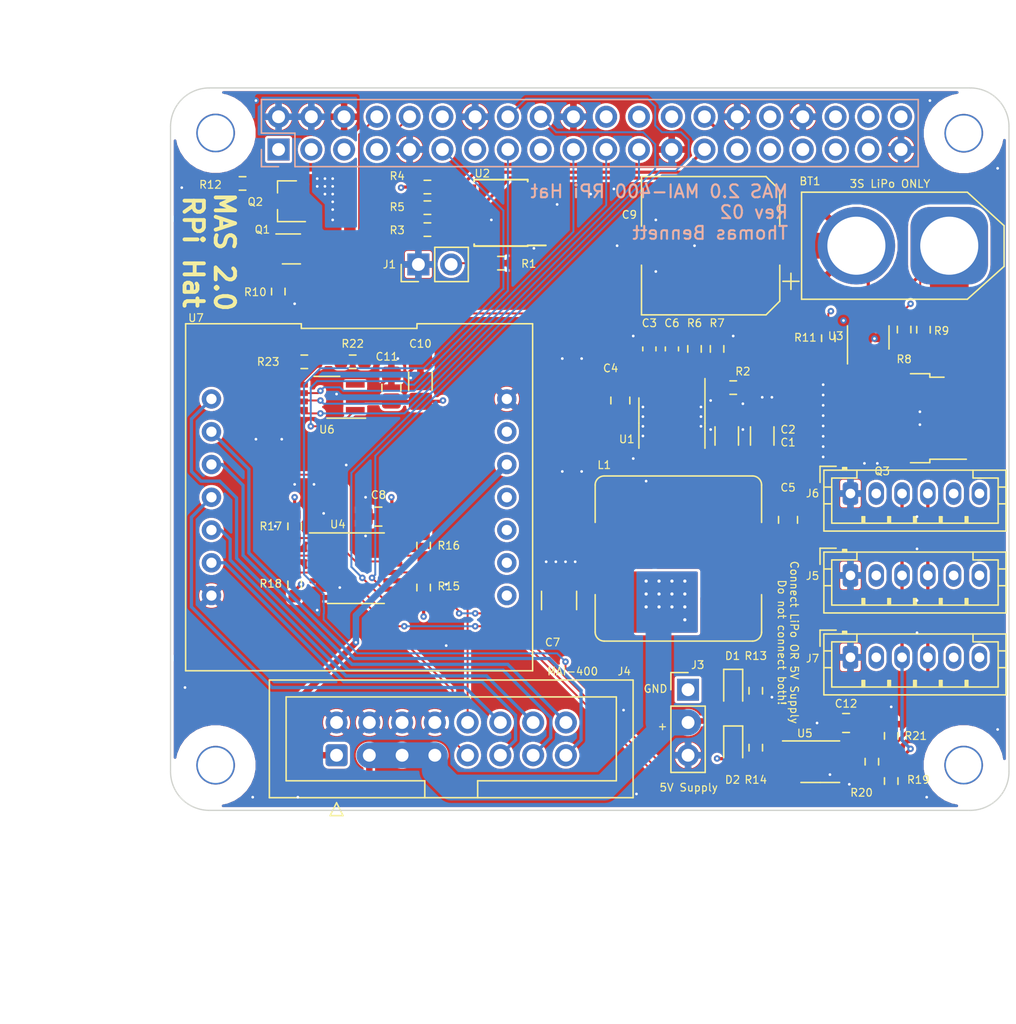
<source format=kicad_pcb>
(kicad_pcb (version 20171130) (host pcbnew "(5.1.10)-1")

  (general
    (thickness 1.6)
    (drawings 63)
    (tracks 510)
    (zones 0)
    (modules 60)
    (nets 80)
  )

  (page A4)
  (layers
    (0 F.Cu signal)
    (1 In1.Cu signal)
    (2 In2.Cu signal)
    (31 B.Cu signal)
    (32 B.Adhes user)
    (33 F.Adhes user)
    (34 B.Paste user)
    (35 F.Paste user)
    (36 B.SilkS user)
    (37 F.SilkS user)
    (38 B.Mask user)
    (39 F.Mask user)
    (40 Dwgs.User user)
    (41 Cmts.User user)
    (42 Eco1.User user)
    (43 Eco2.User user)
    (44 Edge.Cuts user)
    (45 Margin user)
    (46 B.CrtYd user)
    (47 F.CrtYd user)
    (48 B.Fab user)
    (49 F.Fab user)
  )

  (setup
    (last_trace_width 0.15)
    (user_trace_width 0.15)
    (user_trace_width 0.2)
    (user_trace_width 0.25)
    (user_trace_width 0.4)
    (user_trace_width 0.5)
    (user_trace_width 0.6)
    (user_trace_width 1)
    (user_trace_width 2)
    (trace_clearance 0.2)
    (zone_clearance 0.2)
    (zone_45_only yes)
    (trace_min 0.127)
    (via_size 0.5)
    (via_drill 0.21)
    (via_min_size 0.4572)
    (via_min_drill 0.2032)
    (user_via 0.6 0.25)
    (uvia_size 0.3)
    (uvia_drill 0.1)
    (uvias_allowed no)
    (uvia_min_size 0.2)
    (uvia_min_drill 0.1)
    (edge_width 0.15)
    (segment_width 0.15)
    (pcb_text_width 0.3)
    (pcb_text_size 1.5 1.5)
    (mod_edge_width 0.15)
    (mod_text_size 0.6 0.6)
    (mod_text_width 0.09)
    (pad_size 1.524 1.524)
    (pad_drill 0.762)
    (pad_to_mask_clearance 0.1)
    (aux_axis_origin 0 0)
    (grid_origin 82.04 113.32)
    (visible_elements 7FFFFE3F)
    (pcbplotparams
      (layerselection 0x010f0_ffffffff)
      (usegerberextensions true)
      (usegerberattributes false)
      (usegerberadvancedattributes false)
      (creategerberjobfile false)
      (excludeedgelayer false)
      (linewidth 0.100000)
      (plotframeref false)
      (viasonmask false)
      (mode 1)
      (useauxorigin false)
      (hpglpennumber 1)
      (hpglpenspeed 20)
      (hpglpendiameter 15.000000)
      (psnegative false)
      (psa4output false)
      (plotreference true)
      (plotvalue false)
      (plotinvisibletext false)
      (padsonsilk true)
      (subtractmaskfromsilk true)
      (outputformat 1)
      (mirror false)
      (drillshape 0)
      (scaleselection 1)
      (outputdirectory "prod"))
  )

  (net 0 "")
  (net 1 GND)
  (net 2 /ID_SD_EEPROM)
  (net 3 /ID_SC_EEPROM)
  (net 4 "Net-(Q1-Pad1)")
  (net 5 /P5V_HAT)
  (net 6 +BATT)
  (net 7 "Net-(C4-Pad1)")
  (net 8 +5V)
  (net 9 /SCLK1)
  (net 10 /GPIO26)
  (net 11 /MOSI1)
  (net 12 /MISO1)
  (net 13 /GPIO16)
  (net 14 /PWM2)
  (net 15 /PWM1)
  (net 16 /GPIO6)
  (net 17 /GPIO7)
  (net 18 /GPIO5)
  (net 19 /GPIO8)
  (net 20 /SCLK0)
  (net 21 /GPIO25)
  (net 22 /MISO0)
  (net 23 /MOSI0)
  (net 24 /GPIO22)
  (net 25 /GPIO18)
  (net 26 /GPIO27)
  (net 27 /RPi_RX)
  (net 28 /GPIO4)
  (net 29 /RPi_TX)
  (net 30 /SCL1)
  (net 31 /SDA1)
  (net 32 +3V3)
  (net 33 /M1_B)
  (net 34 /M1_A)
  (net 35 /RTS)
  (net 36 "Net-(J5-Pad6)")
  (net 37 "Net-(J5-Pad5)")
  (net 38 "Net-(J6-Pad6)")
  (net 39 "Net-(J6-Pad5)")
  (net 40 -BATT)
  (net 41 "Net-(D1-Pad1)")
  (net 42 "Net-(D2-Pad1)")
  (net 43 /MUX_A)
  (net 44 /MUX_B)
  (net 45 /MAI_MOSI)
  (net 46 /MAG_DRDY)
  (net 47 /MAG_SS)
  (net 48 /MAI_TTL_RX)
  (net 49 /MAI_MISO)
  (net 50 /MAI_SCK)
  (net 51 /MAG_CLEAR)
  (net 52 /MAI_TTL_TX)
  (net 53 /MAI_3V3)
  (net 54 "Net-(Q3-Pad1)")
  (net 55 /Motor_TX)
  (net 56 /Motor_RX)
  (net 57 "Net-(U6-Pad4)")
  (net 58 "Net-(U7-Pad10)")
  (net 59 "Net-(J1-Pad2)")
  (net 60 "Net-(J2-Pad17)")
  (net 61 "Net-(J3-Pad1)")
  (net 62 "Net-(J7-Pad6)")
  (net 63 "Net-(J7-Pad5)")
  (net 64 "Net-(U4-Pad15)")
  (net 65 "Net-(U4-Pad11)")
  (net 66 "Net-(U4-Pad4)")
  (net 67 "Net-(U4-Pad2)")
  (net 68 "Net-(U7-Pad8)")
  (net 69 "Net-(U7-Pad9)")
  (net 70 "Net-(U7-Pad11)")
  (net 71 "Net-(U7-Pad13)")
  (net 72 "Net-(C3-Pad1)")
  (net 73 "Net-(C5-Pad2)")
  (net 74 "Net-(C5-Pad1)")
  (net 75 "Net-(C6-Pad2)")
  (net 76 "Net-(R2-Pad2)")
  (net 77 "Net-(R8-Pad2)")
  (net 78 "Net-(R22-Pad2)")
  (net 79 "Net-(Q1-Pad6)")

  (net_class Default "This is the default net class."
    (clearance 0.2)
    (trace_width 0.15)
    (via_dia 0.5)
    (via_drill 0.21)
    (uvia_dia 0.3)
    (uvia_drill 0.1)
    (add_net +3V3)
    (add_net +5V)
    (add_net +BATT)
    (add_net -BATT)
    (add_net /GPIO16)
    (add_net /GPIO18)
    (add_net /GPIO22)
    (add_net /GPIO25)
    (add_net /GPIO26)
    (add_net /GPIO27)
    (add_net /GPIO4)
    (add_net /GPIO5)
    (add_net /GPIO6)
    (add_net /GPIO7)
    (add_net /GPIO8)
    (add_net /ID_SC_EEPROM)
    (add_net /ID_SD_EEPROM)
    (add_net /M1_A)
    (add_net /M1_B)
    (add_net /MAG_CLEAR)
    (add_net /MAG_DRDY)
    (add_net /MAG_SS)
    (add_net /MAI_3V3)
    (add_net /MAI_MISO)
    (add_net /MAI_MOSI)
    (add_net /MAI_SCK)
    (add_net /MAI_TTL_RX)
    (add_net /MAI_TTL_TX)
    (add_net /MISO0)
    (add_net /MISO1)
    (add_net /MOSI0)
    (add_net /MOSI1)
    (add_net /MUX_A)
    (add_net /MUX_B)
    (add_net /Motor_RX)
    (add_net /Motor_TX)
    (add_net /P5V_HAT)
    (add_net /PWM1)
    (add_net /PWM2)
    (add_net /RPi_RX)
    (add_net /RPi_TX)
    (add_net /RTS)
    (add_net /SCL1)
    (add_net /SCLK0)
    (add_net /SCLK1)
    (add_net /SDA1)
    (add_net GND)
    (add_net "Net-(C3-Pad1)")
    (add_net "Net-(C4-Pad1)")
    (add_net "Net-(C5-Pad1)")
    (add_net "Net-(C5-Pad2)")
    (add_net "Net-(C6-Pad2)")
    (add_net "Net-(D1-Pad1)")
    (add_net "Net-(D2-Pad1)")
    (add_net "Net-(J1-Pad2)")
    (add_net "Net-(J2-Pad17)")
    (add_net "Net-(J3-Pad1)")
    (add_net "Net-(J5-Pad5)")
    (add_net "Net-(J5-Pad6)")
    (add_net "Net-(J6-Pad5)")
    (add_net "Net-(J6-Pad6)")
    (add_net "Net-(J7-Pad5)")
    (add_net "Net-(J7-Pad6)")
    (add_net "Net-(Q1-Pad1)")
    (add_net "Net-(Q1-Pad6)")
    (add_net "Net-(Q3-Pad1)")
    (add_net "Net-(R2-Pad2)")
    (add_net "Net-(R22-Pad2)")
    (add_net "Net-(R8-Pad2)")
    (add_net "Net-(U4-Pad11)")
    (add_net "Net-(U4-Pad15)")
    (add_net "Net-(U4-Pad2)")
    (add_net "Net-(U4-Pad4)")
    (add_net "Net-(U6-Pad4)")
    (add_net "Net-(U7-Pad10)")
    (add_net "Net-(U7-Pad11)")
    (add_net "Net-(U7-Pad13)")
    (add_net "Net-(U7-Pad8)")
    (add_net "Net-(U7-Pad9)")
  )

  (module Package_TO_SOT_SMD:TO-252-2 (layer F.Cu) (tedit 5A70A390) (tstamp 613FB47A)
    (at 134.94 86.42 180)
    (descr "TO-252 / DPAK SMD package, http://www.infineon.com/cms/en/product/packages/PG-TO252/PG-TO252-3-1/")
    (tags "DPAK TO-252 DPAK-3 TO-252-3 SOT-428")
    (path /60B5A533)
    (attr smd)
    (fp_text reference Q3 (at 1.22 -4.11) (layer F.SilkS)
      (effects (font (size 0.6 0.6) (thickness 0.09)))
    )
    (fp_text value Q_NMOS_GDS (at 0 4.5) (layer F.Fab)
      (effects (font (size 1 1) (thickness 0.15)))
    )
    (fp_line (start 3.95 -2.7) (end 4.95 -2.7) (layer F.Fab) (width 0.1))
    (fp_line (start 4.95 -2.7) (end 4.95 2.7) (layer F.Fab) (width 0.1))
    (fp_line (start 4.95 2.7) (end 3.95 2.7) (layer F.Fab) (width 0.1))
    (fp_line (start 3.95 -3.25) (end 3.95 3.25) (layer F.Fab) (width 0.1))
    (fp_line (start 3.95 3.25) (end -2.27 3.25) (layer F.Fab) (width 0.1))
    (fp_line (start -2.27 3.25) (end -2.27 -2.25) (layer F.Fab) (width 0.1))
    (fp_line (start -2.27 -2.25) (end -1.27 -3.25) (layer F.Fab) (width 0.1))
    (fp_line (start -1.27 -3.25) (end 3.95 -3.25) (layer F.Fab) (width 0.1))
    (fp_line (start -1.865 -2.655) (end -4.97 -2.655) (layer F.Fab) (width 0.1))
    (fp_line (start -4.97 -2.655) (end -4.97 -1.905) (layer F.Fab) (width 0.1))
    (fp_line (start -4.97 -1.905) (end -2.27 -1.905) (layer F.Fab) (width 0.1))
    (fp_line (start -2.27 1.905) (end -4.97 1.905) (layer F.Fab) (width 0.1))
    (fp_line (start -4.97 1.905) (end -4.97 2.655) (layer F.Fab) (width 0.1))
    (fp_line (start -4.97 2.655) (end -2.27 2.655) (layer F.Fab) (width 0.1))
    (fp_line (start -0.97 -3.45) (end -2.47 -3.45) (layer F.SilkS) (width 0.12))
    (fp_line (start -2.47 -3.45) (end -2.47 -3.18) (layer F.SilkS) (width 0.12))
    (fp_line (start -2.47 -3.18) (end -5.3 -3.18) (layer F.SilkS) (width 0.12))
    (fp_line (start -0.97 3.45) (end -2.47 3.45) (layer F.SilkS) (width 0.12))
    (fp_line (start -2.47 3.45) (end -2.47 3.18) (layer F.SilkS) (width 0.12))
    (fp_line (start -2.47 3.18) (end -3.57 3.18) (layer F.SilkS) (width 0.12))
    (fp_line (start -5.55 -3.5) (end -5.55 3.5) (layer F.CrtYd) (width 0.05))
    (fp_line (start -5.55 3.5) (end 5.55 3.5) (layer F.CrtYd) (width 0.05))
    (fp_line (start 5.55 3.5) (end 5.55 -3.5) (layer F.CrtYd) (width 0.05))
    (fp_line (start 5.55 -3.5) (end -5.55 -3.5) (layer F.CrtYd) (width 0.05))
    (fp_text user %R (at 0 0) (layer F.Fab)
      (effects (font (size 1 1) (thickness 0.15)))
    )
    (pad "" smd rect (at 0.425 1.525 180) (size 3.05 2.75) (layers F.Paste))
    (pad "" smd rect (at 3.775 -1.525 180) (size 3.05 2.75) (layers F.Paste))
    (pad "" smd rect (at 0.425 -1.525 180) (size 3.05 2.75) (layers F.Paste))
    (pad "" smd rect (at 3.775 1.525 180) (size 3.05 2.75) (layers F.Paste))
    (pad 2 smd rect (at 2.1 0 180) (size 6.4 5.8) (layers F.Cu F.Mask)
      (net 1 GND))
    (pad 3 smd rect (at -4.2 2.28 180) (size 2.2 1.2) (layers F.Cu F.Paste F.Mask)
      (net 40 -BATT))
    (pad 1 smd rect (at -4.2 -2.28 180) (size 2.2 1.2) (layers F.Cu F.Paste F.Mask)
      (net 54 "Net-(Q3-Pad1)"))
    (model ${KISYS3DMOD}/Package_TO_SOT_SMD.3dshapes/TO-252-2.wrl
      (at (xyz 0 0 0))
      (scale (xyz 1 1 1))
      (rotate (xyz 0 0 0))
    )
  )

  (module Package_SO:HSOP-8-1EP_3.9x4.9mm_P1.27mm_EP2.41x3.1mm (layer F.Cu) (tedit 5DC5FE74) (tstamp 60BEDC7F)
    (at 117.416356 86.797611 270)
    (descr "HSOP, 8 Pin (https://www.st.com/resource/en/datasheet/l5973d.pdf), generated with kicad-footprint-generator ipc_gullwing_generator.py")
    (tags "HSOP SO")
    (path /60C2DFC3)
    (attr smd)
    (fp_text reference U1 (at 1.25 3.5 180) (layer F.SilkS)
      (effects (font (size 0.6 0.6) (thickness 0.09)))
    )
    (fp_text value TPS54528 (at 0 3.4 90) (layer F.Fab)
      (effects (font (size 1 1) (thickness 0.15)))
    )
    (fp_line (start 0 2.56) (end 1.95 2.56) (layer F.SilkS) (width 0.12))
    (fp_line (start 0 2.56) (end -1.95 2.56) (layer F.SilkS) (width 0.12))
    (fp_line (start 0 -2.56) (end 1.95 -2.56) (layer F.SilkS) (width 0.12))
    (fp_line (start 0 -2.56) (end -3.45 -2.56) (layer F.SilkS) (width 0.12))
    (fp_line (start -0.975 -2.45) (end 1.95 -2.45) (layer F.Fab) (width 0.1))
    (fp_line (start 1.95 -2.45) (end 1.95 2.45) (layer F.Fab) (width 0.1))
    (fp_line (start 1.95 2.45) (end -1.95 2.45) (layer F.Fab) (width 0.1))
    (fp_line (start -1.95 2.45) (end -1.95 -1.475) (layer F.Fab) (width 0.1))
    (fp_line (start -1.95 -1.475) (end -0.975 -2.45) (layer F.Fab) (width 0.1))
    (fp_line (start -3.7 -2.7) (end -3.7 2.7) (layer F.CrtYd) (width 0.05))
    (fp_line (start -3.7 2.7) (end 3.7 2.7) (layer F.CrtYd) (width 0.05))
    (fp_line (start 3.7 2.7) (end 3.7 -2.7) (layer F.CrtYd) (width 0.05))
    (fp_line (start 3.7 -2.7) (end -3.7 -2.7) (layer F.CrtYd) (width 0.05))
    (fp_text user %R (at 0 0 90) (layer F.Fab)
      (effects (font (size 1 1) (thickness 0.15)))
    )
    (pad "" smd roundrect (at 0.6 0.775 270) (size 0.97 1.25) (layers F.Paste) (roundrect_rratio 0.25))
    (pad "" smd roundrect (at 0.6 -0.775 270) (size 0.97 1.25) (layers F.Paste) (roundrect_rratio 0.25))
    (pad "" smd roundrect (at -0.6 0.775 270) (size 0.97 1.25) (layers F.Paste) (roundrect_rratio 0.25))
    (pad "" smd roundrect (at -0.6 -0.775 270) (size 0.97 1.25) (layers F.Paste) (roundrect_rratio 0.25))
    (pad 9 smd rect (at 0 0 270) (size 2.41 3.1) (layers F.Cu F.Mask)
      (net 1 GND))
    (pad 8 smd roundrect (at 2.65 -1.905 270) (size 1.6 0.6) (layers F.Cu F.Paste F.Mask) (roundrect_rratio 0.25)
      (net 6 +BATT))
    (pad 7 smd roundrect (at 2.65 -0.635 270) (size 1.6 0.6) (layers F.Cu F.Paste F.Mask) (roundrect_rratio 0.25)
      (net 74 "Net-(C5-Pad1)"))
    (pad 6 smd roundrect (at 2.65 0.635 270) (size 1.6 0.6) (layers F.Cu F.Paste F.Mask) (roundrect_rratio 0.25)
      (net 73 "Net-(C5-Pad2)"))
    (pad 5 smd roundrect (at 2.65 1.905 270) (size 1.6 0.6) (layers F.Cu F.Paste F.Mask) (roundrect_rratio 0.25)
      (net 1 GND))
    (pad 4 smd roundrect (at -2.65 1.905 270) (size 1.6 0.6) (layers F.Cu F.Paste F.Mask) (roundrect_rratio 0.25)
      (net 7 "Net-(C4-Pad1)"))
    (pad 3 smd roundrect (at -2.65 0.635 270) (size 1.6 0.6) (layers F.Cu F.Paste F.Mask) (roundrect_rratio 0.25)
      (net 72 "Net-(C3-Pad1)"))
    (pad 2 smd roundrect (at -2.65 -0.635 270) (size 1.6 0.6) (layers F.Cu F.Paste F.Mask) (roundrect_rratio 0.25)
      (net 75 "Net-(C6-Pad2)"))
    (pad 1 smd roundrect (at -2.65 -1.905 270) (size 1.6 0.6) (layers F.Cu F.Paste F.Mask) (roundrect_rratio 0.25)
      (net 76 "Net-(R2-Pad2)"))
    (model ${KISYS3DMOD}/Package_SO.3dshapes/HSOP-8-1EP_3.9x4.9mm_P1.27mm_EP2.41x3.1mm.wrl
      (at (xyz 0 0 0))
      (scale (xyz 1 1 1))
      (rotate (xyz 0 0 0))
    )
  )

  (module Resistor_SMD:R_0603_1608Metric_Pad0.98x0.95mm_HandSolder (layer F.Cu) (tedit 5F68FEEE) (tstamp 60BEDB60)
    (at 120.916356 81.047611 90)
    (descr "Resistor SMD 0603 (1608 Metric), square (rectangular) end terminal, IPC_7351 nominal with elongated pad for handsoldering. (Body size source: IPC-SM-782 page 72, https://www.pcb-3d.com/wordpress/wp-content/uploads/ipc-sm-782a_amendment_1_and_2.pdf), generated with kicad-footprint-generator")
    (tags "resistor handsolder")
    (path /60C6285A)
    (attr smd)
    (fp_text reference R7 (at 2 0 180) (layer F.SilkS)
      (effects (font (size 0.6 0.6) (thickness 0.09)))
    )
    (fp_text value 22.1K (at 0 1.43 90) (layer F.Fab)
      (effects (font (size 1 1) (thickness 0.15)))
    )
    (fp_line (start -0.8 0.4125) (end -0.8 -0.4125) (layer F.Fab) (width 0.1))
    (fp_line (start -0.8 -0.4125) (end 0.8 -0.4125) (layer F.Fab) (width 0.1))
    (fp_line (start 0.8 -0.4125) (end 0.8 0.4125) (layer F.Fab) (width 0.1))
    (fp_line (start 0.8 0.4125) (end -0.8 0.4125) (layer F.Fab) (width 0.1))
    (fp_line (start -0.254724 -0.5225) (end 0.254724 -0.5225) (layer F.SilkS) (width 0.12))
    (fp_line (start -0.254724 0.5225) (end 0.254724 0.5225) (layer F.SilkS) (width 0.12))
    (fp_line (start -1.65 0.73) (end -1.65 -0.73) (layer F.CrtYd) (width 0.05))
    (fp_line (start -1.65 -0.73) (end 1.65 -0.73) (layer F.CrtYd) (width 0.05))
    (fp_line (start 1.65 -0.73) (end 1.65 0.73) (layer F.CrtYd) (width 0.05))
    (fp_line (start 1.65 0.73) (end -1.65 0.73) (layer F.CrtYd) (width 0.05))
    (fp_text user %R (at 0 0 90) (layer F.Fab)
      (effects (font (size 1 1) (thickness 0.15)))
    )
    (pad 2 smd roundrect (at 0.9125 0 90) (size 0.975 0.95) (layers F.Cu F.Paste F.Mask) (roundrect_rratio 0.25)
      (net 1 GND))
    (pad 1 smd roundrect (at -0.9125 0 90) (size 0.975 0.95) (layers F.Cu F.Paste F.Mask) (roundrect_rratio 0.25)
      (net 75 "Net-(C6-Pad2)"))
    (model ${KISYS3DMOD}/Resistor_SMD.3dshapes/R_0603_1608Metric.wrl
      (at (xyz 0 0 0))
      (scale (xyz 1 1 1))
      (rotate (xyz 0 0 0))
    )
  )

  (module Resistor_SMD:R_0603_1608Metric_Pad0.98x0.95mm_HandSolder (layer F.Cu) (tedit 5F68FEEE) (tstamp 60BEDB4F)
    (at 119.166356 81.047611 270)
    (descr "Resistor SMD 0603 (1608 Metric), square (rectangular) end terminal, IPC_7351 nominal with elongated pad for handsoldering. (Body size source: IPC-SM-782 page 72, https://www.pcb-3d.com/wordpress/wp-content/uploads/ipc-sm-782a_amendment_1_and_2.pdf), generated with kicad-footprint-generator")
    (tags "resistor handsolder")
    (path /60C639BF)
    (attr smd)
    (fp_text reference R6 (at -2 0 180) (layer F.SilkS)
      (effects (font (size 0.6 0.6) (thickness 0.09)))
    )
    (fp_text value 121k (at 0 1.43 90) (layer F.Fab)
      (effects (font (size 1 1) (thickness 0.15)))
    )
    (fp_line (start -0.8 0.4125) (end -0.8 -0.4125) (layer F.Fab) (width 0.1))
    (fp_line (start -0.8 -0.4125) (end 0.8 -0.4125) (layer F.Fab) (width 0.1))
    (fp_line (start 0.8 -0.4125) (end 0.8 0.4125) (layer F.Fab) (width 0.1))
    (fp_line (start 0.8 0.4125) (end -0.8 0.4125) (layer F.Fab) (width 0.1))
    (fp_line (start -0.254724 -0.5225) (end 0.254724 -0.5225) (layer F.SilkS) (width 0.12))
    (fp_line (start -0.254724 0.5225) (end 0.254724 0.5225) (layer F.SilkS) (width 0.12))
    (fp_line (start -1.65 0.73) (end -1.65 -0.73) (layer F.CrtYd) (width 0.05))
    (fp_line (start -1.65 -0.73) (end 1.65 -0.73) (layer F.CrtYd) (width 0.05))
    (fp_line (start 1.65 -0.73) (end 1.65 0.73) (layer F.CrtYd) (width 0.05))
    (fp_line (start 1.65 0.73) (end -1.65 0.73) (layer F.CrtYd) (width 0.05))
    (fp_text user %R (at 0 0 90) (layer F.Fab)
      (effects (font (size 1 1) (thickness 0.15)))
    )
    (pad 2 smd roundrect (at 0.9125 0 270) (size 0.975 0.95) (layers F.Cu F.Paste F.Mask) (roundrect_rratio 0.25)
      (net 75 "Net-(C6-Pad2)"))
    (pad 1 smd roundrect (at -0.9125 0 270) (size 0.975 0.95) (layers F.Cu F.Paste F.Mask) (roundrect_rratio 0.25)
      (net 8 +5V))
    (model ${KISYS3DMOD}/Resistor_SMD.3dshapes/R_0603_1608Metric.wrl
      (at (xyz 0 0 0))
      (scale (xyz 1 1 1))
      (rotate (xyz 0 0 0))
    )
  )

  (module Resistor_SMD:R_0603_1608Metric_Pad0.98x0.95mm_HandSolder (layer F.Cu) (tedit 5F68FEEE) (tstamp 60BEDB0E)
    (at 122.166356 84.047611 180)
    (descr "Resistor SMD 0603 (1608 Metric), square (rectangular) end terminal, IPC_7351 nominal with elongated pad for handsoldering. (Body size source: IPC-SM-782 page 72, https://www.pcb-3d.com/wordpress/wp-content/uploads/ipc-sm-782a_amendment_1_and_2.pdf), generated with kicad-footprint-generator")
    (tags "resistor handsolder")
    (path /60D854B8)
    (attr smd)
    (fp_text reference R2 (at -0.75 1.25) (layer F.SilkS)
      (effects (font (size 0.6 0.6) (thickness 0.09)))
    )
    (fp_text value 10K (at 0 1.43) (layer F.Fab)
      (effects (font (size 1 1) (thickness 0.15)))
    )
    (fp_line (start -0.8 0.4125) (end -0.8 -0.4125) (layer F.Fab) (width 0.1))
    (fp_line (start -0.8 -0.4125) (end 0.8 -0.4125) (layer F.Fab) (width 0.1))
    (fp_line (start 0.8 -0.4125) (end 0.8 0.4125) (layer F.Fab) (width 0.1))
    (fp_line (start 0.8 0.4125) (end -0.8 0.4125) (layer F.Fab) (width 0.1))
    (fp_line (start -0.254724 -0.5225) (end 0.254724 -0.5225) (layer F.SilkS) (width 0.12))
    (fp_line (start -0.254724 0.5225) (end 0.254724 0.5225) (layer F.SilkS) (width 0.12))
    (fp_line (start -1.65 0.73) (end -1.65 -0.73) (layer F.CrtYd) (width 0.05))
    (fp_line (start -1.65 -0.73) (end 1.65 -0.73) (layer F.CrtYd) (width 0.05))
    (fp_line (start 1.65 -0.73) (end 1.65 0.73) (layer F.CrtYd) (width 0.05))
    (fp_line (start 1.65 0.73) (end -1.65 0.73) (layer F.CrtYd) (width 0.05))
    (fp_text user %R (at 0 0) (layer F.Fab)
      (effects (font (size 1 1) (thickness 0.15)))
    )
    (pad 2 smd roundrect (at 0.9125 0 180) (size 0.975 0.95) (layers F.Cu F.Paste F.Mask) (roundrect_rratio 0.25)
      (net 76 "Net-(R2-Pad2)"))
    (pad 1 smd roundrect (at -0.9125 0 180) (size 0.975 0.95) (layers F.Cu F.Paste F.Mask) (roundrect_rratio 0.25)
      (net 6 +BATT))
    (model ${KISYS3DMOD}/Resistor_SMD.3dshapes/R_0603_1608Metric.wrl
      (at (xyz 0 0 0))
      (scale (xyz 1 1 1))
      (rotate (xyz 0 0 0))
    )
  )

  (module Package_TO_SOT_SMD:SOT-363_SC-70-6_Handsoldering (layer F.Cu) (tedit 5A02FF57) (tstamp 60BEDAA2)
    (at 87.916356 73.297611)
    (descr "SOT-363, SC-70-6, Handsoldering")
    (tags "SOT-363 SC-70-6 Handsoldering")
    (path /60C0828E)
    (attr smd)
    (fp_text reference Q1 (at -2.25 -1.5) (layer F.SilkS)
      (effects (font (size 0.6 0.6) (thickness 0.09)))
    )
    (fp_text value DMMT3906W (at 0 2 180) (layer F.Fab)
      (effects (font (size 1 1) (thickness 0.15)))
    )
    (fp_line (start -2.4 1.4) (end 2.4 1.4) (layer F.CrtYd) (width 0.05))
    (fp_line (start 0.7 -1.16) (end -1.2 -1.16) (layer F.SilkS) (width 0.12))
    (fp_line (start -0.7 1.16) (end 0.7 1.16) (layer F.SilkS) (width 0.12))
    (fp_line (start 2.4 1.4) (end 2.4 -1.4) (layer F.CrtYd) (width 0.05))
    (fp_line (start -2.4 -1.4) (end -2.4 1.4) (layer F.CrtYd) (width 0.05))
    (fp_line (start -2.4 -1.4) (end 2.4 -1.4) (layer F.CrtYd) (width 0.05))
    (fp_line (start 0.675 -1.1) (end -0.175 -1.1) (layer F.Fab) (width 0.1))
    (fp_line (start -0.675 -0.6) (end -0.675 1.1) (layer F.Fab) (width 0.1))
    (fp_line (start 0.675 -1.1) (end 0.675 1.1) (layer F.Fab) (width 0.1))
    (fp_line (start 0.675 1.1) (end -0.675 1.1) (layer F.Fab) (width 0.1))
    (fp_line (start -0.175 -1.1) (end -0.675 -0.6) (layer F.Fab) (width 0.1))
    (fp_text user %R (at 0 0 90) (layer F.Fab)
      (effects (font (size 1 1) (thickness 0.15)))
    )
    (pad 6 smd rect (at 1.33 -0.65) (size 1.5 0.4) (layers F.Cu F.Paste F.Mask)
      (net 79 "Net-(Q1-Pad6)"))
    (pad 5 smd rect (at 1.33 0) (size 1.5 0.4) (layers F.Cu F.Paste F.Mask)
      (net 5 /P5V_HAT))
    (pad 4 smd rect (at 1.33 0.65) (size 1.5 0.4) (layers F.Cu F.Paste F.Mask)
      (net 8 +5V))
    (pad 3 smd rect (at -1.33 0.65) (size 1.5 0.4) (layers F.Cu F.Paste F.Mask)
      (net 4 "Net-(Q1-Pad1)"))
    (pad 2 smd rect (at -1.33 0) (size 1.5 0.4) (layers F.Cu F.Paste F.Mask)
      (net 4 "Net-(Q1-Pad1)"))
    (pad 1 smd rect (at -1.33 -0.65) (size 1.5 0.4) (layers F.Cu F.Paste F.Mask)
      (net 4 "Net-(Q1-Pad1)"))
    (model ${KISYS3DMOD}/Package_TO_SOT_SMD.3dshapes/SOT-363_SC-70-6.wrl
      (at (xyz 0 0 0))
      (scale (xyz 1 1 1))
      (rotate (xyz 0 0 0))
    )
  )

  (module Inductor_SMD:L_Bourns_SRP1245A (layer F.Cu) (tedit 5AD32382) (tstamp 60BEDA8C)
    (at 117.916356 97.297611 180)
    (descr "Bourns SRP1245A series SMD inductor http://www.bourns.com/docs/Product-Datasheets/SRP1245A.pdf")
    (tags "Bourns SRP1245A SMD inductor")
    (path /60C2FA5E)
    (attr smd)
    (fp_text reference L1 (at 5.75 7.25) (layer F.SilkS)
      (effects (font (size 0.6 0.6) (thickness 0.09)))
    )
    (fp_text value 3.3u (at 0 7.4) (layer F.Fab)
      (effects (font (size 1 1) (thickness 0.15)))
    )
    (fp_line (start 6.45 2.8) (end 6.45 5.7) (layer F.SilkS) (width 0.12))
    (fp_line (start -6.45 2.8) (end -6.45 5.7) (layer F.SilkS) (width 0.12))
    (fp_line (start 5.75 6.5) (end -5.75 6.5) (layer F.CrtYd) (width 0.05))
    (fp_line (start -5.75 -6.5) (end 5.75 -6.5) (layer F.CrtYd) (width 0.05))
    (fp_line (start 6.45 -5.7) (end 6.45 -2.8) (layer F.SilkS) (width 0.12))
    (fp_line (start 5.75 6.4) (end -5.75 6.4) (layer F.SilkS) (width 0.12))
    (fp_line (start -6.45 -5.75) (end -6.45 -2.8) (layer F.SilkS) (width 0.12))
    (fp_line (start -5.75 -6.4) (end 5.75 -6.4) (layer F.SilkS) (width 0.12))
    (fp_line (start 6.3 -5.7) (end 6.3 5.7) (layer F.Fab) (width 0.1))
    (fp_line (start 5.75 6.25) (end -5.75 6.25) (layer F.Fab) (width 0.1))
    (fp_line (start -6.3 -5.75) (end -6.3 5.7) (layer F.Fab) (width 0.1))
    (fp_line (start -5.75 -6.25) (end 5.75 -6.25) (layer F.Fab) (width 0.1))
    (fp_line (start 7.35 2.75) (end 6.55 2.75) (layer F.CrtYd) (width 0.05))
    (fp_line (start 7.35 -2.75) (end 6.55 -2.75) (layer F.CrtYd) (width 0.05))
    (fp_line (start 7.35 -2.75) (end 7.35 2.75) (layer F.CrtYd) (width 0.05))
    (fp_line (start 6.55 -5.7) (end 6.55 -2.75) (layer F.CrtYd) (width 0.05))
    (fp_line (start 6.55 2.75) (end 6.55 5.7) (layer F.CrtYd) (width 0.05))
    (fp_line (start -7.35 2.75) (end -7.35 -2.75) (layer F.CrtYd) (width 0.05))
    (fp_line (start -7.35 2.75) (end -6.55 2.75) (layer F.CrtYd) (width 0.05))
    (fp_line (start -6.55 -2.75) (end -6.55 -5.7) (layer F.CrtYd) (width 0.05))
    (fp_line (start -6.55 5.7) (end -6.55 2.75) (layer F.CrtYd) (width 0.05))
    (fp_line (start -7.35 -2.75) (end -6.55 -2.75) (layer F.CrtYd) (width 0.05))
    (fp_text user %R (at 0 0) (layer F.Fab)
      (effects (font (size 1 1) (thickness 0.15)))
    )
    (fp_arc (start -5.75 -5.7) (end -5.75 -6.25) (angle -90) (layer F.Fab) (width 0.1))
    (fp_arc (start 5.75 -5.7) (end 6.3 -5.7) (angle -90) (layer F.Fab) (width 0.1))
    (fp_arc (start 5.75 5.7) (end 5.75 6.25) (angle -90) (layer F.Fab) (width 0.1))
    (fp_arc (start -5.75 5.7) (end -6.3 5.7) (angle -90) (layer F.Fab) (width 0.1))
    (fp_arc (start -5.75 -5.7) (end -5.75 -6.4) (angle -90) (layer F.SilkS) (width 0.12))
    (fp_arc (start -5.75 5.7) (end -6.45 5.7) (angle -90) (layer F.SilkS) (width 0.12))
    (fp_arc (start 5.75 5.7) (end 5.75 6.4) (angle -90) (layer F.SilkS) (width 0.12))
    (fp_arc (start 5.75 -5.7) (end 6.45 -5.7) (angle -90) (layer F.SilkS) (width 0.12))
    (fp_arc (start -5.75 -5.7) (end -5.75 -6.5) (angle -90) (layer F.CrtYd) (width 0.05))
    (fp_arc (start -5.75 5.7) (end -6.55 5.7) (angle -90) (layer F.CrtYd) (width 0.05))
    (fp_arc (start 5.75 5.7) (end 5.75 6.5) (angle -90) (layer F.CrtYd) (width 0.05))
    (fp_arc (start 5.75 -5.7) (end 6.55 -5.7) (angle -90) (layer F.CrtYd) (width 0.05))
    (pad 2 smd rect (at 5.55 0 180) (size 3.1 5) (layers F.Cu F.Paste F.Mask)
      (net 8 +5V))
    (pad 1 smd rect (at -5.55 0 180) (size 3.1 5) (layers F.Cu F.Paste F.Mask)
      (net 73 "Net-(C5-Pad2)"))
    (model ${KISYS3DMOD}/Inductor_SMD.3dshapes/L_Bourns_SRP1245A.wrl
      (at (xyz 0 0 0))
      (scale (xyz 1 1 1))
      (rotate (xyz 0 0 0))
    )
    (model ${KISYS3DMOD}/Inductor_SMD.3dshapes/L_Bourns_SRP2313AA.step
      (at (xyz 0 0 0))
      (scale (xyz 0.55 0.55 0.55))
      (rotate (xyz 0 0 0))
    )
  )

  (module Capacitor_SMD:C_0805_2012Metric_Pad1.18x1.45mm_HandSolder (layer F.Cu) (tedit 5F68FEEF) (tstamp 60598A36)
    (at 130.916356 110.047611 180)
    (descr "Capacitor SMD 0805 (2012 Metric), square (rectangular) end terminal, IPC_7351 nominal with elongated pad for handsoldering. (Body size source: IPC-SM-782 page 76, https://www.pcb-3d.com/wordpress/wp-content/uploads/ipc-sm-782a_amendment_1_and_2.pdf, https://docs.google.com/spreadsheets/d/1BsfQQcO9C6DZCsRaXUlFlo91Tg2WpOkGARC1WS5S8t0/edit?usp=sharing), generated with kicad-footprint-generator")
    (tags "capacitor handsolder")
    (path /6083F5D5)
    (attr smd)
    (fp_text reference C12 (at 0 1.5) (layer F.SilkS)
      (effects (font (size 0.6 0.6) (thickness 0.09)))
    )
    (fp_text value 100n (at 0 1.68) (layer F.Fab)
      (effects (font (size 1 1) (thickness 0.15)))
    )
    (fp_line (start -1 0.625) (end -1 -0.625) (layer F.Fab) (width 0.1))
    (fp_line (start -1 -0.625) (end 1 -0.625) (layer F.Fab) (width 0.1))
    (fp_line (start 1 -0.625) (end 1 0.625) (layer F.Fab) (width 0.1))
    (fp_line (start 1 0.625) (end -1 0.625) (layer F.Fab) (width 0.1))
    (fp_line (start -0.261252 -0.735) (end 0.261252 -0.735) (layer F.SilkS) (width 0.12))
    (fp_line (start -0.261252 0.735) (end 0.261252 0.735) (layer F.SilkS) (width 0.12))
    (fp_line (start -1.88 0.98) (end -1.88 -0.98) (layer F.CrtYd) (width 0.05))
    (fp_line (start -1.88 -0.98) (end 1.88 -0.98) (layer F.CrtYd) (width 0.05))
    (fp_line (start 1.88 -0.98) (end 1.88 0.98) (layer F.CrtYd) (width 0.05))
    (fp_line (start 1.88 0.98) (end -1.88 0.98) (layer F.CrtYd) (width 0.05))
    (fp_text user %R (at 0 0) (layer F.Fab)
      (effects (font (size 1 1) (thickness 0.15)))
    )
    (pad 2 smd roundrect (at 1.0375 0 180) (size 1.175 1.45) (layers F.Cu F.Paste F.Mask) (roundrect_rratio 0.212766)
      (net 1 GND))
    (pad 1 smd roundrect (at -1.0375 0 180) (size 1.175 1.45) (layers F.Cu F.Paste F.Mask) (roundrect_rratio 0.212766)
      (net 8 +5V))
    (model ${KISYS3DMOD}/Capacitor_SMD.3dshapes/C_0805_2012Metric.wrl
      (at (xyz 0 0 0))
      (scale (xyz 1 1 1))
      (rotate (xyz 0 0 0))
    )
  )

  (module Capacitor_SMD:C_1210_3225Metric_Pad1.33x2.70mm_HandSolder (layer F.Cu) (tedit 5F68FEEF) (tstamp 60BED6EE)
    (at 108.666356 100.547611 90)
    (descr "Capacitor SMD 1210 (3225 Metric), square (rectangular) end terminal, IPC_7351 nominal with elongated pad for handsoldering. (Body size source: IPC-SM-782 page 76, https://www.pcb-3d.com/wordpress/wp-content/uploads/ipc-sm-782a_amendment_1_and_2.pdf), generated with kicad-footprint-generator")
    (tags "capacitor handsolder")
    (path /60CE8DCB)
    (attr smd)
    (fp_text reference C7 (at -3.25 -0.5 180) (layer F.SilkS)
      (effects (font (size 0.6 0.6) (thickness 0.09)))
    )
    (fp_text value 22u (at 0 2.3 90) (layer F.Fab)
      (effects (font (size 1 1) (thickness 0.15)))
    )
    (fp_line (start -1.6 1.25) (end -1.6 -1.25) (layer F.Fab) (width 0.1))
    (fp_line (start -1.6 -1.25) (end 1.6 -1.25) (layer F.Fab) (width 0.1))
    (fp_line (start 1.6 -1.25) (end 1.6 1.25) (layer F.Fab) (width 0.1))
    (fp_line (start 1.6 1.25) (end -1.6 1.25) (layer F.Fab) (width 0.1))
    (fp_line (start -0.711252 -1.36) (end 0.711252 -1.36) (layer F.SilkS) (width 0.12))
    (fp_line (start -0.711252 1.36) (end 0.711252 1.36) (layer F.SilkS) (width 0.12))
    (fp_line (start -2.48 1.6) (end -2.48 -1.6) (layer F.CrtYd) (width 0.05))
    (fp_line (start -2.48 -1.6) (end 2.48 -1.6) (layer F.CrtYd) (width 0.05))
    (fp_line (start 2.48 -1.6) (end 2.48 1.6) (layer F.CrtYd) (width 0.05))
    (fp_line (start 2.48 1.6) (end -2.48 1.6) (layer F.CrtYd) (width 0.05))
    (fp_text user %R (at 0 0 90) (layer F.Fab)
      (effects (font (size 1 1) (thickness 0.15)))
    )
    (pad 2 smd roundrect (at 1.5625 0 90) (size 1.325 2.7) (layers F.Cu F.Paste F.Mask) (roundrect_rratio 0.188679)
      (net 1 GND))
    (pad 1 smd roundrect (at -1.5625 0 90) (size 1.325 2.7) (layers F.Cu F.Paste F.Mask) (roundrect_rratio 0.188679)
      (net 8 +5V))
    (model ${KISYS3DMOD}/Capacitor_SMD.3dshapes/C_1210_3225Metric.wrl
      (at (xyz 0 0 0))
      (scale (xyz 1 1 1))
      (rotate (xyz 0 0 0))
    )
  )

  (module Capacitor_SMD:C_0603_1608Metric_Pad1.08x0.95mm_HandSolder (layer F.Cu) (tedit 5F68FEEF) (tstamp 60BED6DD)
    (at 117.416356 81.047611 270)
    (descr "Capacitor SMD 0603 (1608 Metric), square (rectangular) end terminal, IPC_7351 nominal with elongated pad for handsoldering. (Body size source: IPC-SM-782 page 76, https://www.pcb-3d.com/wordpress/wp-content/uploads/ipc-sm-782a_amendment_1_and_2.pdf), generated with kicad-footprint-generator")
    (tags "capacitor handsolder")
    (path /60C61D89)
    (attr smd)
    (fp_text reference C6 (at -2 0 180) (layer F.SilkS)
      (effects (font (size 0.6 0.6) (thickness 0.09)))
    )
    (fp_text value 10p (at 0 1.43 90) (layer F.Fab)
      (effects (font (size 1 1) (thickness 0.15)))
    )
    (fp_line (start -0.8 0.4) (end -0.8 -0.4) (layer F.Fab) (width 0.1))
    (fp_line (start -0.8 -0.4) (end 0.8 -0.4) (layer F.Fab) (width 0.1))
    (fp_line (start 0.8 -0.4) (end 0.8 0.4) (layer F.Fab) (width 0.1))
    (fp_line (start 0.8 0.4) (end -0.8 0.4) (layer F.Fab) (width 0.1))
    (fp_line (start -0.146267 -0.51) (end 0.146267 -0.51) (layer F.SilkS) (width 0.12))
    (fp_line (start -0.146267 0.51) (end 0.146267 0.51) (layer F.SilkS) (width 0.12))
    (fp_line (start -1.65 0.73) (end -1.65 -0.73) (layer F.CrtYd) (width 0.05))
    (fp_line (start -1.65 -0.73) (end 1.65 -0.73) (layer F.CrtYd) (width 0.05))
    (fp_line (start 1.65 -0.73) (end 1.65 0.73) (layer F.CrtYd) (width 0.05))
    (fp_line (start 1.65 0.73) (end -1.65 0.73) (layer F.CrtYd) (width 0.05))
    (fp_text user %R (at 0 0 90) (layer F.Fab)
      (effects (font (size 1 1) (thickness 0.15)))
    )
    (pad 2 smd roundrect (at 0.8625 0 270) (size 1.075 0.95) (layers F.Cu F.Paste F.Mask) (roundrect_rratio 0.25)
      (net 75 "Net-(C6-Pad2)"))
    (pad 1 smd roundrect (at -0.8625 0 270) (size 1.075 0.95) (layers F.Cu F.Paste F.Mask) (roundrect_rratio 0.25)
      (net 8 +5V))
    (model ${KISYS3DMOD}/Capacitor_SMD.3dshapes/C_0603_1608Metric.wrl
      (at (xyz 0 0 0))
      (scale (xyz 1 1 1))
      (rotate (xyz 0 0 0))
    )
  )

  (module Capacitor_SMD:C_0805_2012Metric_Pad1.18x1.45mm_HandSolder (layer F.Cu) (tedit 5F68FEEF) (tstamp 60BED6CC)
    (at 126.416356 94.297611 270)
    (descr "Capacitor SMD 0805 (2012 Metric), square (rectangular) end terminal, IPC_7351 nominal with elongated pad for handsoldering. (Body size source: IPC-SM-782 page 76, https://www.pcb-3d.com/wordpress/wp-content/uploads/ipc-sm-782a_amendment_1_and_2.pdf, https://docs.google.com/spreadsheets/d/1BsfQQcO9C6DZCsRaXUlFlo91Tg2WpOkGARC1WS5S8t0/edit?usp=sharing), generated with kicad-footprint-generator")
    (tags "capacitor handsolder")
    (path /60C2F14F)
    (attr smd)
    (fp_text reference C5 (at -2.5 0 180) (layer F.SilkS)
      (effects (font (size 0.6 0.6) (thickness 0.09)))
    )
    (fp_text value 100n (at 0 1.68 90) (layer F.Fab)
      (effects (font (size 1 1) (thickness 0.15)))
    )
    (fp_line (start -1 0.625) (end -1 -0.625) (layer F.Fab) (width 0.1))
    (fp_line (start -1 -0.625) (end 1 -0.625) (layer F.Fab) (width 0.1))
    (fp_line (start 1 -0.625) (end 1 0.625) (layer F.Fab) (width 0.1))
    (fp_line (start 1 0.625) (end -1 0.625) (layer F.Fab) (width 0.1))
    (fp_line (start -0.261252 -0.735) (end 0.261252 -0.735) (layer F.SilkS) (width 0.12))
    (fp_line (start -0.261252 0.735) (end 0.261252 0.735) (layer F.SilkS) (width 0.12))
    (fp_line (start -1.88 0.98) (end -1.88 -0.98) (layer F.CrtYd) (width 0.05))
    (fp_line (start -1.88 -0.98) (end 1.88 -0.98) (layer F.CrtYd) (width 0.05))
    (fp_line (start 1.88 -0.98) (end 1.88 0.98) (layer F.CrtYd) (width 0.05))
    (fp_line (start 1.88 0.98) (end -1.88 0.98) (layer F.CrtYd) (width 0.05))
    (fp_text user %R (at 0 0 90) (layer F.Fab)
      (effects (font (size 1 1) (thickness 0.15)))
    )
    (pad 2 smd roundrect (at 1.0375 0 270) (size 1.175 1.45) (layers F.Cu F.Paste F.Mask) (roundrect_rratio 0.212766)
      (net 73 "Net-(C5-Pad2)"))
    (pad 1 smd roundrect (at -1.0375 0 270) (size 1.175 1.45) (layers F.Cu F.Paste F.Mask) (roundrect_rratio 0.212766)
      (net 74 "Net-(C5-Pad1)"))
    (model ${KISYS3DMOD}/Capacitor_SMD.3dshapes/C_0805_2012Metric.wrl
      (at (xyz 0 0 0))
      (scale (xyz 1 1 1))
      (rotate (xyz 0 0 0))
    )
  )

  (module Capacitor_SMD:C_0805_2012Metric_Pad1.18x1.45mm_HandSolder (layer F.Cu) (tedit 5F68FEEF) (tstamp 60BED6BB)
    (at 113.416356 85.047611 270)
    (descr "Capacitor SMD 0805 (2012 Metric), square (rectangular) end terminal, IPC_7351 nominal with elongated pad for handsoldering. (Body size source: IPC-SM-782 page 76, https://www.pcb-3d.com/wordpress/wp-content/uploads/ipc-sm-782a_amendment_1_and_2.pdf, https://docs.google.com/spreadsheets/d/1BsfQQcO9C6DZCsRaXUlFlo91Tg2WpOkGARC1WS5S8t0/edit?usp=sharing), generated with kicad-footprint-generator")
    (tags "capacitor handsolder")
    (path /60DDCE60)
    (attr smd)
    (fp_text reference C4 (at -2.5 0.75 180) (layer F.SilkS)
      (effects (font (size 0.6 0.6) (thickness 0.09)))
    )
    (fp_text value 8.2n (at 0 1.68 90) (layer F.Fab)
      (effects (font (size 1 1) (thickness 0.15)))
    )
    (fp_line (start -1 0.625) (end -1 -0.625) (layer F.Fab) (width 0.1))
    (fp_line (start -1 -0.625) (end 1 -0.625) (layer F.Fab) (width 0.1))
    (fp_line (start 1 -0.625) (end 1 0.625) (layer F.Fab) (width 0.1))
    (fp_line (start 1 0.625) (end -1 0.625) (layer F.Fab) (width 0.1))
    (fp_line (start -0.261252 -0.735) (end 0.261252 -0.735) (layer F.SilkS) (width 0.12))
    (fp_line (start -0.261252 0.735) (end 0.261252 0.735) (layer F.SilkS) (width 0.12))
    (fp_line (start -1.88 0.98) (end -1.88 -0.98) (layer F.CrtYd) (width 0.05))
    (fp_line (start -1.88 -0.98) (end 1.88 -0.98) (layer F.CrtYd) (width 0.05))
    (fp_line (start 1.88 -0.98) (end 1.88 0.98) (layer F.CrtYd) (width 0.05))
    (fp_line (start 1.88 0.98) (end -1.88 0.98) (layer F.CrtYd) (width 0.05))
    (fp_text user %R (at 0 0 90) (layer F.Fab)
      (effects (font (size 1 1) (thickness 0.15)))
    )
    (pad 2 smd roundrect (at 1.0375 0 270) (size 1.175 1.45) (layers F.Cu F.Paste F.Mask) (roundrect_rratio 0.212766)
      (net 1 GND))
    (pad 1 smd roundrect (at -1.0375 0 270) (size 1.175 1.45) (layers F.Cu F.Paste F.Mask) (roundrect_rratio 0.212766)
      (net 7 "Net-(C4-Pad1)"))
    (model ${KISYS3DMOD}/Capacitor_SMD.3dshapes/C_0805_2012Metric.wrl
      (at (xyz 0 0 0))
      (scale (xyz 1 1 1))
      (rotate (xyz 0 0 0))
    )
  )

  (module Capacitor_SMD:C_0603_1608Metric_Pad1.08x0.95mm_HandSolder (layer F.Cu) (tedit 5F68FEEF) (tstamp 60BED6AA)
    (at 115.666356 81.047611 90)
    (descr "Capacitor SMD 0603 (1608 Metric), square (rectangular) end terminal, IPC_7351 nominal with elongated pad for handsoldering. (Body size source: IPC-SM-782 page 76, https://www.pcb-3d.com/wordpress/wp-content/uploads/ipc-sm-782a_amendment_1_and_2.pdf), generated with kicad-footprint-generator")
    (tags "capacitor handsolder")
    (path /60DB090E)
    (attr smd)
    (fp_text reference C3 (at 2 0 180) (layer F.SilkS)
      (effects (font (size 0.6 0.6) (thickness 0.09)))
    )
    (fp_text value 1u (at 0 1.43 90) (layer F.Fab)
      (effects (font (size 1 1) (thickness 0.15)))
    )
    (fp_line (start -0.8 0.4) (end -0.8 -0.4) (layer F.Fab) (width 0.1))
    (fp_line (start -0.8 -0.4) (end 0.8 -0.4) (layer F.Fab) (width 0.1))
    (fp_line (start 0.8 -0.4) (end 0.8 0.4) (layer F.Fab) (width 0.1))
    (fp_line (start 0.8 0.4) (end -0.8 0.4) (layer F.Fab) (width 0.1))
    (fp_line (start -0.146267 -0.51) (end 0.146267 -0.51) (layer F.SilkS) (width 0.12))
    (fp_line (start -0.146267 0.51) (end 0.146267 0.51) (layer F.SilkS) (width 0.12))
    (fp_line (start -1.65 0.73) (end -1.65 -0.73) (layer F.CrtYd) (width 0.05))
    (fp_line (start -1.65 -0.73) (end 1.65 -0.73) (layer F.CrtYd) (width 0.05))
    (fp_line (start 1.65 -0.73) (end 1.65 0.73) (layer F.CrtYd) (width 0.05))
    (fp_line (start 1.65 0.73) (end -1.65 0.73) (layer F.CrtYd) (width 0.05))
    (fp_text user %R (at 0 0 90) (layer F.Fab)
      (effects (font (size 1 1) (thickness 0.15)))
    )
    (pad 2 smd roundrect (at 0.8625 0 90) (size 1.075 0.95) (layers F.Cu F.Paste F.Mask) (roundrect_rratio 0.25)
      (net 1 GND))
    (pad 1 smd roundrect (at -0.8625 0 90) (size 1.075 0.95) (layers F.Cu F.Paste F.Mask) (roundrect_rratio 0.25)
      (net 72 "Net-(C3-Pad1)"))
    (model ${KISYS3DMOD}/Capacitor_SMD.3dshapes/C_0603_1608Metric.wrl
      (at (xyz 0 0 0))
      (scale (xyz 1 1 1))
      (rotate (xyz 0 0 0))
    )
  )

  (module Capacitor_SMD:C_1206_3216Metric_Pad1.33x1.80mm_HandSolder (layer F.Cu) (tedit 5F68FEEF) (tstamp 60BED699)
    (at 121.666356 87.797611 90)
    (descr "Capacitor SMD 1206 (3216 Metric), square (rectangular) end terminal, IPC_7351 nominal with elongated pad for handsoldering. (Body size source: IPC-SM-782 page 76, https://www.pcb-3d.com/wordpress/wp-content/uploads/ipc-sm-782a_amendment_1_and_2.pdf), generated with kicad-footprint-generator")
    (tags "capacitor handsolder")
    (path /60E230AC)
    (attr smd)
    (fp_text reference C2 (at 0.5 4.75 180) (layer F.SilkS)
      (effects (font (size 0.6 0.6) (thickness 0.09)))
    )
    (fp_text value 10u (at 0 1.85 90) (layer F.Fab)
      (effects (font (size 1 1) (thickness 0.15)))
    )
    (fp_line (start -1.6 0.8) (end -1.6 -0.8) (layer F.Fab) (width 0.1))
    (fp_line (start -1.6 -0.8) (end 1.6 -0.8) (layer F.Fab) (width 0.1))
    (fp_line (start 1.6 -0.8) (end 1.6 0.8) (layer F.Fab) (width 0.1))
    (fp_line (start 1.6 0.8) (end -1.6 0.8) (layer F.Fab) (width 0.1))
    (fp_line (start -0.711252 -0.91) (end 0.711252 -0.91) (layer F.SilkS) (width 0.12))
    (fp_line (start -0.711252 0.91) (end 0.711252 0.91) (layer F.SilkS) (width 0.12))
    (fp_line (start -2.48 1.15) (end -2.48 -1.15) (layer F.CrtYd) (width 0.05))
    (fp_line (start -2.48 -1.15) (end 2.48 -1.15) (layer F.CrtYd) (width 0.05))
    (fp_line (start 2.48 -1.15) (end 2.48 1.15) (layer F.CrtYd) (width 0.05))
    (fp_line (start 2.48 1.15) (end -2.48 1.15) (layer F.CrtYd) (width 0.05))
    (fp_text user %R (at 0 0 90) (layer F.Fab)
      (effects (font (size 1 1) (thickness 0.15)))
    )
    (pad 2 smd roundrect (at 1.5625 0 90) (size 1.325 1.8) (layers F.Cu F.Paste F.Mask) (roundrect_rratio 0.188679)
      (net 1 GND))
    (pad 1 smd roundrect (at -1.5625 0 90) (size 1.325 1.8) (layers F.Cu F.Paste F.Mask) (roundrect_rratio 0.188679)
      (net 6 +BATT))
    (model ${KISYS3DMOD}/Capacitor_SMD.3dshapes/C_1206_3216Metric.wrl
      (at (xyz 0 0 0))
      (scale (xyz 1 1 1))
      (rotate (xyz 0 0 0))
    )
  )

  (module Capacitor_SMD:C_1206_3216Metric_Pad1.33x1.80mm_HandSolder (layer F.Cu) (tedit 5F68FEEF) (tstamp 60BED688)
    (at 124.416356 87.797611 90)
    (descr "Capacitor SMD 1206 (3216 Metric), square (rectangular) end terminal, IPC_7351 nominal with elongated pad for handsoldering. (Body size source: IPC-SM-782 page 76, https://www.pcb-3d.com/wordpress/wp-content/uploads/ipc-sm-782a_amendment_1_and_2.pdf), generated with kicad-footprint-generator")
    (tags "capacitor handsolder")
    (path /60D5B9DA)
    (attr smd)
    (fp_text reference C1 (at -0.5 2 180) (layer F.SilkS)
      (effects (font (size 0.6 0.6) (thickness 0.09)))
    )
    (fp_text value 10u (at 0 1.85 90) (layer F.Fab)
      (effects (font (size 1 1) (thickness 0.15)))
    )
    (fp_line (start -1.6 0.8) (end -1.6 -0.8) (layer F.Fab) (width 0.1))
    (fp_line (start -1.6 -0.8) (end 1.6 -0.8) (layer F.Fab) (width 0.1))
    (fp_line (start 1.6 -0.8) (end 1.6 0.8) (layer F.Fab) (width 0.1))
    (fp_line (start 1.6 0.8) (end -1.6 0.8) (layer F.Fab) (width 0.1))
    (fp_line (start -0.711252 -0.91) (end 0.711252 -0.91) (layer F.SilkS) (width 0.12))
    (fp_line (start -0.711252 0.91) (end 0.711252 0.91) (layer F.SilkS) (width 0.12))
    (fp_line (start -2.48 1.15) (end -2.48 -1.15) (layer F.CrtYd) (width 0.05))
    (fp_line (start -2.48 -1.15) (end 2.48 -1.15) (layer F.CrtYd) (width 0.05))
    (fp_line (start 2.48 -1.15) (end 2.48 1.15) (layer F.CrtYd) (width 0.05))
    (fp_line (start 2.48 1.15) (end -2.48 1.15) (layer F.CrtYd) (width 0.05))
    (fp_text user %R (at 0 0 90) (layer F.Fab)
      (effects (font (size 1 1) (thickness 0.15)))
    )
    (pad 2 smd roundrect (at 1.5625 0 90) (size 1.325 1.8) (layers F.Cu F.Paste F.Mask) (roundrect_rratio 0.188679)
      (net 1 GND))
    (pad 1 smd roundrect (at -1.5625 0 90) (size 1.325 1.8) (layers F.Cu F.Paste F.Mask) (roundrect_rratio 0.188679)
      (net 6 +BATT))
    (model ${KISYS3DMOD}/Capacitor_SMD.3dshapes/C_1206_3216Metric.wrl
      (at (xyz 0 0 0))
      (scale (xyz 1 1 1))
      (rotate (xyz 0 0 0))
    )
  )

  (module Capacitor_SMD:C_1206_3216Metric_Pad1.33x1.80mm_HandSolder (layer F.Cu) (tedit 5F68FEEF) (tstamp 60A2BE6A)
    (at 97.916356 83.547611 90)
    (descr "Capacitor SMD 1206 (3216 Metric), square (rectangular) end terminal, IPC_7351 nominal with elongated pad for handsoldering. (Body size source: IPC-SM-782 page 76, https://www.pcb-3d.com/wordpress/wp-content/uploads/ipc-sm-782a_amendment_1_and_2.pdf), generated with kicad-footprint-generator")
    (tags "capacitor handsolder")
    (path /60A21E68)
    (attr smd)
    (fp_text reference C10 (at 2.9 0 180) (layer F.SilkS)
      (effects (font (size 0.6 0.6) (thickness 0.09)))
    )
    (fp_text value 1u (at 0 1.85 90) (layer F.Fab)
      (effects (font (size 1 1) (thickness 0.15)))
    )
    (fp_line (start -1.6 0.8) (end -1.6 -0.8) (layer F.Fab) (width 0.1))
    (fp_line (start -1.6 -0.8) (end 1.6 -0.8) (layer F.Fab) (width 0.1))
    (fp_line (start 1.6 -0.8) (end 1.6 0.8) (layer F.Fab) (width 0.1))
    (fp_line (start 1.6 0.8) (end -1.6 0.8) (layer F.Fab) (width 0.1))
    (fp_line (start -0.711252 -0.91) (end 0.711252 -0.91) (layer F.SilkS) (width 0.12))
    (fp_line (start -0.711252 0.91) (end 0.711252 0.91) (layer F.SilkS) (width 0.12))
    (fp_line (start -2.48 1.15) (end -2.48 -1.15) (layer F.CrtYd) (width 0.05))
    (fp_line (start -2.48 -1.15) (end 2.48 -1.15) (layer F.CrtYd) (width 0.05))
    (fp_line (start 2.48 -1.15) (end 2.48 1.15) (layer F.CrtYd) (width 0.05))
    (fp_line (start 2.48 1.15) (end -2.48 1.15) (layer F.CrtYd) (width 0.05))
    (fp_text user %R (at 0 0 90) (layer F.Fab)
      (effects (font (size 1 1) (thickness 0.15)))
    )
    (pad 2 smd roundrect (at 1.5625 0 90) (size 1.325 1.8) (layers F.Cu F.Paste F.Mask) (roundrect_rratio 0.1886784905660377)
      (net 1 GND))
    (pad 1 smd roundrect (at -1.5625 0 90) (size 1.325 1.8) (layers F.Cu F.Paste F.Mask) (roundrect_rratio 0.1886784905660377)
      (net 32 +3V3))
    (model ${KISYS3DMOD}/Capacitor_SMD.3dshapes/C_1206_3216Metric.wrl
      (at (xyz 0 0 0))
      (scale (xyz 1 1 1))
      (rotate (xyz 0 0 0))
    )
  )

  (module Capacitor_SMD:C_0805_2012Metric_Pad1.18x1.45mm_HandSolder (layer F.Cu) (tedit 5F68FEEF) (tstamp 60A2BE9A)
    (at 95.666356 84.047611 270)
    (descr "Capacitor SMD 0805 (2012 Metric), square (rectangular) end terminal, IPC_7351 nominal with elongated pad for handsoldering. (Body size source: IPC-SM-782 page 76, https://www.pcb-3d.com/wordpress/wp-content/uploads/ipc-sm-782a_amendment_1_and_2.pdf, https://docs.google.com/spreadsheets/d/1BsfQQcO9C6DZCsRaXUlFlo91Tg2WpOkGARC1WS5S8t0/edit?usp=sharing), generated with kicad-footprint-generator")
    (tags "capacitor handsolder")
    (path /60A20A6B)
    (attr smd)
    (fp_text reference C11 (at -2.4 0.35 180) (layer F.SilkS)
      (effects (font (size 0.6 0.6) (thickness 0.09)))
    )
    (fp_text value 100n (at 0 1.68 90) (layer F.Fab)
      (effects (font (size 1 1) (thickness 0.15)))
    )
    (fp_line (start -1 0.625) (end -1 -0.625) (layer F.Fab) (width 0.1))
    (fp_line (start -1 -0.625) (end 1 -0.625) (layer F.Fab) (width 0.1))
    (fp_line (start 1 -0.625) (end 1 0.625) (layer F.Fab) (width 0.1))
    (fp_line (start 1 0.625) (end -1 0.625) (layer F.Fab) (width 0.1))
    (fp_line (start -0.261252 -0.735) (end 0.261252 -0.735) (layer F.SilkS) (width 0.12))
    (fp_line (start -0.261252 0.735) (end 0.261252 0.735) (layer F.SilkS) (width 0.12))
    (fp_line (start -1.88 0.98) (end -1.88 -0.98) (layer F.CrtYd) (width 0.05))
    (fp_line (start -1.88 -0.98) (end 1.88 -0.98) (layer F.CrtYd) (width 0.05))
    (fp_line (start 1.88 -0.98) (end 1.88 0.98) (layer F.CrtYd) (width 0.05))
    (fp_line (start 1.88 0.98) (end -1.88 0.98) (layer F.CrtYd) (width 0.05))
    (fp_text user %R (at 0 0 90) (layer F.Fab)
      (effects (font (size 1 1) (thickness 0.15)))
    )
    (pad 2 smd roundrect (at 1.0375 0 270) (size 1.175 1.45) (layers F.Cu F.Paste F.Mask) (roundrect_rratio 0.2127659574468085)
      (net 32 +3V3))
    (pad 1 smd roundrect (at -1.0375 0 270) (size 1.175 1.45) (layers F.Cu F.Paste F.Mask) (roundrect_rratio 0.2127659574468085)
      (net 1 GND))
    (model ${KISYS3DMOD}/Capacitor_SMD.3dshapes/C_0805_2012Metric.wrl
      (at (xyz 0 0 0))
      (scale (xyz 1 1 1))
      (rotate (xyz 0 0 0))
    )
  )

  (module Connector_PinHeader_2.54mm:PinHeader_1x03_P2.54mm_Vertical (layer F.Cu) (tedit 59FED5CC) (tstamp 609F5AF3)
    (at 118.666356 107.467611)
    (descr "Through hole straight pin header, 1x03, 2.54mm pitch, single row")
    (tags "Through hole pin header THT 1x03 2.54mm single row")
    (path /60B9C1B8)
    (fp_text reference J3 (at 0.75 -1.92) (layer F.SilkS)
      (effects (font (size 0.6 0.6) (thickness 0.09)))
    )
    (fp_text value RC_BEC (at 0 7.41) (layer F.Fab)
      (effects (font (size 1 1) (thickness 0.15)))
    )
    (fp_line (start -0.635 -1.27) (end 1.27 -1.27) (layer F.Fab) (width 0.1))
    (fp_line (start 1.27 -1.27) (end 1.27 6.35) (layer F.Fab) (width 0.1))
    (fp_line (start 1.27 6.35) (end -1.27 6.35) (layer F.Fab) (width 0.1))
    (fp_line (start -1.27 6.35) (end -1.27 -0.635) (layer F.Fab) (width 0.1))
    (fp_line (start -1.27 -0.635) (end -0.635 -1.27) (layer F.Fab) (width 0.1))
    (fp_line (start -1.33 6.41) (end 1.33 6.41) (layer F.SilkS) (width 0.12))
    (fp_line (start -1.33 1.27) (end -1.33 6.41) (layer F.SilkS) (width 0.12))
    (fp_line (start 1.33 1.27) (end 1.33 6.41) (layer F.SilkS) (width 0.12))
    (fp_line (start -1.33 1.27) (end 1.33 1.27) (layer F.SilkS) (width 0.12))
    (fp_line (start -1.33 0) (end -1.33 -1.33) (layer F.SilkS) (width 0.12))
    (fp_line (start -1.33 -1.33) (end 0 -1.33) (layer F.SilkS) (width 0.12))
    (fp_line (start -1.8 -1.8) (end -1.8 6.85) (layer F.CrtYd) (width 0.05))
    (fp_line (start -1.8 6.85) (end 1.8 6.85) (layer F.CrtYd) (width 0.05))
    (fp_line (start 1.8 6.85) (end 1.8 -1.8) (layer F.CrtYd) (width 0.05))
    (fp_line (start 1.8 -1.8) (end -1.8 -1.8) (layer F.CrtYd) (width 0.05))
    (fp_text user %R (at 0 2.54 90) (layer F.Fab)
      (effects (font (size 1 1) (thickness 0.15)))
    )
    (pad 3 thru_hole oval (at 0 5.08) (size 1.7 1.7) (drill 1) (layers *.Cu *.Mask)
      (net 1 GND))
    (pad 2 thru_hole oval (at 0 2.54) (size 1.7 1.7) (drill 1) (layers *.Cu *.Mask)
      (net 8 +5V))
    (pad 1 thru_hole rect (at 0 0) (size 1.7 1.7) (drill 1) (layers *.Cu *.Mask)
      (net 61 "Net-(J3-Pad1)"))
    (model ${KISYS3DMOD}/Connector_PinHeader_2.54mm.3dshapes/PinHeader_1x03_P2.54mm_Vertical.wrl
      (at (xyz 0 0 0))
      (scale (xyz 1 1 1))
      (rotate (xyz 0 0 0))
    )
  )

  (module Connector_JST:JST_PH_B6B-PH-K_1x06_P2.00mm_Vertical (layer F.Cu) (tedit 5B7745C2) (tstamp 60598AF4)
    (at 131.256356 92.257611)
    (descr "JST PH series connector, B6B-PH-K (http://www.jst-mfg.com/product/pdf/eng/ePH.pdf), generated with kicad-footprint-generator")
    (tags "connector JST PH side entry")
    (path /6090E36C)
    (fp_text reference J6 (at -2.94 -0.01) (layer F.SilkS)
      (effects (font (size 0.6 0.6) (thickness 0.09)))
    )
    (fp_text value Conn_01x06 (at 5 4) (layer F.Fab)
      (effects (font (size 1 1) (thickness 0.15)))
    )
    (fp_line (start 12.45 -2.2) (end -2.45 -2.2) (layer F.CrtYd) (width 0.05))
    (fp_line (start 12.45 3.3) (end 12.45 -2.2) (layer F.CrtYd) (width 0.05))
    (fp_line (start -2.45 3.3) (end 12.45 3.3) (layer F.CrtYd) (width 0.05))
    (fp_line (start -2.45 -2.2) (end -2.45 3.3) (layer F.CrtYd) (width 0.05))
    (fp_line (start 11.95 -1.7) (end -1.95 -1.7) (layer F.Fab) (width 0.1))
    (fp_line (start 11.95 2.8) (end 11.95 -1.7) (layer F.Fab) (width 0.1))
    (fp_line (start -1.95 2.8) (end 11.95 2.8) (layer F.Fab) (width 0.1))
    (fp_line (start -1.95 -1.7) (end -1.95 2.8) (layer F.Fab) (width 0.1))
    (fp_line (start -2.36 -2.11) (end -2.36 -0.86) (layer F.Fab) (width 0.1))
    (fp_line (start -1.11 -2.11) (end -2.36 -2.11) (layer F.Fab) (width 0.1))
    (fp_line (start -2.36 -2.11) (end -2.36 -0.86) (layer F.SilkS) (width 0.12))
    (fp_line (start -1.11 -2.11) (end -2.36 -2.11) (layer F.SilkS) (width 0.12))
    (fp_line (start 9 2.3) (end 9 1.8) (layer F.SilkS) (width 0.12))
    (fp_line (start 9.1 1.8) (end 9.1 2.3) (layer F.SilkS) (width 0.12))
    (fp_line (start 8.9 1.8) (end 9.1 1.8) (layer F.SilkS) (width 0.12))
    (fp_line (start 8.9 2.3) (end 8.9 1.8) (layer F.SilkS) (width 0.12))
    (fp_line (start 7 2.3) (end 7 1.8) (layer F.SilkS) (width 0.12))
    (fp_line (start 7.1 1.8) (end 7.1 2.3) (layer F.SilkS) (width 0.12))
    (fp_line (start 6.9 1.8) (end 7.1 1.8) (layer F.SilkS) (width 0.12))
    (fp_line (start 6.9 2.3) (end 6.9 1.8) (layer F.SilkS) (width 0.12))
    (fp_line (start 5 2.3) (end 5 1.8) (layer F.SilkS) (width 0.12))
    (fp_line (start 5.1 1.8) (end 5.1 2.3) (layer F.SilkS) (width 0.12))
    (fp_line (start 4.9 1.8) (end 5.1 1.8) (layer F.SilkS) (width 0.12))
    (fp_line (start 4.9 2.3) (end 4.9 1.8) (layer F.SilkS) (width 0.12))
    (fp_line (start 3 2.3) (end 3 1.8) (layer F.SilkS) (width 0.12))
    (fp_line (start 3.1 1.8) (end 3.1 2.3) (layer F.SilkS) (width 0.12))
    (fp_line (start 2.9 1.8) (end 3.1 1.8) (layer F.SilkS) (width 0.12))
    (fp_line (start 2.9 2.3) (end 2.9 1.8) (layer F.SilkS) (width 0.12))
    (fp_line (start 1 2.3) (end 1 1.8) (layer F.SilkS) (width 0.12))
    (fp_line (start 1.1 1.8) (end 1.1 2.3) (layer F.SilkS) (width 0.12))
    (fp_line (start 0.9 1.8) (end 1.1 1.8) (layer F.SilkS) (width 0.12))
    (fp_line (start 0.9 2.3) (end 0.9 1.8) (layer F.SilkS) (width 0.12))
    (fp_line (start 12.06 0.8) (end 11.45 0.8) (layer F.SilkS) (width 0.12))
    (fp_line (start 12.06 -0.5) (end 11.45 -0.5) (layer F.SilkS) (width 0.12))
    (fp_line (start -2.06 0.8) (end -1.45 0.8) (layer F.SilkS) (width 0.12))
    (fp_line (start -2.06 -0.5) (end -1.45 -0.5) (layer F.SilkS) (width 0.12))
    (fp_line (start 9.5 -1.2) (end 9.5 -1.81) (layer F.SilkS) (width 0.12))
    (fp_line (start 11.45 -1.2) (end 9.5 -1.2) (layer F.SilkS) (width 0.12))
    (fp_line (start 11.45 2.3) (end 11.45 -1.2) (layer F.SilkS) (width 0.12))
    (fp_line (start -1.45 2.3) (end 11.45 2.3) (layer F.SilkS) (width 0.12))
    (fp_line (start -1.45 -1.2) (end -1.45 2.3) (layer F.SilkS) (width 0.12))
    (fp_line (start 0.5 -1.2) (end -1.45 -1.2) (layer F.SilkS) (width 0.12))
    (fp_line (start 0.5 -1.81) (end 0.5 -1.2) (layer F.SilkS) (width 0.12))
    (fp_line (start -0.3 -1.91) (end -0.6 -1.91) (layer F.SilkS) (width 0.12))
    (fp_line (start -0.6 -2.01) (end -0.6 -1.81) (layer F.SilkS) (width 0.12))
    (fp_line (start -0.3 -2.01) (end -0.6 -2.01) (layer F.SilkS) (width 0.12))
    (fp_line (start -0.3 -1.81) (end -0.3 -2.01) (layer F.SilkS) (width 0.12))
    (fp_line (start 12.06 -1.81) (end -2.06 -1.81) (layer F.SilkS) (width 0.12))
    (fp_line (start 12.06 2.91) (end 12.06 -1.81) (layer F.SilkS) (width 0.12))
    (fp_line (start -2.06 2.91) (end 12.06 2.91) (layer F.SilkS) (width 0.12))
    (fp_line (start -2.06 -1.81) (end -2.06 2.91) (layer F.SilkS) (width 0.12))
    (fp_text user %R (at 5 1.5) (layer F.Fab)
      (effects (font (size 1 1) (thickness 0.15)))
    )
    (pad 6 thru_hole oval (at 10 0) (size 1.2 1.75) (drill 0.75) (layers *.Cu *.Mask)
      (net 38 "Net-(J6-Pad6)"))
    (pad 5 thru_hole oval (at 8 0) (size 1.2 1.75) (drill 0.75) (layers *.Cu *.Mask)
      (net 39 "Net-(J6-Pad5)"))
    (pad 4 thru_hole oval (at 6 0) (size 1.2 1.75) (drill 0.75) (layers *.Cu *.Mask)
      (net 33 /M1_B))
    (pad 3 thru_hole oval (at 4 0) (size 1.2 1.75) (drill 0.75) (layers *.Cu *.Mask)
      (net 34 /M1_A))
    (pad 2 thru_hole oval (at 2 0) (size 1.2 1.75) (drill 0.75) (layers *.Cu *.Mask)
      (net 6 +BATT))
    (pad 1 thru_hole roundrect (at 0 0) (size 1.2 1.75) (drill 0.75) (layers *.Cu *.Mask) (roundrect_rratio 0.2083325)
      (net 1 GND))
    (model ${KISYS3DMOD}/Connector_JST.3dshapes/JST_PH_B6B-PH-K_1x06_P2.00mm_Vertical.wrl
      (at (xyz 0 0 0))
      (scale (xyz 1 1 1))
      (rotate (xyz 0 0 0))
    )
  )

  (module Connector_PinSocket_2.54mm:PinSocket_2x20_P2.54mm_Vertical (layer B.Cu) (tedit 5A19A433) (tstamp 60A3E2FD)
    (at 86.92 65.59 270)
    (descr "Through hole straight socket strip, 2x20, 2.54mm pitch, double cols (from Kicad 4.0.7), script generated")
    (tags "Through hole socket strip THT 2x20 2.54mm double row")
    (path /58DFC771)
    (fp_text reference J2 (at -1.27 2.77 270) (layer B.SilkS) hide
      (effects (font (size 0.6 0.6) (thickness 0.09)) (justify mirror))
    )
    (fp_text value 40HAT (at -1.27 -51.03 270) (layer B.Fab)
      (effects (font (size 0.6 0.6) (thickness 0.09)) (justify mirror))
    )
    (fp_line (start -3.81 1.27) (end 0.27 1.27) (layer B.Fab) (width 0.1))
    (fp_line (start 0.27 1.27) (end 1.27 0.27) (layer B.Fab) (width 0.1))
    (fp_line (start 1.27 0.27) (end 1.27 -49.53) (layer B.Fab) (width 0.1))
    (fp_line (start 1.27 -49.53) (end -3.81 -49.53) (layer B.Fab) (width 0.1))
    (fp_line (start -3.81 -49.53) (end -3.81 1.27) (layer B.Fab) (width 0.1))
    (fp_line (start -3.87 1.33) (end -1.27 1.33) (layer B.SilkS) (width 0.12))
    (fp_line (start -3.87 1.33) (end -3.87 -49.59) (layer B.SilkS) (width 0.12))
    (fp_line (start -3.87 -49.59) (end 1.33 -49.59) (layer B.SilkS) (width 0.12))
    (fp_line (start 1.33 -1.27) (end 1.33 -49.59) (layer B.SilkS) (width 0.12))
    (fp_line (start -1.27 -1.27) (end 1.33 -1.27) (layer B.SilkS) (width 0.12))
    (fp_line (start -1.27 1.33) (end -1.27 -1.27) (layer B.SilkS) (width 0.12))
    (fp_line (start 1.33 1.33) (end 1.33 0) (layer B.SilkS) (width 0.12))
    (fp_line (start 0 1.33) (end 1.33 1.33) (layer B.SilkS) (width 0.12))
    (fp_line (start -4.34 1.8) (end 1.76 1.8) (layer B.CrtYd) (width 0.05))
    (fp_line (start 1.76 1.8) (end 1.76 -50) (layer B.CrtYd) (width 0.05))
    (fp_line (start 1.76 -50) (end -4.34 -50) (layer B.CrtYd) (width 0.05))
    (fp_line (start -4.34 -50) (end -4.34 1.8) (layer B.CrtYd) (width 0.05))
    (fp_text user %R (at -1.27 -24.13 180) (layer B.Fab)
      (effects (font (size 1 1) (thickness 0.15)) (justify mirror))
    )
    (pad 1 thru_hole rect (at 0 0 270) (size 1.7 1.7) (drill 1) (layers *.Cu *.Mask)
      (net 32 +3V3))
    (pad 2 thru_hole oval (at -2.54 0 270) (size 1.7 1.7) (drill 1) (layers *.Cu *.Mask)
      (net 5 /P5V_HAT))
    (pad 3 thru_hole oval (at 0 -2.54 270) (size 1.7 1.7) (drill 1) (layers *.Cu *.Mask)
      (net 31 /SDA1))
    (pad 4 thru_hole oval (at -2.54 -2.54 270) (size 1.7 1.7) (drill 1) (layers *.Cu *.Mask)
      (net 5 /P5V_HAT))
    (pad 5 thru_hole oval (at 0 -5.08 270) (size 1.7 1.7) (drill 1) (layers *.Cu *.Mask)
      (net 30 /SCL1))
    (pad 6 thru_hole oval (at -2.54 -5.08 270) (size 1.7 1.7) (drill 1) (layers *.Cu *.Mask)
      (net 1 GND))
    (pad 7 thru_hole oval (at 0 -7.62 270) (size 1.7 1.7) (drill 1) (layers *.Cu *.Mask)
      (net 28 /GPIO4))
    (pad 8 thru_hole oval (at -2.54 -7.62 270) (size 1.7 1.7) (drill 1) (layers *.Cu *.Mask)
      (net 29 /RPi_TX))
    (pad 9 thru_hole oval (at 0 -10.16 270) (size 1.7 1.7) (drill 1) (layers *.Cu *.Mask)
      (net 1 GND))
    (pad 10 thru_hole oval (at -2.54 -10.16 270) (size 1.7 1.7) (drill 1) (layers *.Cu *.Mask)
      (net 27 /RPi_RX))
    (pad 11 thru_hole oval (at 0 -12.7 270) (size 1.7 1.7) (drill 1) (layers *.Cu *.Mask)
      (net 35 /RTS))
    (pad 12 thru_hole oval (at -2.54 -12.7 270) (size 1.7 1.7) (drill 1) (layers *.Cu *.Mask)
      (net 25 /GPIO18))
    (pad 13 thru_hole oval (at 0 -15.24 270) (size 1.7 1.7) (drill 1) (layers *.Cu *.Mask)
      (net 26 /GPIO27))
    (pad 14 thru_hole oval (at -2.54 -15.24 270) (size 1.7 1.7) (drill 1) (layers *.Cu *.Mask)
      (net 1 GND))
    (pad 15 thru_hole oval (at 0 -17.78 270) (size 1.7 1.7) (drill 1) (layers *.Cu *.Mask)
      (net 24 /GPIO22))
    (pad 16 thru_hole oval (at -2.54 -17.78 270) (size 1.7 1.7) (drill 1) (layers *.Cu *.Mask)
      (net 43 /MUX_A))
    (pad 17 thru_hole oval (at 0 -20.32 270) (size 1.7 1.7) (drill 1) (layers *.Cu *.Mask)
      (net 60 "Net-(J2-Pad17)"))
    (pad 18 thru_hole oval (at -2.54 -20.32 270) (size 1.7 1.7) (drill 1) (layers *.Cu *.Mask)
      (net 44 /MUX_B))
    (pad 19 thru_hole oval (at 0 -22.86 270) (size 1.7 1.7) (drill 1) (layers *.Cu *.Mask)
      (net 23 /MOSI0))
    (pad 20 thru_hole oval (at -2.54 -22.86 270) (size 1.7 1.7) (drill 1) (layers *.Cu *.Mask)
      (net 1 GND))
    (pad 21 thru_hole oval (at 0 -25.4 270) (size 1.7 1.7) (drill 1) (layers *.Cu *.Mask)
      (net 22 /MISO0))
    (pad 22 thru_hole oval (at -2.54 -25.4 270) (size 1.7 1.7) (drill 1) (layers *.Cu *.Mask)
      (net 21 /GPIO25))
    (pad 23 thru_hole oval (at 0 -27.94 270) (size 1.7 1.7) (drill 1) (layers *.Cu *.Mask)
      (net 20 /SCLK0))
    (pad 24 thru_hole oval (at -2.54 -27.94 270) (size 1.7 1.7) (drill 1) (layers *.Cu *.Mask)
      (net 19 /GPIO8))
    (pad 25 thru_hole oval (at 0 -30.48 270) (size 1.7 1.7) (drill 1) (layers *.Cu *.Mask)
      (net 1 GND))
    (pad 26 thru_hole oval (at -2.54 -30.48 270) (size 1.7 1.7) (drill 1) (layers *.Cu *.Mask)
      (net 17 /GPIO7))
    (pad 27 thru_hole oval (at 0 -33.02 270) (size 1.7 1.7) (drill 1) (layers *.Cu *.Mask)
      (net 2 /ID_SD_EEPROM))
    (pad 28 thru_hole oval (at -2.54 -33.02 270) (size 1.7 1.7) (drill 1) (layers *.Cu *.Mask)
      (net 3 /ID_SC_EEPROM))
    (pad 29 thru_hole oval (at 0 -35.56 270) (size 1.7 1.7) (drill 1) (layers *.Cu *.Mask)
      (net 18 /GPIO5))
    (pad 30 thru_hole oval (at -2.54 -35.56 270) (size 1.7 1.7) (drill 1) (layers *.Cu *.Mask)
      (net 1 GND))
    (pad 31 thru_hole oval (at 0 -38.1 270) (size 1.7 1.7) (drill 1) (layers *.Cu *.Mask)
      (net 16 /GPIO6))
    (pad 32 thru_hole oval (at -2.54 -38.1 270) (size 1.7 1.7) (drill 1) (layers *.Cu *.Mask)
      (net 15 /PWM1))
    (pad 33 thru_hole oval (at 0 -40.64 270) (size 1.7 1.7) (drill 1) (layers *.Cu *.Mask)
      (net 14 /PWM2))
    (pad 34 thru_hole oval (at -2.54 -40.64 270) (size 1.7 1.7) (drill 1) (layers *.Cu *.Mask)
      (net 1 GND))
    (pad 35 thru_hole oval (at 0 -43.18 270) (size 1.7 1.7) (drill 1) (layers *.Cu *.Mask)
      (net 12 /MISO1))
    (pad 36 thru_hole oval (at -2.54 -43.18 270) (size 1.7 1.7) (drill 1) (layers *.Cu *.Mask)
      (net 13 /GPIO16))
    (pad 37 thru_hole oval (at 0 -45.72 270) (size 1.7 1.7) (drill 1) (layers *.Cu *.Mask)
      (net 10 /GPIO26))
    (pad 38 thru_hole oval (at -2.54 -45.72 270) (size 1.7 1.7) (drill 1) (layers *.Cu *.Mask)
      (net 11 /MOSI1))
    (pad 39 thru_hole oval (at 0 -48.26 270) (size 1.7 1.7) (drill 1) (layers *.Cu *.Mask)
      (net 1 GND))
    (pad 40 thru_hole oval (at -2.54 -48.26 270) (size 1.7 1.7) (drill 1) (layers *.Cu *.Mask)
      (net 9 /SCLK1))
    (model ${KISYS3DMOD}/Connector_PinSocket_2.54mm.3dshapes/PinSocket_2x20_P2.54mm_Vertical.wrl
      (at (xyz 0 0 0))
      (scale (xyz 1 1 1))
      (rotate (xyz 0 0 0))
    )
  )

  (module Connector_JST:JST_PH_B6B-PH-K_1x06_P2.00mm_Vertical (layer F.Cu) (tedit 5B7745C2) (tstamp 60598BAC)
    (at 131.256356 98.607611)
    (descr "JST PH series connector, B6B-PH-K (http://www.jst-mfg.com/product/pdf/eng/ePH.pdf), generated with kicad-footprint-generator")
    (tags "connector JST PH side entry")
    (path /609E490B)
    (fp_text reference J5 (at -2.94 0.04) (layer F.SilkS)
      (effects (font (size 0.6 0.6) (thickness 0.09)))
    )
    (fp_text value Conn_01x06 (at 5 4) (layer F.Fab)
      (effects (font (size 1 1) (thickness 0.15)))
    )
    (fp_line (start 12.45 -2.2) (end -2.45 -2.2) (layer F.CrtYd) (width 0.05))
    (fp_line (start 12.45 3.3) (end 12.45 -2.2) (layer F.CrtYd) (width 0.05))
    (fp_line (start -2.45 3.3) (end 12.45 3.3) (layer F.CrtYd) (width 0.05))
    (fp_line (start -2.45 -2.2) (end -2.45 3.3) (layer F.CrtYd) (width 0.05))
    (fp_line (start 11.95 -1.7) (end -1.95 -1.7) (layer F.Fab) (width 0.1))
    (fp_line (start 11.95 2.8) (end 11.95 -1.7) (layer F.Fab) (width 0.1))
    (fp_line (start -1.95 2.8) (end 11.95 2.8) (layer F.Fab) (width 0.1))
    (fp_line (start -1.95 -1.7) (end -1.95 2.8) (layer F.Fab) (width 0.1))
    (fp_line (start -2.36 -2.11) (end -2.36 -0.86) (layer F.Fab) (width 0.1))
    (fp_line (start -1.11 -2.11) (end -2.36 -2.11) (layer F.Fab) (width 0.1))
    (fp_line (start -2.36 -2.11) (end -2.36 -0.86) (layer F.SilkS) (width 0.12))
    (fp_line (start -1.11 -2.11) (end -2.36 -2.11) (layer F.SilkS) (width 0.12))
    (fp_line (start 9 2.3) (end 9 1.8) (layer F.SilkS) (width 0.12))
    (fp_line (start 9.1 1.8) (end 9.1 2.3) (layer F.SilkS) (width 0.12))
    (fp_line (start 8.9 1.8) (end 9.1 1.8) (layer F.SilkS) (width 0.12))
    (fp_line (start 8.9 2.3) (end 8.9 1.8) (layer F.SilkS) (width 0.12))
    (fp_line (start 7 2.3) (end 7 1.8) (layer F.SilkS) (width 0.12))
    (fp_line (start 7.1 1.8) (end 7.1 2.3) (layer F.SilkS) (width 0.12))
    (fp_line (start 6.9 1.8) (end 7.1 1.8) (layer F.SilkS) (width 0.12))
    (fp_line (start 6.9 2.3) (end 6.9 1.8) (layer F.SilkS) (width 0.12))
    (fp_line (start 5 2.3) (end 5 1.8) (layer F.SilkS) (width 0.12))
    (fp_line (start 5.1 1.8) (end 5.1 2.3) (layer F.SilkS) (width 0.12))
    (fp_line (start 4.9 1.8) (end 5.1 1.8) (layer F.SilkS) (width 0.12))
    (fp_line (start 4.9 2.3) (end 4.9 1.8) (layer F.SilkS) (width 0.12))
    (fp_line (start 3 2.3) (end 3 1.8) (layer F.SilkS) (width 0.12))
    (fp_line (start 3.1 1.8) (end 3.1 2.3) (layer F.SilkS) (width 0.12))
    (fp_line (start 2.9 1.8) (end 3.1 1.8) (layer F.SilkS) (width 0.12))
    (fp_line (start 2.9 2.3) (end 2.9 1.8) (layer F.SilkS) (width 0.12))
    (fp_line (start 1 2.3) (end 1 1.8) (layer F.SilkS) (width 0.12))
    (fp_line (start 1.1 1.8) (end 1.1 2.3) (layer F.SilkS) (width 0.12))
    (fp_line (start 0.9 1.8) (end 1.1 1.8) (layer F.SilkS) (width 0.12))
    (fp_line (start 0.9 2.3) (end 0.9 1.8) (layer F.SilkS) (width 0.12))
    (fp_line (start 12.06 0.8) (end 11.45 0.8) (layer F.SilkS) (width 0.12))
    (fp_line (start 12.06 -0.5) (end 11.45 -0.5) (layer F.SilkS) (width 0.12))
    (fp_line (start -2.06 0.8) (end -1.45 0.8) (layer F.SilkS) (width 0.12))
    (fp_line (start -2.06 -0.5) (end -1.45 -0.5) (layer F.SilkS) (width 0.12))
    (fp_line (start 9.5 -1.2) (end 9.5 -1.81) (layer F.SilkS) (width 0.12))
    (fp_line (start 11.45 -1.2) (end 9.5 -1.2) (layer F.SilkS) (width 0.12))
    (fp_line (start 11.45 2.3) (end 11.45 -1.2) (layer F.SilkS) (width 0.12))
    (fp_line (start -1.45 2.3) (end 11.45 2.3) (layer F.SilkS) (width 0.12))
    (fp_line (start -1.45 -1.2) (end -1.45 2.3) (layer F.SilkS) (width 0.12))
    (fp_line (start 0.5 -1.2) (end -1.45 -1.2) (layer F.SilkS) (width 0.12))
    (fp_line (start 0.5 -1.81) (end 0.5 -1.2) (layer F.SilkS) (width 0.12))
    (fp_line (start -0.3 -1.91) (end -0.6 -1.91) (layer F.SilkS) (width 0.12))
    (fp_line (start -0.6 -2.01) (end -0.6 -1.81) (layer F.SilkS) (width 0.12))
    (fp_line (start -0.3 -2.01) (end -0.6 -2.01) (layer F.SilkS) (width 0.12))
    (fp_line (start -0.3 -1.81) (end -0.3 -2.01) (layer F.SilkS) (width 0.12))
    (fp_line (start 12.06 -1.81) (end -2.06 -1.81) (layer F.SilkS) (width 0.12))
    (fp_line (start 12.06 2.91) (end 12.06 -1.81) (layer F.SilkS) (width 0.12))
    (fp_line (start -2.06 2.91) (end 12.06 2.91) (layer F.SilkS) (width 0.12))
    (fp_line (start -2.06 -1.81) (end -2.06 2.91) (layer F.SilkS) (width 0.12))
    (fp_text user %R (at 5 1.5) (layer F.Fab)
      (effects (font (size 1 1) (thickness 0.15)))
    )
    (pad 6 thru_hole oval (at 10 0) (size 1.2 1.75) (drill 0.75) (layers *.Cu *.Mask)
      (net 36 "Net-(J5-Pad6)"))
    (pad 5 thru_hole oval (at 8 0) (size 1.2 1.75) (drill 0.75) (layers *.Cu *.Mask)
      (net 37 "Net-(J5-Pad5)"))
    (pad 4 thru_hole oval (at 6 0) (size 1.2 1.75) (drill 0.75) (layers *.Cu *.Mask)
      (net 33 /M1_B))
    (pad 3 thru_hole oval (at 4 0) (size 1.2 1.75) (drill 0.75) (layers *.Cu *.Mask)
      (net 34 /M1_A))
    (pad 2 thru_hole oval (at 2 0) (size 1.2 1.75) (drill 0.75) (layers *.Cu *.Mask)
      (net 6 +BATT))
    (pad 1 thru_hole roundrect (at 0 0) (size 1.2 1.75) (drill 0.75) (layers *.Cu *.Mask) (roundrect_rratio 0.2083325)
      (net 1 GND))
    (model ${KISYS3DMOD}/Connector_JST.3dshapes/JST_PH_B6B-PH-K_1x06_P2.00mm_Vertical.wrl
      (at (xyz 0 0 0))
      (scale (xyz 1 1 1))
      (rotate (xyz 0 0 0))
    )
  )

  (module Connector_IDC:IDC-Header_2x08_P2.54mm_Vertical (layer F.Cu) (tedit 5EAC9A07) (tstamp 609F5D10)
    (at 91.416356 112.547611 90)
    (descr "Through hole IDC box header, 2x08, 2.54mm pitch, DIN 41651 / IEC 60603-13, double rows, https://docs.google.com/spreadsheets/d/16SsEcesNF15N3Lb4niX7dcUr-NY5_MFPQhobNuNppn4/edit#gid=0")
    (tags "Through hole vertical IDC box header THT 2x08 2.54mm double row")
    (path /609EEF3B)
    (fp_text reference J4 (at 6.5 22.3 180) (layer F.SilkS)
      (effects (font (size 0.6 0.6) (thickness 0.09)))
    )
    (fp_text value Conn_02x08_Odd_Even (at 1.27 23.88 90) (layer F.Fab)
      (effects (font (size 1 1) (thickness 0.15)))
    )
    (fp_line (start -3.18 -4.1) (end -2.18 -5.1) (layer F.Fab) (width 0.1))
    (fp_line (start -2.18 -5.1) (end 5.72 -5.1) (layer F.Fab) (width 0.1))
    (fp_line (start 5.72 -5.1) (end 5.72 22.88) (layer F.Fab) (width 0.1))
    (fp_line (start 5.72 22.88) (end -3.18 22.88) (layer F.Fab) (width 0.1))
    (fp_line (start -3.18 22.88) (end -3.18 -4.1) (layer F.Fab) (width 0.1))
    (fp_line (start -3.18 6.84) (end -1.98 6.84) (layer F.Fab) (width 0.1))
    (fp_line (start -1.98 6.84) (end -1.98 -3.91) (layer F.Fab) (width 0.1))
    (fp_line (start -1.98 -3.91) (end 4.52 -3.91) (layer F.Fab) (width 0.1))
    (fp_line (start 4.52 -3.91) (end 4.52 21.69) (layer F.Fab) (width 0.1))
    (fp_line (start 4.52 21.69) (end -1.98 21.69) (layer F.Fab) (width 0.1))
    (fp_line (start -1.98 21.69) (end -1.98 10.94) (layer F.Fab) (width 0.1))
    (fp_line (start -1.98 10.94) (end -1.98 10.94) (layer F.Fab) (width 0.1))
    (fp_line (start -1.98 10.94) (end -3.18 10.94) (layer F.Fab) (width 0.1))
    (fp_line (start -3.29 -5.21) (end 5.83 -5.21) (layer F.SilkS) (width 0.12))
    (fp_line (start 5.83 -5.21) (end 5.83 22.99) (layer F.SilkS) (width 0.12))
    (fp_line (start 5.83 22.99) (end -3.29 22.99) (layer F.SilkS) (width 0.12))
    (fp_line (start -3.29 22.99) (end -3.29 -5.21) (layer F.SilkS) (width 0.12))
    (fp_line (start -3.29 6.84) (end -1.98 6.84) (layer F.SilkS) (width 0.12))
    (fp_line (start -1.98 6.84) (end -1.98 -3.91) (layer F.SilkS) (width 0.12))
    (fp_line (start -1.98 -3.91) (end 4.52 -3.91) (layer F.SilkS) (width 0.12))
    (fp_line (start 4.52 -3.91) (end 4.52 21.69) (layer F.SilkS) (width 0.12))
    (fp_line (start 4.52 21.69) (end -1.98 21.69) (layer F.SilkS) (width 0.12))
    (fp_line (start -1.98 21.69) (end -1.98 10.94) (layer F.SilkS) (width 0.12))
    (fp_line (start -1.98 10.94) (end -1.98 10.94) (layer F.SilkS) (width 0.12))
    (fp_line (start -1.98 10.94) (end -3.29 10.94) (layer F.SilkS) (width 0.12))
    (fp_line (start -3.68 0) (end -4.68 -0.5) (layer F.SilkS) (width 0.12))
    (fp_line (start -4.68 -0.5) (end -4.68 0.5) (layer F.SilkS) (width 0.12))
    (fp_line (start -4.68 0.5) (end -3.68 0) (layer F.SilkS) (width 0.12))
    (fp_line (start -3.68 -5.6) (end -3.68 23.38) (layer F.CrtYd) (width 0.05))
    (fp_line (start -3.68 23.38) (end 6.22 23.38) (layer F.CrtYd) (width 0.05))
    (fp_line (start 6.22 23.38) (end 6.22 -5.6) (layer F.CrtYd) (width 0.05))
    (fp_line (start 6.22 -5.6) (end -3.68 -5.6) (layer F.CrtYd) (width 0.05))
    (fp_text user %R (at 1.27 8.89) (layer F.Fab)
      (effects (font (size 1 1) (thickness 0.15)))
    )
    (pad 16 thru_hole circle (at 2.54 17.78 90) (size 1.7 1.7) (drill 1) (layers *.Cu *.Mask)
      (net 45 /MAI_MOSI))
    (pad 14 thru_hole circle (at 2.54 15.24 90) (size 1.7 1.7) (drill 1) (layers *.Cu *.Mask)
      (net 46 /MAG_DRDY))
    (pad 12 thru_hole circle (at 2.54 12.7 90) (size 1.7 1.7) (drill 1) (layers *.Cu *.Mask)
      (net 47 /MAG_SS))
    (pad 10 thru_hole circle (at 2.54 10.16 90) (size 1.7 1.7) (drill 1) (layers *.Cu *.Mask)
      (net 48 /MAI_TTL_RX))
    (pad 8 thru_hole circle (at 2.54 7.62 90) (size 1.7 1.7) (drill 1) (layers *.Cu *.Mask)
      (net 1 GND))
    (pad 6 thru_hole circle (at 2.54 5.08 90) (size 1.7 1.7) (drill 1) (layers *.Cu *.Mask)
      (net 1 GND))
    (pad 4 thru_hole circle (at 2.54 2.54 90) (size 1.7 1.7) (drill 1) (layers *.Cu *.Mask)
      (net 1 GND))
    (pad 2 thru_hole circle (at 2.54 0 90) (size 1.7 1.7) (drill 1) (layers *.Cu *.Mask)
      (net 1 GND))
    (pad 15 thru_hole circle (at 0 17.78 90) (size 1.7 1.7) (drill 1) (layers *.Cu *.Mask)
      (net 49 /MAI_MISO))
    (pad 13 thru_hole circle (at 0 15.24 90) (size 1.7 1.7) (drill 1) (layers *.Cu *.Mask)
      (net 50 /MAI_SCK))
    (pad 11 thru_hole circle (at 0 12.7 90) (size 1.7 1.7) (drill 1) (layers *.Cu *.Mask)
      (net 51 /MAG_CLEAR))
    (pad 9 thru_hole circle (at 0 10.16 90) (size 1.7 1.7) (drill 1) (layers *.Cu *.Mask)
      (net 52 /MAI_TTL_TX))
    (pad 7 thru_hole circle (at 0 7.62 90) (size 1.7 1.7) (drill 1) (layers *.Cu *.Mask)
      (net 8 +5V))
    (pad 5 thru_hole circle (at 0 5.08 90) (size 1.7 1.7) (drill 1) (layers *.Cu *.Mask)
      (net 8 +5V))
    (pad 3 thru_hole circle (at 0 2.54 90) (size 1.7 1.7) (drill 1) (layers *.Cu *.Mask)
      (net 8 +5V))
    (pad 1 thru_hole roundrect (at 0 0 90) (size 1.7 1.7) (drill 1) (layers *.Cu *.Mask) (roundrect_rratio 0.1470588235294118)
      (net 53 /MAI_3V3))
    (model ${KISYS3DMOD}/Connector_IDC.3dshapes/IDC-Header_2x08_P2.54mm_Vertical.wrl
      (at (xyz 0 0 0))
      (scale (xyz 1 1 1))
      (rotate (xyz 0 0 0))
    )
  )

  (module Package_TO_SOT_SMD:SOT-23 (layer F.Cu) (tedit 5A6D06A4) (tstamp 5A78A4DE)
    (at 87.6 69.6 180)
    (descr "SOT-23, Standard")
    (tags SOT-23)
    (path /58E14EB1)
    (attr smd)
    (fp_text reference Q2 (at 2.483644 -0.047611 180) (layer F.SilkS)
      (effects (font (size 0.6 0.6) (thickness 0.09)))
    )
    (fp_text value "TSM500P02CX RFG" (at 1.494 2.036) (layer F.Fab)
      (effects (font (size 0.6 0.6) (thickness 0.09)))
    )
    (fp_line (start -0.7 -0.95) (end -0.7 1.5) (layer F.Fab) (width 0.1))
    (fp_line (start -0.15 -1.52) (end 0.7 -1.52) (layer F.Fab) (width 0.1))
    (fp_line (start -0.7 -0.95) (end -0.15 -1.52) (layer F.Fab) (width 0.1))
    (fp_line (start 0.7 -1.52) (end 0.7 1.52) (layer F.Fab) (width 0.1))
    (fp_line (start -0.7 1.52) (end 0.7 1.52) (layer F.Fab) (width 0.1))
    (fp_line (start 0.76 1.58) (end 0.76 0.65) (layer F.SilkS) (width 0.12))
    (fp_line (start 0.76 -1.58) (end 0.76 -0.65) (layer F.SilkS) (width 0.12))
    (fp_line (start -1.7 -1.75) (end 1.7 -1.75) (layer F.CrtYd) (width 0.05))
    (fp_line (start 1.7 -1.75) (end 1.7 1.75) (layer F.CrtYd) (width 0.05))
    (fp_line (start 1.7 1.75) (end -1.7 1.75) (layer F.CrtYd) (width 0.05))
    (fp_line (start -1.7 1.75) (end -1.7 -1.75) (layer F.CrtYd) (width 0.05))
    (fp_line (start 0.76 -1.58) (end -1.4 -1.58) (layer F.SilkS) (width 0.12))
    (fp_line (start 0.76 1.58) (end -0.7 1.58) (layer F.SilkS) (width 0.12))
    (fp_text user %R (at 0 0 270) (layer F.Fab)
      (effects (font (size 1 1) (thickness 0.15)))
    )
    (pad 1 smd rect (at -1 -0.95 180) (size 0.9 0.8) (layers F.Cu F.Paste F.Mask)
      (net 79 "Net-(Q1-Pad6)"))
    (pad 2 smd rect (at -1 0.95 180) (size 0.9 0.8) (layers F.Cu F.Paste F.Mask)
      (net 5 /P5V_HAT))
    (pad 3 smd rect (at 1 0 180) (size 0.9 0.8) (layers F.Cu F.Paste F.Mask)
      (net 8 +5V))
    (model ${KISYS3DMOD}/Package_TO_SOT_SMD.3dshapes/SOT-23.wrl
      (at (xyz 0 0 0))
      (scale (xyz 1 1 1))
      (rotate (xyz 0 0 0))
    )
  )

  (module Package_SOIC:SOIC-8_3.9x4.9mm_P1.27mm (layer F.Cu) (tedit 5A02F2D3) (tstamp 605A2944)
    (at 104.16 70.5 180)
    (descr "8-Lead Plastic Small Outline (SN) - Narrow, 3.90 mm Body [SOIC] (see Microchip Packaging Specification 00000049BS.pdf)")
    (tags "SOIC 1.27")
    (path /58E1713F)
    (attr smd)
    (fp_text reference U2 (at 1.443644 3.052389 180) (layer F.SilkS)
      (effects (font (size 0.6 0.6) (thickness 0.09)))
    )
    (fp_text value CAT24C32 (at -2.65 0.1 270) (layer F.Fab)
      (effects (font (size 0.6 0.6) (thickness 0.09)))
    )
    (fp_line (start -0.95 -2.45) (end 1.95 -2.45) (layer F.Fab) (width 0.1))
    (fp_line (start 1.95 -2.45) (end 1.95 2.45) (layer F.Fab) (width 0.1))
    (fp_line (start 1.95 2.45) (end -1.95 2.45) (layer F.Fab) (width 0.1))
    (fp_line (start -1.95 2.45) (end -1.95 -1.45) (layer F.Fab) (width 0.1))
    (fp_line (start -1.95 -1.45) (end -0.95 -2.45) (layer F.Fab) (width 0.1))
    (fp_line (start -3.73 -2.7) (end -3.73 2.7) (layer F.CrtYd) (width 0.05))
    (fp_line (start 3.73 -2.7) (end 3.73 2.7) (layer F.CrtYd) (width 0.05))
    (fp_line (start -3.73 -2.7) (end 3.73 -2.7) (layer F.CrtYd) (width 0.05))
    (fp_line (start -3.73 2.7) (end 3.73 2.7) (layer F.CrtYd) (width 0.05))
    (fp_line (start -2.075 -2.575) (end -2.075 -2.525) (layer F.SilkS) (width 0.15))
    (fp_line (start 2.075 -2.575) (end 2.075 -2.43) (layer F.SilkS) (width 0.15))
    (fp_line (start 2.075 2.575) (end 2.075 2.43) (layer F.SilkS) (width 0.15))
    (fp_line (start -2.075 2.575) (end -2.075 2.43) (layer F.SilkS) (width 0.15))
    (fp_line (start -2.075 -2.575) (end 2.075 -2.575) (layer F.SilkS) (width 0.15))
    (fp_line (start -2.075 2.575) (end 2.075 2.575) (layer F.SilkS) (width 0.15))
    (fp_line (start -2.075 -2.525) (end -3.475 -2.525) (layer F.SilkS) (width 0.15))
    (fp_text user %R (at 0 0 180) (layer F.Fab)
      (effects (font (size 1 1) (thickness 0.15)))
    )
    (pad 1 smd rect (at -2.7 -1.905 180) (size 1.55 0.6) (layers F.Cu F.Paste F.Mask)
      (net 1 GND))
    (pad 2 smd rect (at -2.7 -0.635 180) (size 1.55 0.6) (layers F.Cu F.Paste F.Mask)
      (net 1 GND))
    (pad 3 smd rect (at -2.7 0.635 180) (size 1.55 0.6) (layers F.Cu F.Paste F.Mask)
      (net 1 GND))
    (pad 4 smd rect (at -2.7 1.905 180) (size 1.55 0.6) (layers F.Cu F.Paste F.Mask)
      (net 1 GND))
    (pad 5 smd rect (at 2.7 1.905 180) (size 1.55 0.6) (layers F.Cu F.Paste F.Mask)
      (net 2 /ID_SD_EEPROM))
    (pad 6 smd rect (at 2.7 0.635 180) (size 1.55 0.6) (layers F.Cu F.Paste F.Mask)
      (net 3 /ID_SC_EEPROM))
    (pad 7 smd rect (at 2.7 -0.635 180) (size 1.55 0.6) (layers F.Cu F.Paste F.Mask)
      (net 59 "Net-(J1-Pad2)"))
    (pad 8 smd rect (at 2.7 -1.905 180) (size 1.55 0.6) (layers F.Cu F.Paste F.Mask)
      (net 32 +3V3))
    (model ${KISYS3DMOD}/Package_SO.3dshapes/SOIC-8_3.9x4.9mm_P1.27mm.wrl
      (at (xyz 0 0 0))
      (scale (xyz 1 1 1))
      (rotate (xyz 0 0 0))
    )
  )

  (module Package_SO:MSOP-8_3x3mm_P0.65mm (layer F.Cu) (tedit 5E509FDD) (tstamp 60598F4C)
    (at 128.916356 113.047611)
    (descr "MSOP, 8 Pin (https://www.jedec.org/system/files/docs/mo-187F.pdf variant AA), generated with kicad-footprint-generator ipc_gullwing_generator.py")
    (tags "MSOP SO")
    (path /6083BF98)
    (attr smd)
    (fp_text reference U5 (at -1.2 -2.2) (layer F.SilkS)
      (effects (font (size 0.6 0.6) (thickness 0.09)))
    )
    (fp_text value LTC2856xMS8-2 (at 0 2.45) (layer F.Fab)
      (effects (font (size 1 1) (thickness 0.15)))
    )
    (fp_line (start 3.18 -1.75) (end -3.18 -1.75) (layer F.CrtYd) (width 0.05))
    (fp_line (start 3.18 1.75) (end 3.18 -1.75) (layer F.CrtYd) (width 0.05))
    (fp_line (start -3.18 1.75) (end 3.18 1.75) (layer F.CrtYd) (width 0.05))
    (fp_line (start -3.18 -1.75) (end -3.18 1.75) (layer F.CrtYd) (width 0.05))
    (fp_line (start -1.5 -0.75) (end -0.75 -1.5) (layer F.Fab) (width 0.1))
    (fp_line (start -1.5 1.5) (end -1.5 -0.75) (layer F.Fab) (width 0.1))
    (fp_line (start 1.5 1.5) (end -1.5 1.5) (layer F.Fab) (width 0.1))
    (fp_line (start 1.5 -1.5) (end 1.5 1.5) (layer F.Fab) (width 0.1))
    (fp_line (start -0.75 -1.5) (end 1.5 -1.5) (layer F.Fab) (width 0.1))
    (fp_line (start 0 -1.61) (end -2.925 -1.61) (layer F.SilkS) (width 0.12))
    (fp_line (start 0 -1.61) (end 1.5 -1.61) (layer F.SilkS) (width 0.12))
    (fp_line (start 0 1.61) (end -1.5 1.61) (layer F.SilkS) (width 0.12))
    (fp_line (start 0 1.61) (end 1.5 1.61) (layer F.SilkS) (width 0.12))
    (fp_text user %R (at 0 0) (layer F.Fab)
      (effects (font (size 1 1) (thickness 0.15)))
    )
    (pad 8 smd roundrect (at 2.1125 -0.975) (size 1.625 0.4) (layers F.Cu F.Paste F.Mask) (roundrect_rratio 0.25)
      (net 8 +5V))
    (pad 7 smd roundrect (at 2.1125 -0.325) (size 1.625 0.4) (layers F.Cu F.Paste F.Mask) (roundrect_rratio 0.25)
      (net 33 /M1_B))
    (pad 6 smd roundrect (at 2.1125 0.325) (size 1.625 0.4) (layers F.Cu F.Paste F.Mask) (roundrect_rratio 0.25)
      (net 34 /M1_A))
    (pad 5 smd roundrect (at 2.1125 0.975) (size 1.625 0.4) (layers F.Cu F.Paste F.Mask) (roundrect_rratio 0.25)
      (net 1 GND))
    (pad 4 smd roundrect (at -2.1125 0.975) (size 1.625 0.4) (layers F.Cu F.Paste F.Mask) (roundrect_rratio 0.25)
      (net 55 /Motor_TX))
    (pad 3 smd roundrect (at -2.1125 0.325) (size 1.625 0.4) (layers F.Cu F.Paste F.Mask) (roundrect_rratio 0.25)
      (net 35 /RTS))
    (pad 2 smd roundrect (at -2.1125 -0.325) (size 1.625 0.4) (layers F.Cu F.Paste F.Mask) (roundrect_rratio 0.25)
      (net 35 /RTS))
    (pad 1 smd roundrect (at -2.1125 -0.975) (size 1.625 0.4) (layers F.Cu F.Paste F.Mask) (roundrect_rratio 0.25)
      (net 56 /Motor_RX))
    (model ${KISYS3DMOD}/Package_SO.3dshapes/MSOP-8_3x3mm_P0.65mm.wrl
      (at (xyz 0 0 0))
      (scale (xyz 1 1 1))
      (rotate (xyz 0 0 0))
    )
  )

  (module Package_SO:TSSOP-16_4.4x5mm_P0.65mm (layer F.Cu) (tedit 5E476F32) (tstamp 60A2BE18)
    (at 92.916356 98.047611)
    (descr "TSSOP, 16 Pin (JEDEC MO-153 Var AB https://www.jedec.org/document_search?search_api_views_fulltext=MO-153), generated with kicad-footprint-generator ipc_gullwing_generator.py")
    (tags "TSSOP SO")
    (path /608E5E0D)
    (attr smd)
    (fp_text reference U4 (at -1.4 -3.4) (layer F.SilkS)
      (effects (font (size 0.6 0.6) (thickness 0.09)))
    )
    (fp_text value SN74LV4052A (at 0 3.45) (layer F.Fab)
      (effects (font (size 1 1) (thickness 0.15)))
    )
    (fp_line (start 0 2.735) (end 2.2 2.735) (layer F.SilkS) (width 0.12))
    (fp_line (start 0 2.735) (end -2.2 2.735) (layer F.SilkS) (width 0.12))
    (fp_line (start 0 -2.735) (end 2.2 -2.735) (layer F.SilkS) (width 0.12))
    (fp_line (start 0 -2.735) (end -3.6 -2.735) (layer F.SilkS) (width 0.12))
    (fp_line (start -1.2 -2.5) (end 2.2 -2.5) (layer F.Fab) (width 0.1))
    (fp_line (start 2.2 -2.5) (end 2.2 2.5) (layer F.Fab) (width 0.1))
    (fp_line (start 2.2 2.5) (end -2.2 2.5) (layer F.Fab) (width 0.1))
    (fp_line (start -2.2 2.5) (end -2.2 -1.5) (layer F.Fab) (width 0.1))
    (fp_line (start -2.2 -1.5) (end -1.2 -2.5) (layer F.Fab) (width 0.1))
    (fp_line (start -3.85 -2.75) (end -3.85 2.75) (layer F.CrtYd) (width 0.05))
    (fp_line (start -3.85 2.75) (end 3.85 2.75) (layer F.CrtYd) (width 0.05))
    (fp_line (start 3.85 2.75) (end 3.85 -2.75) (layer F.CrtYd) (width 0.05))
    (fp_line (start 3.85 -2.75) (end -3.85 -2.75) (layer F.CrtYd) (width 0.05))
    (fp_text user %R (at 0 0) (layer F.Fab)
      (effects (font (size 1 1) (thickness 0.15)))
    )
    (pad 16 smd roundrect (at 2.8625 -2.275) (size 1.475 0.4) (layers F.Cu F.Paste F.Mask) (roundrect_rratio 0.25)
      (net 32 +3V3))
    (pad 15 smd roundrect (at 2.8625 -1.625) (size 1.475 0.4) (layers F.Cu F.Paste F.Mask) (roundrect_rratio 0.25)
      (net 64 "Net-(U4-Pad15)"))
    (pad 14 smd roundrect (at 2.8625 -0.975) (size 1.475 0.4) (layers F.Cu F.Paste F.Mask) (roundrect_rratio 0.25)
      (net 48 /MAI_TTL_RX))
    (pad 13 smd roundrect (at 2.8625 -0.325) (size 1.475 0.4) (layers F.Cu F.Paste F.Mask) (roundrect_rratio 0.25)
      (net 27 /RPi_RX))
    (pad 12 smd roundrect (at 2.8625 0.325) (size 1.475 0.4) (layers F.Cu F.Paste F.Mask) (roundrect_rratio 0.25)
      (net 56 /Motor_RX))
    (pad 11 smd roundrect (at 2.8625 0.975) (size 1.475 0.4) (layers F.Cu F.Paste F.Mask) (roundrect_rratio 0.25)
      (net 65 "Net-(U4-Pad11)"))
    (pad 10 smd roundrect (at 2.8625 1.625) (size 1.475 0.4) (layers F.Cu F.Paste F.Mask) (roundrect_rratio 0.25)
      (net 43 /MUX_A))
    (pad 9 smd roundrect (at 2.8625 2.275) (size 1.475 0.4) (layers F.Cu F.Paste F.Mask) (roundrect_rratio 0.25)
      (net 44 /MUX_B))
    (pad 8 smd roundrect (at -2.8625 2.275) (size 1.475 0.4) (layers F.Cu F.Paste F.Mask) (roundrect_rratio 0.25)
      (net 1 GND))
    (pad 7 smd roundrect (at -2.8625 1.625) (size 1.475 0.4) (layers F.Cu F.Paste F.Mask) (roundrect_rratio 0.25)
      (net 1 GND))
    (pad 6 smd roundrect (at -2.8625 0.975) (size 1.475 0.4) (layers F.Cu F.Paste F.Mask) (roundrect_rratio 0.25)
      (net 1 GND))
    (pad 5 smd roundrect (at -2.8625 0.325) (size 1.475 0.4) (layers F.Cu F.Paste F.Mask) (roundrect_rratio 0.25)
      (net 52 /MAI_TTL_TX))
    (pad 4 smd roundrect (at -2.8625 -0.325) (size 1.475 0.4) (layers F.Cu F.Paste F.Mask) (roundrect_rratio 0.25)
      (net 66 "Net-(U4-Pad4)"))
    (pad 3 smd roundrect (at -2.8625 -0.975) (size 1.475 0.4) (layers F.Cu F.Paste F.Mask) (roundrect_rratio 0.25)
      (net 29 /RPi_TX))
    (pad 2 smd roundrect (at -2.8625 -1.625) (size 1.475 0.4) (layers F.Cu F.Paste F.Mask) (roundrect_rratio 0.25)
      (net 67 "Net-(U4-Pad2)"))
    (pad 1 smd roundrect (at -2.8625 -2.275) (size 1.475 0.4) (layers F.Cu F.Paste F.Mask) (roundrect_rratio 0.25)
      (net 55 /Motor_TX))
    (model ${KISYS3DMOD}/Package_SO.3dshapes/TSSOP-16_4.4x5mm_P0.65mm.wrl
      (at (xyz 0 0 0))
      (scale (xyz 1 1 1))
      (rotate (xyz 0 0 0))
    )
  )

  (module Resistor_SMD:R_0603_1608Metric_Pad0.98x0.95mm_HandSolder (layer F.Cu) (tedit 5F68FEEE) (tstamp 605A2908)
    (at 98.46 71.8)
    (descr "Resistor SMD 0603 (1608 Metric), square (rectangular) end terminal, IPC_7351 nominal with elongated pad for handsoldering. (Body size source: IPC-SM-782 page 72, https://www.pcb-3d.com/wordpress/wp-content/uploads/ipc-sm-782a_amendment_1_and_2.pdf), generated with kicad-footprint-generator")
    (tags "resistor handsolder")
    (path /58E19E51)
    (attr smd)
    (fp_text reference R3 (at -2.343644 0.047611) (layer F.SilkS)
      (effects (font (size 0.6 0.6) (thickness 0.09)))
    )
    (fp_text value 10K (at 0 1.43) (layer F.Fab)
      (effects (font (size 1 1) (thickness 0.15)))
    )
    (fp_line (start -0.8 0.4125) (end -0.8 -0.4125) (layer F.Fab) (width 0.1))
    (fp_line (start -0.8 -0.4125) (end 0.8 -0.4125) (layer F.Fab) (width 0.1))
    (fp_line (start 0.8 -0.4125) (end 0.8 0.4125) (layer F.Fab) (width 0.1))
    (fp_line (start 0.8 0.4125) (end -0.8 0.4125) (layer F.Fab) (width 0.1))
    (fp_line (start -0.254724 -0.5225) (end 0.254724 -0.5225) (layer F.SilkS) (width 0.12))
    (fp_line (start -0.254724 0.5225) (end 0.254724 0.5225) (layer F.SilkS) (width 0.12))
    (fp_line (start -1.65 0.73) (end -1.65 -0.73) (layer F.CrtYd) (width 0.05))
    (fp_line (start -1.65 -0.73) (end 1.65 -0.73) (layer F.CrtYd) (width 0.05))
    (fp_line (start 1.65 -0.73) (end 1.65 0.73) (layer F.CrtYd) (width 0.05))
    (fp_line (start 1.65 0.73) (end -1.65 0.73) (layer F.CrtYd) (width 0.05))
    (fp_text user %R (at 0 0) (layer F.Fab)
      (effects (font (size 1 1) (thickness 0.15)))
    )
    (pad 2 smd roundrect (at 0.9125 0) (size 0.975 0.95) (layers F.Cu F.Paste F.Mask) (roundrect_rratio 0.25)
      (net 59 "Net-(J1-Pad2)"))
    (pad 1 smd roundrect (at -0.9125 0) (size 0.975 0.95) (layers F.Cu F.Paste F.Mask) (roundrect_rratio 0.25)
      (net 32 +3V3))
    (model ${KISYS3DMOD}/Resistor_SMD.3dshapes/R_0603_1608Metric.wrl
      (at (xyz 0 0 0))
      (scale (xyz 1 1 1))
      (rotate (xyz 0 0 0))
    )
  )

  (module Resistor_SMD:R_0603_1608Metric_Pad0.98x0.95mm_HandSolder (layer F.Cu) (tedit 5F68FEEE) (tstamp 5A78A499)
    (at 84.1275 68.22 180)
    (descr "Resistor SMD 0603 (1608 Metric), square (rectangular) end terminal, IPC_7351 nominal with elongated pad for handsoldering. (Body size source: IPC-SM-782 page 72, https://www.pcb-3d.com/wordpress/wp-content/uploads/ipc-sm-782a_amendment_1_and_2.pdf), generated with kicad-footprint-generator")
    (tags "resistor handsolder")
    (path /58E158A1)
    (attr smd)
    (fp_text reference R12 (at 2.4875 -0.1) (layer F.SilkS)
      (effects (font (size 0.6 0.6) (thickness 0.09)))
    )
    (fp_text value 47K (at 0 1.43) (layer F.Fab)
      (effects (font (size 1 1) (thickness 0.15)))
    )
    (fp_line (start -0.8 0.4125) (end -0.8 -0.4125) (layer F.Fab) (width 0.1))
    (fp_line (start -0.8 -0.4125) (end 0.8 -0.4125) (layer F.Fab) (width 0.1))
    (fp_line (start 0.8 -0.4125) (end 0.8 0.4125) (layer F.Fab) (width 0.1))
    (fp_line (start 0.8 0.4125) (end -0.8 0.4125) (layer F.Fab) (width 0.1))
    (fp_line (start -0.254724 -0.5225) (end 0.254724 -0.5225) (layer F.SilkS) (width 0.12))
    (fp_line (start -0.254724 0.5225) (end 0.254724 0.5225) (layer F.SilkS) (width 0.12))
    (fp_line (start -1.65 0.73) (end -1.65 -0.73) (layer F.CrtYd) (width 0.05))
    (fp_line (start -1.65 -0.73) (end 1.65 -0.73) (layer F.CrtYd) (width 0.05))
    (fp_line (start 1.65 -0.73) (end 1.65 0.73) (layer F.CrtYd) (width 0.05))
    (fp_line (start 1.65 0.73) (end -1.65 0.73) (layer F.CrtYd) (width 0.05))
    (fp_text user %R (at 0 0) (layer F.Fab)
      (effects (font (size 1 1) (thickness 0.15)))
    )
    (pad 2 smd roundrect (at 0.9125 0 180) (size 0.975 0.95) (layers F.Cu F.Paste F.Mask) (roundrect_rratio 0.25)
      (net 1 GND))
    (pad 1 smd roundrect (at -0.9125 0 180) (size 0.975 0.95) (layers F.Cu F.Paste F.Mask) (roundrect_rratio 0.25)
      (net 79 "Net-(Q1-Pad6)"))
    (model ${KISYS3DMOD}/Resistor_SMD.3dshapes/R_0603_1608Metric.wrl
      (at (xyz 0 0 0))
      (scale (xyz 1 1 1))
      (rotate (xyz 0 0 0))
    )
  )

  (module Resistor_SMD:R_0603_1608Metric_Pad0.98x0.95mm_HandSolder (layer F.Cu) (tedit 5F68FEEE) (tstamp 5A78A489)
    (at 86.9 76.6 270)
    (descr "Resistor SMD 0603 (1608 Metric), square (rectangular) end terminal, IPC_7351 nominal with elongated pad for handsoldering. (Body size source: IPC-SM-782 page 72, https://www.pcb-3d.com/wordpress/wp-content/uploads/ipc-sm-782a_amendment_1_and_2.pdf), generated with kicad-footprint-generator")
    (tags "resistor handsolder")
    (path /58E15896)
    (attr smd)
    (fp_text reference R10 (at 0.047611 1.783644 180) (layer F.SilkS)
      (effects (font (size 0.6 0.6) (thickness 0.09)))
    )
    (fp_text value 10K (at 0 1.43 90) (layer F.Fab)
      (effects (font (size 1 1) (thickness 0.15)))
    )
    (fp_line (start -0.8 0.4125) (end -0.8 -0.4125) (layer F.Fab) (width 0.1))
    (fp_line (start -0.8 -0.4125) (end 0.8 -0.4125) (layer F.Fab) (width 0.1))
    (fp_line (start 0.8 -0.4125) (end 0.8 0.4125) (layer F.Fab) (width 0.1))
    (fp_line (start 0.8 0.4125) (end -0.8 0.4125) (layer F.Fab) (width 0.1))
    (fp_line (start -0.254724 -0.5225) (end 0.254724 -0.5225) (layer F.SilkS) (width 0.12))
    (fp_line (start -0.254724 0.5225) (end 0.254724 0.5225) (layer F.SilkS) (width 0.12))
    (fp_line (start -1.65 0.73) (end -1.65 -0.73) (layer F.CrtYd) (width 0.05))
    (fp_line (start -1.65 -0.73) (end 1.65 -0.73) (layer F.CrtYd) (width 0.05))
    (fp_line (start 1.65 -0.73) (end 1.65 0.73) (layer F.CrtYd) (width 0.05))
    (fp_line (start 1.65 0.73) (end -1.65 0.73) (layer F.CrtYd) (width 0.05))
    (fp_text user %R (at 0 0 90) (layer F.Fab)
      (effects (font (size 1 1) (thickness 0.15)))
    )
    (pad 2 smd roundrect (at 0.9125 0 270) (size 0.975 0.95) (layers F.Cu F.Paste F.Mask) (roundrect_rratio 0.25)
      (net 1 GND))
    (pad 1 smd roundrect (at -0.9125 0 270) (size 0.975 0.95) (layers F.Cu F.Paste F.Mask) (roundrect_rratio 0.25)
      (net 4 "Net-(Q1-Pad1)"))
    (model ${KISYS3DMOD}/Resistor_SMD.3dshapes/R_0603_1608Metric.wrl
      (at (xyz 0 0 0))
      (scale (xyz 1 1 1))
      (rotate (xyz 0 0 0))
    )
  )

  (module Capacitor_SMD:CP_Elec_10x10.5 (layer F.Cu) (tedit 5BCA39D1) (tstamp 60598A25)
    (at 120.416356 73.047611 180)
    (descr "SMD capacitor, aluminum electrolytic, Vishay 1010, 10.0x10.5mm, http://www.vishay.com/docs/28395/150crz.pdf")
    (tags "capacitor electrolytic")
    (path /6098EF8D)
    (attr smd)
    (fp_text reference C9 (at 6.3 2.4) (layer F.SilkS)
      (effects (font (size 0.6 0.6) (thickness 0.09)))
    )
    (fp_text value 470u (at 0 6.3) (layer F.Fab)
      (effects (font (size 1 1) (thickness 0.15)))
    )
    (fp_line (start -6.65 1.5) (end -5.5 1.5) (layer F.CrtYd) (width 0.05))
    (fp_line (start -6.65 -1.5) (end -6.65 1.5) (layer F.CrtYd) (width 0.05))
    (fp_line (start -5.5 -1.5) (end -6.65 -1.5) (layer F.CrtYd) (width 0.05))
    (fp_line (start -5.5 1.5) (end -5.5 4.35) (layer F.CrtYd) (width 0.05))
    (fp_line (start -5.5 -4.35) (end -5.5 -1.5) (layer F.CrtYd) (width 0.05))
    (fp_line (start -5.5 -4.35) (end -4.35 -5.5) (layer F.CrtYd) (width 0.05))
    (fp_line (start -5.5 4.35) (end -4.35 5.5) (layer F.CrtYd) (width 0.05))
    (fp_line (start -4.35 -5.5) (end 5.5 -5.5) (layer F.CrtYd) (width 0.05))
    (fp_line (start -4.35 5.5) (end 5.5 5.5) (layer F.CrtYd) (width 0.05))
    (fp_line (start 5.5 1.5) (end 5.5 5.5) (layer F.CrtYd) (width 0.05))
    (fp_line (start 6.65 1.5) (end 5.5 1.5) (layer F.CrtYd) (width 0.05))
    (fp_line (start 6.65 -1.5) (end 6.65 1.5) (layer F.CrtYd) (width 0.05))
    (fp_line (start 5.5 -1.5) (end 6.65 -1.5) (layer F.CrtYd) (width 0.05))
    (fp_line (start 5.5 -5.5) (end 5.5 -1.5) (layer F.CrtYd) (width 0.05))
    (fp_line (start -6.225 -3.385) (end -6.225 -2.135) (layer F.SilkS) (width 0.12))
    (fp_line (start -6.85 -2.76) (end -5.6 -2.76) (layer F.SilkS) (width 0.12))
    (fp_line (start -5.36 4.295563) (end -4.295563 5.36) (layer F.SilkS) (width 0.12))
    (fp_line (start -5.36 -4.295563) (end -4.295563 -5.36) (layer F.SilkS) (width 0.12))
    (fp_line (start -5.36 -4.295563) (end -5.36 -1.51) (layer F.SilkS) (width 0.12))
    (fp_line (start -5.36 4.295563) (end -5.36 1.51) (layer F.SilkS) (width 0.12))
    (fp_line (start -4.295563 5.36) (end 5.36 5.36) (layer F.SilkS) (width 0.12))
    (fp_line (start -4.295563 -5.36) (end 5.36 -5.36) (layer F.SilkS) (width 0.12))
    (fp_line (start 5.36 -5.36) (end 5.36 -1.51) (layer F.SilkS) (width 0.12))
    (fp_line (start 5.36 5.36) (end 5.36 1.51) (layer F.SilkS) (width 0.12))
    (fp_line (start -4.058325 -2.2) (end -4.058325 -1.2) (layer F.Fab) (width 0.1))
    (fp_line (start -4.558325 -1.7) (end -3.558325 -1.7) (layer F.Fab) (width 0.1))
    (fp_line (start -5.25 4.25) (end -4.25 5.25) (layer F.Fab) (width 0.1))
    (fp_line (start -5.25 -4.25) (end -4.25 -5.25) (layer F.Fab) (width 0.1))
    (fp_line (start -5.25 -4.25) (end -5.25 4.25) (layer F.Fab) (width 0.1))
    (fp_line (start -4.25 5.25) (end 5.25 5.25) (layer F.Fab) (width 0.1))
    (fp_line (start -4.25 -5.25) (end 5.25 -5.25) (layer F.Fab) (width 0.1))
    (fp_line (start 5.25 -5.25) (end 5.25 5.25) (layer F.Fab) (width 0.1))
    (fp_circle (center 0 0) (end 5 0) (layer F.Fab) (width 0.1))
    (fp_text user %R (at 0 0) (layer F.Fab)
      (effects (font (size 1 1) (thickness 0.15)))
    )
    (pad 2 smd roundrect (at 4.2 0 180) (size 4.4 2.5) (layers F.Cu F.Paste F.Mask) (roundrect_rratio 0.1)
      (net 1 GND))
    (pad 1 smd roundrect (at -4.2 0 180) (size 4.4 2.5) (layers F.Cu F.Paste F.Mask) (roundrect_rratio 0.1)
      (net 6 +BATT))
    (model ${KISYS3DMOD}/Capacitor_SMD.3dshapes/CP_Elec_10x10.5.wrl
      (at (xyz 0 0 0))
      (scale (xyz 1 1 1))
      (rotate (xyz 0 0 0))
    )
  )

  (module Connector_PinHeader_2.54mm:PinHeader_1x02_P2.54mm_Vertical (layer F.Cu) (tedit 59FED5CC) (tstamp 5A78A564)
    (at 97.76 74.5 90)
    (descr "Through hole straight pin header, 1x02, 2.54mm pitch, single row")
    (tags "Through hole pin header THT 1x02 2.54mm single row")
    (path /58E18D32)
    (fp_text reference J1 (at 0 -2.243644 180) (layer F.SilkS)
      (effects (font (size 0.6 0.6) (thickness 0.09)))
    )
    (fp_text value CONN_01X02 (at -1.9 1.3 180) (layer F.Fab)
      (effects (font (size 0.6 0.6) (thickness 0.09)))
    )
    (fp_line (start -0.635 -1.27) (end 1.27 -1.27) (layer F.Fab) (width 0.1))
    (fp_line (start 1.27 -1.27) (end 1.27 3.81) (layer F.Fab) (width 0.1))
    (fp_line (start 1.27 3.81) (end -1.27 3.81) (layer F.Fab) (width 0.1))
    (fp_line (start -1.27 3.81) (end -1.27 -0.635) (layer F.Fab) (width 0.1))
    (fp_line (start -1.27 -0.635) (end -0.635 -1.27) (layer F.Fab) (width 0.1))
    (fp_line (start -1.33 3.87) (end 1.33 3.87) (layer F.SilkS) (width 0.12))
    (fp_line (start -1.33 1.27) (end -1.33 3.87) (layer F.SilkS) (width 0.12))
    (fp_line (start 1.33 1.27) (end 1.33 3.87) (layer F.SilkS) (width 0.12))
    (fp_line (start -1.33 1.27) (end 1.33 1.27) (layer F.SilkS) (width 0.12))
    (fp_line (start -1.33 0) (end -1.33 -1.33) (layer F.SilkS) (width 0.12))
    (fp_line (start -1.33 -1.33) (end 0 -1.33) (layer F.SilkS) (width 0.12))
    (fp_line (start -1.8 -1.8) (end -1.8 4.35) (layer F.CrtYd) (width 0.05))
    (fp_line (start -1.8 4.35) (end 1.8 4.35) (layer F.CrtYd) (width 0.05))
    (fp_line (start 1.8 4.35) (end 1.8 -1.8) (layer F.CrtYd) (width 0.05))
    (fp_line (start 1.8 -1.8) (end -1.8 -1.8) (layer F.CrtYd) (width 0.05))
    (fp_text user %R (at 0 1.27 180) (layer F.Fab)
      (effects (font (size 1 1) (thickness 0.15)))
    )
    (pad 1 thru_hole rect (at 0 0 90) (size 1.7 1.7) (drill 1) (layers *.Cu *.Mask)
      (net 1 GND))
    (pad 2 thru_hole oval (at 0 2.54 90) (size 1.7 1.7) (drill 1) (layers *.Cu *.Mask)
      (net 59 "Net-(J1-Pad2)"))
    (model ${KISYS3DMOD}/Connector_PinHeader_2.54mm.3dshapes/PinHeader_1x02_P2.54mm_Vertical.wrl
      (at (xyz 0 0 0))
      (scale (xyz 1 1 1))
      (rotate (xyz 0 0 0))
    )
  )

  (module Resistor_SMD:R_0603_1608Metric_Pad0.98x0.95mm_HandSolder (layer F.Cu) (tedit 5F68FEEE) (tstamp 60A2BD47)
    (at 88.916356 82.047611 180)
    (descr "Resistor SMD 0603 (1608 Metric), square (rectangular) end terminal, IPC_7351 nominal with elongated pad for handsoldering. (Body size source: IPC-SM-782 page 72, https://www.pcb-3d.com/wordpress/wp-content/uploads/ipc-sm-782a_amendment_1_and_2.pdf), generated with kicad-footprint-generator")
    (tags "resistor handsolder")
    (path /60B2A2B0)
    (attr smd)
    (fp_text reference R23 (at 2.8 0) (layer F.SilkS)
      (effects (font (size 0.6 0.6) (thickness 0.09)))
    )
    (fp_text value 10K (at 0 1.43) (layer F.Fab)
      (effects (font (size 1 1) (thickness 0.15)))
    )
    (fp_line (start -0.8 0.4125) (end -0.8 -0.4125) (layer F.Fab) (width 0.1))
    (fp_line (start -0.8 -0.4125) (end 0.8 -0.4125) (layer F.Fab) (width 0.1))
    (fp_line (start 0.8 -0.4125) (end 0.8 0.4125) (layer F.Fab) (width 0.1))
    (fp_line (start 0.8 0.4125) (end -0.8 0.4125) (layer F.Fab) (width 0.1))
    (fp_line (start -0.254724 -0.5225) (end 0.254724 -0.5225) (layer F.SilkS) (width 0.12))
    (fp_line (start -0.254724 0.5225) (end 0.254724 0.5225) (layer F.SilkS) (width 0.12))
    (fp_line (start -1.65 0.73) (end -1.65 -0.73) (layer F.CrtYd) (width 0.05))
    (fp_line (start -1.65 -0.73) (end 1.65 -0.73) (layer F.CrtYd) (width 0.05))
    (fp_line (start 1.65 -0.73) (end 1.65 0.73) (layer F.CrtYd) (width 0.05))
    (fp_line (start 1.65 0.73) (end -1.65 0.73) (layer F.CrtYd) (width 0.05))
    (fp_text user %R (at 0 0) (layer F.Fab)
      (effects (font (size 1 1) (thickness 0.15)))
    )
    (pad 2 smd roundrect (at 0.9125 0 180) (size 0.975 0.95) (layers F.Cu F.Paste F.Mask) (roundrect_rratio 0.25)
      (net 1 GND))
    (pad 1 smd roundrect (at -0.9125 0 180) (size 0.975 0.95) (layers F.Cu F.Paste F.Mask) (roundrect_rratio 0.25)
      (net 78 "Net-(R22-Pad2)"))
    (model ${KISYS3DMOD}/Resistor_SMD.3dshapes/R_0603_1608Metric.wrl
      (at (xyz 0 0 0))
      (scale (xyz 1 1 1))
      (rotate (xyz 0 0 0))
    )
  )

  (module Resistor_SMD:R_0603_1608Metric_Pad0.98x0.95mm_HandSolder (layer F.Cu) (tedit 5F68FEEE) (tstamp 60A2BDD7)
    (at 92.666356 82.047611 180)
    (descr "Resistor SMD 0603 (1608 Metric), square (rectangular) end terminal, IPC_7351 nominal with elongated pad for handsoldering. (Body size source: IPC-SM-782 page 72, https://www.pcb-3d.com/wordpress/wp-content/uploads/ipc-sm-782a_amendment_1_and_2.pdf), generated with kicad-footprint-generator")
    (tags "resistor handsolder")
    (path /60B2AC7F)
    (attr smd)
    (fp_text reference R22 (at 0 1.4) (layer F.SilkS)
      (effects (font (size 0.6 0.6) (thickness 0.09)))
    )
    (fp_text value 35.7K (at 0 1.43) (layer F.Fab)
      (effects (font (size 1 1) (thickness 0.15)))
    )
    (fp_line (start -0.8 0.4125) (end -0.8 -0.4125) (layer F.Fab) (width 0.1))
    (fp_line (start -0.8 -0.4125) (end 0.8 -0.4125) (layer F.Fab) (width 0.1))
    (fp_line (start 0.8 -0.4125) (end 0.8 0.4125) (layer F.Fab) (width 0.1))
    (fp_line (start 0.8 0.4125) (end -0.8 0.4125) (layer F.Fab) (width 0.1))
    (fp_line (start -0.254724 -0.5225) (end 0.254724 -0.5225) (layer F.SilkS) (width 0.12))
    (fp_line (start -0.254724 0.5225) (end 0.254724 0.5225) (layer F.SilkS) (width 0.12))
    (fp_line (start -1.65 0.73) (end -1.65 -0.73) (layer F.CrtYd) (width 0.05))
    (fp_line (start -1.65 -0.73) (end 1.65 -0.73) (layer F.CrtYd) (width 0.05))
    (fp_line (start 1.65 -0.73) (end 1.65 0.73) (layer F.CrtYd) (width 0.05))
    (fp_line (start 1.65 0.73) (end -1.65 0.73) (layer F.CrtYd) (width 0.05))
    (fp_text user %R (at 0 0) (layer F.Fab)
      (effects (font (size 1 1) (thickness 0.15)))
    )
    (pad 2 smd roundrect (at 0.9125 0 180) (size 0.975 0.95) (layers F.Cu F.Paste F.Mask) (roundrect_rratio 0.25)
      (net 78 "Net-(R22-Pad2)"))
    (pad 1 smd roundrect (at -0.9125 0 180) (size 0.975 0.95) (layers F.Cu F.Paste F.Mask) (roundrect_rratio 0.25)
      (net 6 +BATT))
    (model ${KISYS3DMOD}/Resistor_SMD.3dshapes/R_0603_1608Metric.wrl
      (at (xyz 0 0 0))
      (scale (xyz 1 1 1))
      (rotate (xyz 0 0 0))
    )
  )

  (module Resistor_SMD:R_0603_1608Metric_Pad0.98x0.95mm_HandSolder (layer F.Cu) (tedit 5F68FEEE) (tstamp 60A3B17D)
    (at 129.54 80.22 270)
    (descr "Resistor SMD 0603 (1608 Metric), square (rectangular) end terminal, IPC_7351 nominal with elongated pad for handsoldering. (Body size source: IPC-SM-782 page 72, https://www.pcb-3d.com/wordpress/wp-content/uploads/ipc-sm-782a_amendment_1_and_2.pdf), generated with kicad-footprint-generator")
    (tags "resistor handsolder")
    (path /60935FE4)
    (attr smd)
    (fp_text reference R11 (at -0.05 1.78 180) (layer F.SilkS)
      (effects (font (size 0.6 0.6) (thickness 0.09)))
    )
    (fp_text value 100K (at 0 1.43 90) (layer F.Fab)
      (effects (font (size 1 1) (thickness 0.15)))
    )
    (fp_line (start -0.8 0.4125) (end -0.8 -0.4125) (layer F.Fab) (width 0.1))
    (fp_line (start -0.8 -0.4125) (end 0.8 -0.4125) (layer F.Fab) (width 0.1))
    (fp_line (start 0.8 -0.4125) (end 0.8 0.4125) (layer F.Fab) (width 0.1))
    (fp_line (start 0.8 0.4125) (end -0.8 0.4125) (layer F.Fab) (width 0.1))
    (fp_line (start -0.254724 -0.5225) (end 0.254724 -0.5225) (layer F.SilkS) (width 0.12))
    (fp_line (start -0.254724 0.5225) (end 0.254724 0.5225) (layer F.SilkS) (width 0.12))
    (fp_line (start -1.65 0.73) (end -1.65 -0.73) (layer F.CrtYd) (width 0.05))
    (fp_line (start -1.65 -0.73) (end 1.65 -0.73) (layer F.CrtYd) (width 0.05))
    (fp_line (start 1.65 -0.73) (end 1.65 0.73) (layer F.CrtYd) (width 0.05))
    (fp_line (start 1.65 0.73) (end -1.65 0.73) (layer F.CrtYd) (width 0.05))
    (fp_text user %R (at 0 0 90) (layer F.Fab)
      (effects (font (size 1 1) (thickness 0.15)))
    )
    (pad 2 smd roundrect (at 0.9125 0 270) (size 0.975 0.95) (layers F.Cu F.Paste F.Mask) (roundrect_rratio 0.25)
      (net 54 "Net-(Q3-Pad1)"))
    (pad 1 smd roundrect (at -0.9125 0 270) (size 0.975 0.95) (layers F.Cu F.Paste F.Mask) (roundrect_rratio 0.25)
      (net 6 +BATT))
    (model ${KISYS3DMOD}/Resistor_SMD.3dshapes/R_0603_1608Metric.wrl
      (at (xyz 0 0 0))
      (scale (xyz 1 1 1))
      (rotate (xyz 0 0 0))
    )
  )

  (module Resistor_SMD:R_0603_1608Metric_Pad0.98x0.95mm_HandSolder (layer F.Cu) (tedit 5F68FEEE) (tstamp 60A3B14D)
    (at 136.916356 79.557611 90)
    (descr "Resistor SMD 0603 (1608 Metric), square (rectangular) end terminal, IPC_7351 nominal with elongated pad for handsoldering. (Body size source: IPC-SM-782 page 72, https://www.pcb-3d.com/wordpress/wp-content/uploads/ipc-sm-782a_amendment_1_and_2.pdf), generated with kicad-footprint-generator")
    (tags "resistor handsolder")
    (path /609760E3)
    (attr smd)
    (fp_text reference R9 (at -0.09 1.4 180) (layer F.SilkS)
      (effects (font (size 0.6 0.6) (thickness 0.09)))
    )
    (fp_text value 10K (at 0 1.43 90) (layer F.Fab)
      (effects (font (size 1 1) (thickness 0.15)))
    )
    (fp_line (start -0.8 0.4125) (end -0.8 -0.4125) (layer F.Fab) (width 0.1))
    (fp_line (start -0.8 -0.4125) (end 0.8 -0.4125) (layer F.Fab) (width 0.1))
    (fp_line (start 0.8 -0.4125) (end 0.8 0.4125) (layer F.Fab) (width 0.1))
    (fp_line (start 0.8 0.4125) (end -0.8 0.4125) (layer F.Fab) (width 0.1))
    (fp_line (start -0.254724 -0.5225) (end 0.254724 -0.5225) (layer F.SilkS) (width 0.12))
    (fp_line (start -0.254724 0.5225) (end 0.254724 0.5225) (layer F.SilkS) (width 0.12))
    (fp_line (start -1.65 0.73) (end -1.65 -0.73) (layer F.CrtYd) (width 0.05))
    (fp_line (start -1.65 -0.73) (end 1.65 -0.73) (layer F.CrtYd) (width 0.05))
    (fp_line (start 1.65 -0.73) (end 1.65 0.73) (layer F.CrtYd) (width 0.05))
    (fp_line (start 1.65 0.73) (end -1.65 0.73) (layer F.CrtYd) (width 0.05))
    (fp_text user %R (at 0 0 90) (layer F.Fab)
      (effects (font (size 1 1) (thickness 0.15)))
    )
    (pad 2 smd roundrect (at 0.9125 0 90) (size 0.975 0.95) (layers F.Cu F.Paste F.Mask) (roundrect_rratio 0.25)
      (net 40 -BATT))
    (pad 1 smd roundrect (at -0.9125 0 90) (size 0.975 0.95) (layers F.Cu F.Paste F.Mask) (roundrect_rratio 0.25)
      (net 77 "Net-(R8-Pad2)"))
    (model ${KISYS3DMOD}/Resistor_SMD.3dshapes/R_0603_1608Metric.wrl
      (at (xyz 0 0 0))
      (scale (xyz 1 1 1))
      (rotate (xyz 0 0 0))
    )
  )

  (module Resistor_SMD:R_0603_1608Metric_Pad0.98x0.95mm_HandSolder (layer F.Cu) (tedit 5F68FEEE) (tstamp 60A2BD77)
    (at 88.166356 99.297611 90)
    (descr "Resistor SMD 0603 (1608 Metric), square (rectangular) end terminal, IPC_7351 nominal with elongated pad for handsoldering. (Body size source: IPC-SM-782 page 72, https://www.pcb-3d.com/wordpress/wp-content/uploads/ipc-sm-782a_amendment_1_and_2.pdf), generated with kicad-footprint-generator")
    (tags "resistor handsolder")
    (path /60A4B32E)
    (attr smd)
    (fp_text reference R18 (at 0.05 -1.85 180) (layer F.SilkS)
      (effects (font (size 0.6 0.6) (thickness 0.09)))
    )
    (fp_text value 100K (at 0 1.43 90) (layer F.Fab)
      (effects (font (size 1 1) (thickness 0.15)))
    )
    (fp_line (start -0.8 0.4125) (end -0.8 -0.4125) (layer F.Fab) (width 0.1))
    (fp_line (start -0.8 -0.4125) (end 0.8 -0.4125) (layer F.Fab) (width 0.1))
    (fp_line (start 0.8 -0.4125) (end 0.8 0.4125) (layer F.Fab) (width 0.1))
    (fp_line (start 0.8 0.4125) (end -0.8 0.4125) (layer F.Fab) (width 0.1))
    (fp_line (start -0.254724 -0.5225) (end 0.254724 -0.5225) (layer F.SilkS) (width 0.12))
    (fp_line (start -0.254724 0.5225) (end 0.254724 0.5225) (layer F.SilkS) (width 0.12))
    (fp_line (start -1.65 0.73) (end -1.65 -0.73) (layer F.CrtYd) (width 0.05))
    (fp_line (start -1.65 -0.73) (end 1.65 -0.73) (layer F.CrtYd) (width 0.05))
    (fp_line (start 1.65 -0.73) (end 1.65 0.73) (layer F.CrtYd) (width 0.05))
    (fp_line (start 1.65 0.73) (end -1.65 0.73) (layer F.CrtYd) (width 0.05))
    (fp_text user %R (at 0 0 90) (layer F.Fab)
      (effects (font (size 1 1) (thickness 0.15)))
    )
    (pad 2 smd roundrect (at 0.9125 0 90) (size 0.975 0.95) (layers F.Cu F.Paste F.Mask) (roundrect_rratio 0.25)
      (net 52 /MAI_TTL_TX))
    (pad 1 smd roundrect (at -0.9125 0 90) (size 0.975 0.95) (layers F.Cu F.Paste F.Mask) (roundrect_rratio 0.25)
      (net 32 +3V3))
    (model ${KISYS3DMOD}/Resistor_SMD.3dshapes/R_0603_1608Metric.wrl
      (at (xyz 0 0 0))
      (scale (xyz 1 1 1))
      (rotate (xyz 0 0 0))
    )
  )

  (module Resistor_SMD:R_0603_1608Metric_Pad0.98x0.95mm_HandSolder (layer F.Cu) (tedit 5F68FEEE) (tstamp 60A2BD17)
    (at 88.166356 94.797611 270)
    (descr "Resistor SMD 0603 (1608 Metric), square (rectangular) end terminal, IPC_7351 nominal with elongated pad for handsoldering. (Body size source: IPC-SM-782 page 72, https://www.pcb-3d.com/wordpress/wp-content/uploads/ipc-sm-782a_amendment_1_and_2.pdf), generated with kicad-footprint-generator")
    (tags "resistor handsolder")
    (path /60A4B16F)
    (attr smd)
    (fp_text reference R17 (at 0 1.85 180) (layer F.SilkS)
      (effects (font (size 0.6 0.6) (thickness 0.09)))
    )
    (fp_text value 100K (at 0 1.43 90) (layer F.Fab)
      (effects (font (size 1 1) (thickness 0.15)))
    )
    (fp_line (start -0.8 0.4125) (end -0.8 -0.4125) (layer F.Fab) (width 0.1))
    (fp_line (start -0.8 -0.4125) (end 0.8 -0.4125) (layer F.Fab) (width 0.1))
    (fp_line (start 0.8 -0.4125) (end 0.8 0.4125) (layer F.Fab) (width 0.1))
    (fp_line (start 0.8 0.4125) (end -0.8 0.4125) (layer F.Fab) (width 0.1))
    (fp_line (start -0.254724 -0.5225) (end 0.254724 -0.5225) (layer F.SilkS) (width 0.12))
    (fp_line (start -0.254724 0.5225) (end 0.254724 0.5225) (layer F.SilkS) (width 0.12))
    (fp_line (start -1.65 0.73) (end -1.65 -0.73) (layer F.CrtYd) (width 0.05))
    (fp_line (start -1.65 -0.73) (end 1.65 -0.73) (layer F.CrtYd) (width 0.05))
    (fp_line (start 1.65 -0.73) (end 1.65 0.73) (layer F.CrtYd) (width 0.05))
    (fp_line (start 1.65 0.73) (end -1.65 0.73) (layer F.CrtYd) (width 0.05))
    (fp_text user %R (at 0 0 90) (layer F.Fab)
      (effects (font (size 1 1) (thickness 0.15)))
    )
    (pad 2 smd roundrect (at 0.9125 0 270) (size 0.975 0.95) (layers F.Cu F.Paste F.Mask) (roundrect_rratio 0.25)
      (net 55 /Motor_TX))
    (pad 1 smd roundrect (at -0.9125 0 270) (size 0.975 0.95) (layers F.Cu F.Paste F.Mask) (roundrect_rratio 0.25)
      (net 32 +3V3))
    (model ${KISYS3DMOD}/Resistor_SMD.3dshapes/R_0603_1608Metric.wrl
      (at (xyz 0 0 0))
      (scale (xyz 1 1 1))
      (rotate (xyz 0 0 0))
    )
  )

  (module Resistor_SMD:R_0603_1608Metric_Pad0.98x0.95mm_HandSolder (layer F.Cu) (tedit 5F68FEEE) (tstamp 60A3B11D)
    (at 135.416356 79.547611 270)
    (descr "Resistor SMD 0603 (1608 Metric), square (rectangular) end terminal, IPC_7351 nominal with elongated pad for handsoldering. (Body size source: IPC-SM-782 page 72, https://www.pcb-3d.com/wordpress/wp-content/uploads/ipc-sm-782a_amendment_1_and_2.pdf), generated with kicad-footprint-generator")
    (tags "resistor handsolder")
    (path /609B98EB)
    (attr smd)
    (fp_text reference R8 (at 2.3 0 180) (layer F.SilkS)
      (effects (font (size 0.6 0.6) (thickness 0.09)))
    )
    (fp_text value 232K (at 0 1.43 90) (layer F.Fab)
      (effects (font (size 1 1) (thickness 0.15)))
    )
    (fp_line (start -0.8 0.4125) (end -0.8 -0.4125) (layer F.Fab) (width 0.1))
    (fp_line (start -0.8 -0.4125) (end 0.8 -0.4125) (layer F.Fab) (width 0.1))
    (fp_line (start 0.8 -0.4125) (end 0.8 0.4125) (layer F.Fab) (width 0.1))
    (fp_line (start 0.8 0.4125) (end -0.8 0.4125) (layer F.Fab) (width 0.1))
    (fp_line (start -0.254724 -0.5225) (end 0.254724 -0.5225) (layer F.SilkS) (width 0.12))
    (fp_line (start -0.254724 0.5225) (end 0.254724 0.5225) (layer F.SilkS) (width 0.12))
    (fp_line (start -1.65 0.73) (end -1.65 -0.73) (layer F.CrtYd) (width 0.05))
    (fp_line (start -1.65 -0.73) (end 1.65 -0.73) (layer F.CrtYd) (width 0.05))
    (fp_line (start 1.65 -0.73) (end 1.65 0.73) (layer F.CrtYd) (width 0.05))
    (fp_line (start 1.65 0.73) (end -1.65 0.73) (layer F.CrtYd) (width 0.05))
    (fp_text user %R (at 0 0 90) (layer F.Fab)
      (effects (font (size 1 1) (thickness 0.15)))
    )
    (pad 2 smd roundrect (at 0.9125 0 270) (size 0.975 0.95) (layers F.Cu F.Paste F.Mask) (roundrect_rratio 0.25)
      (net 77 "Net-(R8-Pad2)"))
    (pad 1 smd roundrect (at -0.9125 0 270) (size 0.975 0.95) (layers F.Cu F.Paste F.Mask) (roundrect_rratio 0.25)
      (net 6 +BATT))
    (model ${KISYS3DMOD}/Resistor_SMD.3dshapes/R_0603_1608Metric.wrl
      (at (xyz 0 0 0))
      (scale (xyz 1 1 1))
      (rotate (xyz 0 0 0))
    )
  )

  (module Resistor_SMD:R_0603_1608Metric_Pad0.98x0.95mm_HandSolder (layer F.Cu) (tedit 5F68FEEE) (tstamp 60A2BCE7)
    (at 98.166356 96.297611 270)
    (descr "Resistor SMD 0603 (1608 Metric), square (rectangular) end terminal, IPC_7351 nominal with elongated pad for handsoldering. (Body size source: IPC-SM-782 page 72, https://www.pcb-3d.com/wordpress/wp-content/uploads/ipc-sm-782a_amendment_1_and_2.pdf), generated with kicad-footprint-generator")
    (tags "resistor handsolder")
    (path /60A49D2F)
    (attr smd)
    (fp_text reference R16 (at 0 -1.95 180) (layer F.SilkS)
      (effects (font (size 0.6 0.6) (thickness 0.09)))
    )
    (fp_text value 100K (at 0 1.43 90) (layer F.Fab)
      (effects (font (size 1 1) (thickness 0.15)))
    )
    (fp_line (start -0.8 0.4125) (end -0.8 -0.4125) (layer F.Fab) (width 0.1))
    (fp_line (start -0.8 -0.4125) (end 0.8 -0.4125) (layer F.Fab) (width 0.1))
    (fp_line (start 0.8 -0.4125) (end 0.8 0.4125) (layer F.Fab) (width 0.1))
    (fp_line (start 0.8 0.4125) (end -0.8 0.4125) (layer F.Fab) (width 0.1))
    (fp_line (start -0.254724 -0.5225) (end 0.254724 -0.5225) (layer F.SilkS) (width 0.12))
    (fp_line (start -0.254724 0.5225) (end 0.254724 0.5225) (layer F.SilkS) (width 0.12))
    (fp_line (start -1.65 0.73) (end -1.65 -0.73) (layer F.CrtYd) (width 0.05))
    (fp_line (start -1.65 -0.73) (end 1.65 -0.73) (layer F.CrtYd) (width 0.05))
    (fp_line (start 1.65 -0.73) (end 1.65 0.73) (layer F.CrtYd) (width 0.05))
    (fp_line (start 1.65 0.73) (end -1.65 0.73) (layer F.CrtYd) (width 0.05))
    (fp_text user %R (at 0 0 90) (layer F.Fab)
      (effects (font (size 1 1) (thickness 0.15)))
    )
    (pad 2 smd roundrect (at 0.9125 0 270) (size 0.975 0.95) (layers F.Cu F.Paste F.Mask) (roundrect_rratio 0.25)
      (net 48 /MAI_TTL_RX))
    (pad 1 smd roundrect (at -0.9125 0 270) (size 0.975 0.95) (layers F.Cu F.Paste F.Mask) (roundrect_rratio 0.25)
      (net 32 +3V3))
    (model ${KISYS3DMOD}/Resistor_SMD.3dshapes/R_0603_1608Metric.wrl
      (at (xyz 0 0 0))
      (scale (xyz 1 1 1))
      (rotate (xyz 0 0 0))
    )
  )

  (module Resistor_SMD:R_0603_1608Metric_Pad0.98x0.95mm_HandSolder (layer F.Cu) (tedit 5F68FEEE) (tstamp 605A28D8)
    (at 104.16 74.4)
    (descr "Resistor SMD 0603 (1608 Metric), square (rectangular) end terminal, IPC_7351 nominal with elongated pad for handsoldering. (Body size source: IPC-SM-782 page 72, https://www.pcb-3d.com/wordpress/wp-content/uploads/ipc-sm-782a_amendment_1_and_2.pdf), generated with kicad-footprint-generator")
    (tags "resistor handsolder")
    (path /58E22900)
    (attr smd)
    (fp_text reference R1 (at 2.156356 0.047611) (layer F.SilkS)
      (effects (font (size 0.6 0.6) (thickness 0.09)))
    )
    (fp_text value DNP (at 0 1.43) (layer F.Fab)
      (effects (font (size 1 1) (thickness 0.15)))
    )
    (fp_line (start -0.8 0.4125) (end -0.8 -0.4125) (layer F.Fab) (width 0.1))
    (fp_line (start -0.8 -0.4125) (end 0.8 -0.4125) (layer F.Fab) (width 0.1))
    (fp_line (start 0.8 -0.4125) (end 0.8 0.4125) (layer F.Fab) (width 0.1))
    (fp_line (start 0.8 0.4125) (end -0.8 0.4125) (layer F.Fab) (width 0.1))
    (fp_line (start -0.254724 -0.5225) (end 0.254724 -0.5225) (layer F.SilkS) (width 0.12))
    (fp_line (start -0.254724 0.5225) (end 0.254724 0.5225) (layer F.SilkS) (width 0.12))
    (fp_line (start -1.65 0.73) (end -1.65 -0.73) (layer F.CrtYd) (width 0.05))
    (fp_line (start -1.65 -0.73) (end 1.65 -0.73) (layer F.CrtYd) (width 0.05))
    (fp_line (start 1.65 -0.73) (end 1.65 0.73) (layer F.CrtYd) (width 0.05))
    (fp_line (start 1.65 0.73) (end -1.65 0.73) (layer F.CrtYd) (width 0.05))
    (fp_text user %R (at 0 0) (layer F.Fab)
      (effects (font (size 1 1) (thickness 0.15)))
    )
    (pad 2 smd roundrect (at 0.9125 0) (size 0.975 0.95) (layers F.Cu F.Paste F.Mask) (roundrect_rratio 0.25)
      (net 1 GND))
    (pad 1 smd roundrect (at -0.9125 0) (size 0.975 0.95) (layers F.Cu F.Paste F.Mask) (roundrect_rratio 0.25)
      (net 59 "Net-(J1-Pad2)"))
    (model ${KISYS3DMOD}/Resistor_SMD.3dshapes/R_0603_1608Metric.wrl
      (at (xyz 0 0 0))
      (scale (xyz 1 1 1))
      (rotate (xyz 0 0 0))
    )
  )

  (module Resistor_SMD:R_0603_1608Metric_Pad0.98x0.95mm_HandSolder (layer F.Cu) (tedit 5F68FEEE) (tstamp 60A2BDA7)
    (at 98.166356 99.547611 90)
    (descr "Resistor SMD 0603 (1608 Metric), square (rectangular) end terminal, IPC_7351 nominal with elongated pad for handsoldering. (Body size source: IPC-SM-782 page 72, https://www.pcb-3d.com/wordpress/wp-content/uploads/ipc-sm-782a_amendment_1_and_2.pdf), generated with kicad-footprint-generator")
    (tags "resistor handsolder")
    (path /60A1138A)
    (attr smd)
    (fp_text reference R15 (at 0.1 1.95 180) (layer F.SilkS)
      (effects (font (size 0.6 0.6) (thickness 0.09)))
    )
    (fp_text value 100K (at 0 1.43 90) (layer F.Fab)
      (effects (font (size 1 1) (thickness 0.15)))
    )
    (fp_line (start -0.8 0.4125) (end -0.8 -0.4125) (layer F.Fab) (width 0.1))
    (fp_line (start -0.8 -0.4125) (end 0.8 -0.4125) (layer F.Fab) (width 0.1))
    (fp_line (start 0.8 -0.4125) (end 0.8 0.4125) (layer F.Fab) (width 0.1))
    (fp_line (start 0.8 0.4125) (end -0.8 0.4125) (layer F.Fab) (width 0.1))
    (fp_line (start -0.254724 -0.5225) (end 0.254724 -0.5225) (layer F.SilkS) (width 0.12))
    (fp_line (start -0.254724 0.5225) (end 0.254724 0.5225) (layer F.SilkS) (width 0.12))
    (fp_line (start -1.65 0.73) (end -1.65 -0.73) (layer F.CrtYd) (width 0.05))
    (fp_line (start -1.65 -0.73) (end 1.65 -0.73) (layer F.CrtYd) (width 0.05))
    (fp_line (start 1.65 -0.73) (end 1.65 0.73) (layer F.CrtYd) (width 0.05))
    (fp_line (start 1.65 0.73) (end -1.65 0.73) (layer F.CrtYd) (width 0.05))
    (fp_text user %R (at 0 0 90) (layer F.Fab)
      (effects (font (size 1 1) (thickness 0.15)))
    )
    (pad 2 smd roundrect (at 0.9125 0 90) (size 0.975 0.95) (layers F.Cu F.Paste F.Mask) (roundrect_rratio 0.25)
      (net 56 /Motor_RX))
    (pad 1 smd roundrect (at -0.9125 0 90) (size 0.975 0.95) (layers F.Cu F.Paste F.Mask) (roundrect_rratio 0.25)
      (net 32 +3V3))
    (model ${KISYS3DMOD}/Resistor_SMD.3dshapes/R_0603_1608Metric.wrl
      (at (xyz 0 0 0))
      (scale (xyz 1 1 1))
      (rotate (xyz 0 0 0))
    )
  )

  (module Resistor_SMD:R_0603_1608Metric_Pad0.98x0.95mm_HandSolder (layer F.Cu) (tedit 5F68FEEE) (tstamp 609F7A21)
    (at 123.916356 111.960111 270)
    (descr "Resistor SMD 0603 (1608 Metric), square (rectangular) end terminal, IPC_7351 nominal with elongated pad for handsoldering. (Body size source: IPC-SM-782 page 72, https://www.pcb-3d.com/wordpress/wp-content/uploads/ipc-sm-782a_amendment_1_and_2.pdf), generated with kicad-footprint-generator")
    (tags "resistor handsolder")
    (path /60B2251A)
    (attr smd)
    (fp_text reference R14 (at 2.4875 0 180) (layer F.SilkS)
      (effects (font (size 0.6 0.6) (thickness 0.09)))
    )
    (fp_text value 499 (at 0 1.43 90) (layer F.Fab)
      (effects (font (size 1 1) (thickness 0.15)))
    )
    (fp_line (start -0.8 0.4125) (end -0.8 -0.4125) (layer F.Fab) (width 0.1))
    (fp_line (start -0.8 -0.4125) (end 0.8 -0.4125) (layer F.Fab) (width 0.1))
    (fp_line (start 0.8 -0.4125) (end 0.8 0.4125) (layer F.Fab) (width 0.1))
    (fp_line (start 0.8 0.4125) (end -0.8 0.4125) (layer F.Fab) (width 0.1))
    (fp_line (start -0.254724 -0.5225) (end 0.254724 -0.5225) (layer F.SilkS) (width 0.12))
    (fp_line (start -0.254724 0.5225) (end 0.254724 0.5225) (layer F.SilkS) (width 0.12))
    (fp_line (start -1.65 0.73) (end -1.65 -0.73) (layer F.CrtYd) (width 0.05))
    (fp_line (start -1.65 -0.73) (end 1.65 -0.73) (layer F.CrtYd) (width 0.05))
    (fp_line (start 1.65 -0.73) (end 1.65 0.73) (layer F.CrtYd) (width 0.05))
    (fp_line (start 1.65 0.73) (end -1.65 0.73) (layer F.CrtYd) (width 0.05))
    (fp_text user %R (at 0 0 90) (layer F.Fab)
      (effects (font (size 1 1) (thickness 0.15)))
    )
    (pad 2 smd roundrect (at 0.9125 0 270) (size 0.975 0.95) (layers F.Cu F.Paste F.Mask) (roundrect_rratio 0.25)
      (net 1 GND))
    (pad 1 smd roundrect (at -0.9125 0 270) (size 0.975 0.95) (layers F.Cu F.Paste F.Mask) (roundrect_rratio 0.25)
      (net 42 "Net-(D2-Pad1)"))
    (model ${KISYS3DMOD}/Resistor_SMD.3dshapes/R_0603_1608Metric.wrl
      (at (xyz 0 0 0))
      (scale (xyz 1 1 1))
      (rotate (xyz 0 0 0))
    )
  )

  (module Resistor_SMD:R_0603_1608Metric_Pad0.98x0.95mm_HandSolder (layer F.Cu) (tedit 5F68FEEE) (tstamp 605A28A8)
    (at 98.46 70.1)
    (descr "Resistor SMD 0603 (1608 Metric), square (rectangular) end terminal, IPC_7351 nominal with elongated pad for handsoldering. (Body size source: IPC-SM-782 page 72, https://www.pcb-3d.com/wordpress/wp-content/uploads/ipc-sm-782a_amendment_1_and_2.pdf), generated with kicad-footprint-generator")
    (tags "resistor handsolder")
    (path /58E17720)
    (attr smd)
    (fp_text reference R5 (at -2.343644 -0.052389) (layer F.SilkS)
      (effects (font (size 0.6 0.6) (thickness 0.09)))
    )
    (fp_text value 3.9K (at 0 1.43) (layer F.Fab)
      (effects (font (size 1 1) (thickness 0.15)))
    )
    (fp_line (start -0.8 0.4125) (end -0.8 -0.4125) (layer F.Fab) (width 0.1))
    (fp_line (start -0.8 -0.4125) (end 0.8 -0.4125) (layer F.Fab) (width 0.1))
    (fp_line (start 0.8 -0.4125) (end 0.8 0.4125) (layer F.Fab) (width 0.1))
    (fp_line (start 0.8 0.4125) (end -0.8 0.4125) (layer F.Fab) (width 0.1))
    (fp_line (start -0.254724 -0.5225) (end 0.254724 -0.5225) (layer F.SilkS) (width 0.12))
    (fp_line (start -0.254724 0.5225) (end 0.254724 0.5225) (layer F.SilkS) (width 0.12))
    (fp_line (start -1.65 0.73) (end -1.65 -0.73) (layer F.CrtYd) (width 0.05))
    (fp_line (start -1.65 -0.73) (end 1.65 -0.73) (layer F.CrtYd) (width 0.05))
    (fp_line (start 1.65 -0.73) (end 1.65 0.73) (layer F.CrtYd) (width 0.05))
    (fp_line (start 1.65 0.73) (end -1.65 0.73) (layer F.CrtYd) (width 0.05))
    (fp_text user %R (at 0 0) (layer F.Fab)
      (effects (font (size 1 1) (thickness 0.15)))
    )
    (pad 2 smd roundrect (at 0.9125 0) (size 0.975 0.95) (layers F.Cu F.Paste F.Mask) (roundrect_rratio 0.25)
      (net 3 /ID_SC_EEPROM))
    (pad 1 smd roundrect (at -0.9125 0) (size 0.975 0.95) (layers F.Cu F.Paste F.Mask) (roundrect_rratio 0.25)
      (net 32 +3V3))
    (model ${KISYS3DMOD}/Resistor_SMD.3dshapes/R_0603_1608Metric.wrl
      (at (xyz 0 0 0))
      (scale (xyz 1 1 1))
      (rotate (xyz 0 0 0))
    )
  )

  (module Resistor_SMD:R_0603_1608Metric_Pad0.98x0.95mm_HandSolder (layer F.Cu) (tedit 5F68FEEE) (tstamp 60598DB5)
    (at 134.416356 111.047611 90)
    (descr "Resistor SMD 0603 (1608 Metric), square (rectangular) end terminal, IPC_7351 nominal with elongated pad for handsoldering. (Body size source: IPC-SM-782 page 72, https://www.pcb-3d.com/wordpress/wp-content/uploads/ipc-sm-782a_amendment_1_and_2.pdf), generated with kicad-footprint-generator")
    (tags "resistor handsolder")
    (path /608E992E)
    (attr smd)
    (fp_text reference R21 (at 0 1.9) (layer F.SilkS)
      (effects (font (size 0.6 0.6) (thickness 0.09)))
    )
    (fp_text value 680 (at 0 1.43 270) (layer F.Fab)
      (effects (font (size 1 1) (thickness 0.15)))
    )
    (fp_line (start -0.8 0.4125) (end -0.8 -0.4125) (layer F.Fab) (width 0.1))
    (fp_line (start -0.8 -0.4125) (end 0.8 -0.4125) (layer F.Fab) (width 0.1))
    (fp_line (start 0.8 -0.4125) (end 0.8 0.4125) (layer F.Fab) (width 0.1))
    (fp_line (start 0.8 0.4125) (end -0.8 0.4125) (layer F.Fab) (width 0.1))
    (fp_line (start -0.254724 -0.5225) (end 0.254724 -0.5225) (layer F.SilkS) (width 0.12))
    (fp_line (start -0.254724 0.5225) (end 0.254724 0.5225) (layer F.SilkS) (width 0.12))
    (fp_line (start -1.65 0.73) (end -1.65 -0.73) (layer F.CrtYd) (width 0.05))
    (fp_line (start -1.65 -0.73) (end 1.65 -0.73) (layer F.CrtYd) (width 0.05))
    (fp_line (start 1.65 -0.73) (end 1.65 0.73) (layer F.CrtYd) (width 0.05))
    (fp_line (start 1.65 0.73) (end -1.65 0.73) (layer F.CrtYd) (width 0.05))
    (fp_text user %R (at 0 0 270) (layer F.Fab)
      (effects (font (size 1 1) (thickness 0.15)))
    )
    (pad 2 smd roundrect (at 0.9125 0 90) (size 0.975 0.95) (layers F.Cu F.Paste F.Mask) (roundrect_rratio 0.25)
      (net 1 GND))
    (pad 1 smd roundrect (at -0.9125 0 90) (size 0.975 0.95) (layers F.Cu F.Paste F.Mask) (roundrect_rratio 0.25)
      (net 33 /M1_B))
    (model ${KISYS3DMOD}/Resistor_SMD.3dshapes/R_0603_1608Metric.wrl
      (at (xyz 0 0 0))
      (scale (xyz 1 1 1))
      (rotate (xyz 0 0 0))
    )
  )

  (module Resistor_SMD:R_0603_1608Metric_Pad0.98x0.95mm_HandSolder (layer F.Cu) (tedit 5F68FEEE) (tstamp 605A2878)
    (at 98.46 68.5)
    (descr "Resistor SMD 0603 (1608 Metric), square (rectangular) end terminal, IPC_7351 nominal with elongated pad for handsoldering. (Body size source: IPC-SM-782 page 72, https://www.pcb-3d.com/wordpress/wp-content/uploads/ipc-sm-782a_amendment_1_and_2.pdf), generated with kicad-footprint-generator")
    (tags "resistor handsolder")
    (path /58E17715)
    (attr smd)
    (fp_text reference R4 (at -2.343644 -0.852389) (layer F.SilkS)
      (effects (font (size 0.6 0.6) (thickness 0.09)))
    )
    (fp_text value 3.9K (at 0 1.43) (layer F.Fab)
      (effects (font (size 1 1) (thickness 0.15)))
    )
    (fp_line (start -0.8 0.4125) (end -0.8 -0.4125) (layer F.Fab) (width 0.1))
    (fp_line (start -0.8 -0.4125) (end 0.8 -0.4125) (layer F.Fab) (width 0.1))
    (fp_line (start 0.8 -0.4125) (end 0.8 0.4125) (layer F.Fab) (width 0.1))
    (fp_line (start 0.8 0.4125) (end -0.8 0.4125) (layer F.Fab) (width 0.1))
    (fp_line (start -0.254724 -0.5225) (end 0.254724 -0.5225) (layer F.SilkS) (width 0.12))
    (fp_line (start -0.254724 0.5225) (end 0.254724 0.5225) (layer F.SilkS) (width 0.12))
    (fp_line (start -1.65 0.73) (end -1.65 -0.73) (layer F.CrtYd) (width 0.05))
    (fp_line (start -1.65 -0.73) (end 1.65 -0.73) (layer F.CrtYd) (width 0.05))
    (fp_line (start 1.65 -0.73) (end 1.65 0.73) (layer F.CrtYd) (width 0.05))
    (fp_line (start 1.65 0.73) (end -1.65 0.73) (layer F.CrtYd) (width 0.05))
    (fp_text user %R (at 0 0) (layer F.Fab)
      (effects (font (size 1 1) (thickness 0.15)))
    )
    (pad 2 smd roundrect (at 0.9125 0) (size 0.975 0.95) (layers F.Cu F.Paste F.Mask) (roundrect_rratio 0.25)
      (net 2 /ID_SD_EEPROM))
    (pad 1 smd roundrect (at -0.9125 0) (size 0.975 0.95) (layers F.Cu F.Paste F.Mask) (roundrect_rratio 0.25)
      (net 32 +3V3))
    (model ${KISYS3DMOD}/Resistor_SMD.3dshapes/R_0603_1608Metric.wrl
      (at (xyz 0 0 0))
      (scale (xyz 1 1 1))
      (rotate (xyz 0 0 0))
    )
  )

  (module Resistor_SMD:R_0603_1608Metric_Pad0.98x0.95mm_HandSolder (layer F.Cu) (tedit 5F68FEEE) (tstamp 60598D84)
    (at 132.916356 113.047611 90)
    (descr "Resistor SMD 0603 (1608 Metric), square (rectangular) end terminal, IPC_7351 nominal with elongated pad for handsoldering. (Body size source: IPC-SM-782 page 72, https://www.pcb-3d.com/wordpress/wp-content/uploads/ipc-sm-782a_amendment_1_and_2.pdf), generated with kicad-footprint-generator")
    (tags "resistor handsolder")
    (path /608CF74B)
    (attr smd)
    (fp_text reference R20 (at -2.4 -0.8) (layer F.SilkS)
      (effects (font (size 0.6 0.6) (thickness 0.09)))
    )
    (fp_text value 120 (at 0 1.43 270) (layer F.Fab)
      (effects (font (size 1 1) (thickness 0.15)))
    )
    (fp_line (start -0.8 0.4125) (end -0.8 -0.4125) (layer F.Fab) (width 0.1))
    (fp_line (start -0.8 -0.4125) (end 0.8 -0.4125) (layer F.Fab) (width 0.1))
    (fp_line (start 0.8 -0.4125) (end 0.8 0.4125) (layer F.Fab) (width 0.1))
    (fp_line (start 0.8 0.4125) (end -0.8 0.4125) (layer F.Fab) (width 0.1))
    (fp_line (start -0.254724 -0.5225) (end 0.254724 -0.5225) (layer F.SilkS) (width 0.12))
    (fp_line (start -0.254724 0.5225) (end 0.254724 0.5225) (layer F.SilkS) (width 0.12))
    (fp_line (start -1.65 0.73) (end -1.65 -0.73) (layer F.CrtYd) (width 0.05))
    (fp_line (start -1.65 -0.73) (end 1.65 -0.73) (layer F.CrtYd) (width 0.05))
    (fp_line (start 1.65 -0.73) (end 1.65 0.73) (layer F.CrtYd) (width 0.05))
    (fp_line (start 1.65 0.73) (end -1.65 0.73) (layer F.CrtYd) (width 0.05))
    (fp_text user %R (at 0 0 270) (layer F.Fab)
      (effects (font (size 1 1) (thickness 0.15)))
    )
    (pad 2 smd roundrect (at 0.9125 0 90) (size 0.975 0.95) (layers F.Cu F.Paste F.Mask) (roundrect_rratio 0.25)
      (net 33 /M1_B))
    (pad 1 smd roundrect (at -0.9125 0 90) (size 0.975 0.95) (layers F.Cu F.Paste F.Mask) (roundrect_rratio 0.25)
      (net 34 /M1_A))
    (model ${KISYS3DMOD}/Resistor_SMD.3dshapes/R_0603_1608Metric.wrl
      (at (xyz 0 0 0))
      (scale (xyz 1 1 1))
      (rotate (xyz 0 0 0))
    )
  )

  (module Resistor_SMD:R_0603_1608Metric_Pad0.98x0.95mm_HandSolder (layer F.Cu) (tedit 5F68FEEE) (tstamp 60598D73)
    (at 134.416356 114.547611 90)
    (descr "Resistor SMD 0603 (1608 Metric), square (rectangular) end terminal, IPC_7351 nominal with elongated pad for handsoldering. (Body size source: IPC-SM-782 page 72, https://www.pcb-3d.com/wordpress/wp-content/uploads/ipc-sm-782a_amendment_1_and_2.pdf), generated with kicad-footprint-generator")
    (tags "resistor handsolder")
    (path /608E910F)
    (attr smd)
    (fp_text reference R19 (at 0.1 2.1) (layer F.SilkS)
      (effects (font (size 0.6 0.6) (thickness 0.09)))
    )
    (fp_text value 680 (at 0 1.43 270) (layer F.Fab)
      (effects (font (size 1 1) (thickness 0.15)))
    )
    (fp_line (start -0.8 0.4125) (end -0.8 -0.4125) (layer F.Fab) (width 0.1))
    (fp_line (start -0.8 -0.4125) (end 0.8 -0.4125) (layer F.Fab) (width 0.1))
    (fp_line (start 0.8 -0.4125) (end 0.8 0.4125) (layer F.Fab) (width 0.1))
    (fp_line (start 0.8 0.4125) (end -0.8 0.4125) (layer F.Fab) (width 0.1))
    (fp_line (start -0.254724 -0.5225) (end 0.254724 -0.5225) (layer F.SilkS) (width 0.12))
    (fp_line (start -0.254724 0.5225) (end 0.254724 0.5225) (layer F.SilkS) (width 0.12))
    (fp_line (start -1.65 0.73) (end -1.65 -0.73) (layer F.CrtYd) (width 0.05))
    (fp_line (start -1.65 -0.73) (end 1.65 -0.73) (layer F.CrtYd) (width 0.05))
    (fp_line (start 1.65 -0.73) (end 1.65 0.73) (layer F.CrtYd) (width 0.05))
    (fp_line (start 1.65 0.73) (end -1.65 0.73) (layer F.CrtYd) (width 0.05))
    (fp_text user %R (at 0 0 270) (layer F.Fab)
      (effects (font (size 1 1) (thickness 0.15)))
    )
    (pad 2 smd roundrect (at 0.9125 0 90) (size 0.975 0.95) (layers F.Cu F.Paste F.Mask) (roundrect_rratio 0.25)
      (net 34 /M1_A))
    (pad 1 smd roundrect (at -0.9125 0 90) (size 0.975 0.95) (layers F.Cu F.Paste F.Mask) (roundrect_rratio 0.25)
      (net 8 +5V))
    (model ${KISYS3DMOD}/Resistor_SMD.3dshapes/R_0603_1608Metric.wrl
      (at (xyz 0 0 0))
      (scale (xyz 1 1 1))
      (rotate (xyz 0 0 0))
    )
  )

  (module Resistor_SMD:R_0603_1608Metric_Pad0.98x0.95mm_HandSolder (layer F.Cu) (tedit 5F68FEEE) (tstamp 609F79C0)
    (at 123.916356 107.547611 270)
    (descr "Resistor SMD 0603 (1608 Metric), square (rectangular) end terminal, IPC_7351 nominal with elongated pad for handsoldering. (Body size source: IPC-SM-782 page 72, https://www.pcb-3d.com/wordpress/wp-content/uploads/ipc-sm-782a_amendment_1_and_2.pdf), generated with kicad-footprint-generator")
    (tags "resistor handsolder")
    (path /60AADA87)
    (attr smd)
    (fp_text reference R13 (at -2.7 0 180) (layer F.SilkS)
      (effects (font (size 0.6 0.6) (thickness 0.09)))
    )
    (fp_text value 499 (at 0 1.43 90) (layer F.Fab)
      (effects (font (size 1 1) (thickness 0.15)))
    )
    (fp_line (start -0.8 0.4125) (end -0.8 -0.4125) (layer F.Fab) (width 0.1))
    (fp_line (start -0.8 -0.4125) (end 0.8 -0.4125) (layer F.Fab) (width 0.1))
    (fp_line (start 0.8 -0.4125) (end 0.8 0.4125) (layer F.Fab) (width 0.1))
    (fp_line (start 0.8 0.4125) (end -0.8 0.4125) (layer F.Fab) (width 0.1))
    (fp_line (start -0.254724 -0.5225) (end 0.254724 -0.5225) (layer F.SilkS) (width 0.12))
    (fp_line (start -0.254724 0.5225) (end 0.254724 0.5225) (layer F.SilkS) (width 0.12))
    (fp_line (start -1.65 0.73) (end -1.65 -0.73) (layer F.CrtYd) (width 0.05))
    (fp_line (start -1.65 -0.73) (end 1.65 -0.73) (layer F.CrtYd) (width 0.05))
    (fp_line (start 1.65 -0.73) (end 1.65 0.73) (layer F.CrtYd) (width 0.05))
    (fp_line (start 1.65 0.73) (end -1.65 0.73) (layer F.CrtYd) (width 0.05))
    (fp_text user %R (at 0 0 90) (layer F.Fab)
      (effects (font (size 1 1) (thickness 0.15)))
    )
    (pad 2 smd roundrect (at 0.9125 0 270) (size 0.975 0.95) (layers F.Cu F.Paste F.Mask) (roundrect_rratio 0.25)
      (net 1 GND))
    (pad 1 smd roundrect (at -0.9125 0 270) (size 0.975 0.95) (layers F.Cu F.Paste F.Mask) (roundrect_rratio 0.25)
      (net 41 "Net-(D1-Pad1)"))
    (model ${KISYS3DMOD}/Resistor_SMD.3dshapes/R_0603_1608Metric.wrl
      (at (xyz 0 0 0))
      (scale (xyz 1 1 1))
      (rotate (xyz 0 0 0))
    )
  )

  (module Capacitor_SMD:C_0805_2012Metric_Pad1.18x1.45mm_HandSolder (layer F.Cu) (tedit 5F68FEEF) (tstamp 60A2BF0F)
    (at 94.666356 94.047611)
    (descr "Capacitor SMD 0805 (2012 Metric), square (rectangular) end terminal, IPC_7351 nominal with elongated pad for handsoldering. (Body size source: IPC-SM-782 page 76, https://www.pcb-3d.com/wordpress/wp-content/uploads/ipc-sm-782a_amendment_1_and_2.pdf, https://docs.google.com/spreadsheets/d/1BsfQQcO9C6DZCsRaXUlFlo91Tg2WpOkGARC1WS5S8t0/edit?usp=sharing), generated with kicad-footprint-generator")
    (tags "capacitor handsolder")
    (path /60950649)
    (attr smd)
    (fp_text reference C8 (at 0 -1.68) (layer F.SilkS)
      (effects (font (size 0.6 0.6) (thickness 0.09)))
    )
    (fp_text value 100n (at 0 1.68) (layer F.Fab)
      (effects (font (size 1 1) (thickness 0.15)))
    )
    (fp_line (start -1 0.625) (end -1 -0.625) (layer F.Fab) (width 0.1))
    (fp_line (start -1 -0.625) (end 1 -0.625) (layer F.Fab) (width 0.1))
    (fp_line (start 1 -0.625) (end 1 0.625) (layer F.Fab) (width 0.1))
    (fp_line (start 1 0.625) (end -1 0.625) (layer F.Fab) (width 0.1))
    (fp_line (start -0.261252 -0.735) (end 0.261252 -0.735) (layer F.SilkS) (width 0.12))
    (fp_line (start -0.261252 0.735) (end 0.261252 0.735) (layer F.SilkS) (width 0.12))
    (fp_line (start -1.88 0.98) (end -1.88 -0.98) (layer F.CrtYd) (width 0.05))
    (fp_line (start -1.88 -0.98) (end 1.88 -0.98) (layer F.CrtYd) (width 0.05))
    (fp_line (start 1.88 -0.98) (end 1.88 0.98) (layer F.CrtYd) (width 0.05))
    (fp_line (start 1.88 0.98) (end -1.88 0.98) (layer F.CrtYd) (width 0.05))
    (fp_text user %R (at 0 0) (layer F.Fab)
      (effects (font (size 1 1) (thickness 0.15)))
    )
    (pad 2 smd roundrect (at 1.0375 0) (size 1.175 1.45) (layers F.Cu F.Paste F.Mask) (roundrect_rratio 0.2127659574468085)
      (net 32 +3V3))
    (pad 1 smd roundrect (at -1.0375 0) (size 1.175 1.45) (layers F.Cu F.Paste F.Mask) (roundrect_rratio 0.2127659574468085)
      (net 1 GND))
    (model ${KISYS3DMOD}/Capacitor_SMD.3dshapes/C_0805_2012Metric.wrl
      (at (xyz 0 0 0))
      (scale (xyz 1 1 1))
      (rotate (xyz 0 0 0))
    )
  )

  (module mas-footprints:RM3100 (layer F.Cu) (tedit 609ED6CE) (tstamp 609F6062)
    (at 93.166356 92.547611 270)
    (path /60B4DCAC)
    (fp_text reference U7 (at -13.9 12.65) (layer F.SilkS)
      (effects (font (size 0.6 0.6) (thickness 0.09)))
    )
    (fp_text value RM3100 (at 0 0 90) (layer F.Fab)
      (effects (font (size 1 1) (thickness 0.15)))
    )
    (fp_line (start -13.45 13.45) (end 13.45 13.45) (layer F.SilkS) (width 0.12))
    (fp_line (start 13.45 13.45) (end 13.45 -13.45) (layer F.SilkS) (width 0.12))
    (fp_line (start 13.45 -13.45) (end -13.45 -13.45) (layer F.SilkS) (width 0.12))
    (fp_line (start -13.45 -13.45) (end -13.45 -4.483333) (layer F.SilkS) (width 0.12))
    (fp_line (start -13.45 -4.483333) (end -13.09 -4.483333) (layer F.SilkS) (width 0.12))
    (fp_line (start -13.09 -4.483333) (end -13.09 4.483333) (layer F.SilkS) (width 0.12))
    (fp_line (start -13.09 4.483333) (end -13.45 4.483333) (layer F.SilkS) (width 0.12))
    (fp_line (start -13.45 4.483333) (end -13.45 13.45) (layer F.SilkS) (width 0.12))
    (fp_line (start -8.62 -12.45) (end 8.62 -12.45) (layer F.CrtYd) (width 0.05))
    (fp_line (start 8.62 -12.45) (end 8.62 12.45) (layer F.CrtYd) (width 0.05))
    (fp_line (start 8.62 12.45) (end -8.62 12.45) (layer F.CrtYd) (width 0.05))
    (fp_line (start -8.62 12.45) (end -8.62 -12.45) (layer F.CrtYd) (width 0.05))
    (pad 7 thru_hole circle (at 7.62 11.45 270) (size 1.5 1.5) (drill 0.8) (layers *.Cu *.Mask)
      (net 1 GND))
    (pad 8 thru_hole circle (at 7.62 -11.45 270) (size 1.5 1.5) (drill 0.8) (layers *.Cu *.Mask)
      (net 68 "Net-(U7-Pad8)"))
    (pad 6 thru_hole circle (at 5.08 11.45 270) (size 1.5 1.5) (drill 0.8) (layers *.Cu *.Mask)
      (net 51 /MAG_CLEAR))
    (pad 9 thru_hole circle (at 5.08 -11.45 270) (size 1.5 1.5) (drill 0.8) (layers *.Cu *.Mask)
      (net 69 "Net-(U7-Pad9)"))
    (pad 5 thru_hole circle (at 2.54 11.45 270) (size 1.5 1.5) (drill 0.8) (layers *.Cu *.Mask)
      (net 46 /MAG_DRDY))
    (pad 10 thru_hole circle (at 2.54 -11.45 270) (size 1.5 1.5) (drill 0.8) (layers *.Cu *.Mask)
      (net 58 "Net-(U7-Pad10)"))
    (pad 4 thru_hole circle (at 0 11.45 270) (size 1.5 1.5) (drill 0.8) (layers *.Cu *.Mask)
      (net 47 /MAG_SS))
    (pad 11 thru_hole circle (at 0 -11.45 270) (size 1.5 1.5) (drill 0.8) (layers *.Cu *.Mask)
      (net 70 "Net-(U7-Pad11)"))
    (pad 3 thru_hole circle (at -2.54 11.45 270) (size 1.5 1.5) (drill 0.8) (layers *.Cu *.Mask)
      (net 45 /MAI_MOSI))
    (pad 12 thru_hole circle (at -2.54 -11.45 270) (size 1.5 1.5) (drill 0.8) (layers *.Cu *.Mask)
      (net 53 /MAI_3V3))
    (pad 2 thru_hole circle (at -5.08 11.45 270) (size 1.5 1.5) (drill 0.8) (layers *.Cu *.Mask)
      (net 49 /MAI_MISO))
    (pad 13 thru_hole circle (at -5.08 -11.45 270) (size 1.5 1.5) (drill 0.8) (layers *.Cu *.Mask)
      (net 71 "Net-(U7-Pad13)"))
    (pad 1 thru_hole circle (at -7.62 11.45 270) (size 1.5 1.5) (drill 0.8) (layers *.Cu *.Mask)
      (net 50 /MAI_SCK))
    (pad 14 thru_hole circle (at -7.62 -11.45 270) (size 1.5 1.5) (drill 0.8) (layers *.Cu *.Mask)
      (net 1 GND))
  )

  (module Package_SO:VSSOP-8_3.0x3.0mm_P0.65mm (layer F.Cu) (tedit 5A02F25C) (tstamp 60A2BED1)
    (at 90.666356 84.797611 180)
    (descr "VSSOP-8 3.0 x 3.0, http://www.ti.com/lit/ds/symlink/lm75b.pdf")
    (tags "VSSOP-8 3.0 x 3.0")
    (path /609DEB4C)
    (attr smd)
    (fp_text reference U6 (at 0 -2.5) (layer F.SilkS)
      (effects (font (size 0.6 0.6) (thickness 0.09)))
    )
    (fp_text value ADC082S021 (at 0.02 2.73) (layer F.Fab)
      (effects (font (size 1 1) (thickness 0.15)))
    )
    (fp_line (start -3.48 -1.75) (end 3.48 -1.75) (layer F.CrtYd) (width 0.05))
    (fp_line (start -3.48 1.75) (end -3.48 -1.75) (layer F.CrtYd) (width 0.05))
    (fp_line (start 3.48 1.75) (end -3.48 1.75) (layer F.CrtYd) (width 0.05))
    (fp_line (start 3.48 -1.75) (end 3.48 1.75) (layer F.CrtYd) (width 0.05))
    (fp_line (start 1 1.62) (end -1 1.62) (layer F.SilkS) (width 0.12))
    (fp_line (start 0 -1.62) (end -3 -1.62) (layer F.SilkS) (width 0.12))
    (fp_line (start -0.5 -1.5) (end -1.5 -0.5) (layer F.Fab) (width 0.1))
    (fp_line (start -0.5 -1.5) (end 1.5 -1.5) (layer F.Fab) (width 0.1))
    (fp_line (start -1.5 1.5) (end -1.5 -0.5) (layer F.Fab) (width 0.1))
    (fp_line (start 1.5 1.5) (end -1.5 1.5) (layer F.Fab) (width 0.1))
    (fp_line (start 1.5 -1.5) (end 1.5 1.5) (layer F.Fab) (width 0.1))
    (fp_text user %R (at 0 0) (layer F.Fab)
      (effects (font (size 1 1) (thickness 0.15)))
    )
    (pad 8 smd rect (at 2.2 -0.975 90) (size 0.45 1.45) (layers F.Cu F.Paste F.Mask)
      (net 20 /SCLK0))
    (pad 7 smd rect (at 2.2 -0.325 90) (size 0.45 1.45) (layers F.Cu F.Paste F.Mask)
      (net 22 /MISO0))
    (pad 6 smd rect (at 2.2 0.325 90) (size 0.45 1.45) (layers F.Cu F.Paste F.Mask)
      (net 23 /MOSI0))
    (pad 5 smd rect (at 2.2 0.975 90) (size 0.45 1.45) (layers F.Cu F.Paste F.Mask)
      (net 78 "Net-(R22-Pad2)"))
    (pad 4 smd rect (at -2.2 0.975 90) (size 0.45 1.45) (layers F.Cu F.Paste F.Mask)
      (net 57 "Net-(U6-Pad4)"))
    (pad 3 smd rect (at -2.2 0.325 90) (size 0.45 1.45) (layers F.Cu F.Paste F.Mask)
      (net 1 GND))
    (pad 2 smd rect (at -2.2 -0.325 90) (size 0.45 1.45) (layers F.Cu F.Paste F.Mask)
      (net 32 +3V3))
    (pad 1 smd rect (at -2.2 -0.975 90) (size 0.45 1.45) (layers F.Cu F.Paste F.Mask)
      (net 24 /GPIO22))
    (model ${KISYS3DMOD}/Package_SO.3dshapes/VSSOP-8_3.0x3.0mm_P0.65mm.wrl
      (at (xyz 0 0 0))
      (scale (xyz 1 1 1))
      (rotate (xyz 0 0 0))
    )
  )

  (module Package_TO_SOT_SMD:SOT-23-6_Handsoldering (layer F.Cu) (tedit 5A02FF57) (tstamp 60A3B224)
    (at 132.636356 80.157611 90)
    (descr "6-pin SOT-23 package, Handsoldering")
    (tags "SOT-23-6 Handsoldering")
    (path /6090E0DE)
    (attr smd)
    (fp_text reference U3 (at 0.11 -2.52 180) (layer F.SilkS)
      (effects (font (size 0.6 0.6) (thickness 0.09)))
    )
    (fp_text value TPS3710 (at 0 2.9 90) (layer F.Fab)
      (effects (font (size 1 1) (thickness 0.15)))
    )
    (fp_line (start -0.9 1.61) (end 0.9 1.61) (layer F.SilkS) (width 0.12))
    (fp_line (start 0.9 -1.61) (end -2.05 -1.61) (layer F.SilkS) (width 0.12))
    (fp_line (start -2.4 1.8) (end -2.4 -1.8) (layer F.CrtYd) (width 0.05))
    (fp_line (start 2.4 1.8) (end -2.4 1.8) (layer F.CrtYd) (width 0.05))
    (fp_line (start 2.4 -1.8) (end 2.4 1.8) (layer F.CrtYd) (width 0.05))
    (fp_line (start -2.4 -1.8) (end 2.4 -1.8) (layer F.CrtYd) (width 0.05))
    (fp_line (start -0.9 -0.9) (end -0.25 -1.55) (layer F.Fab) (width 0.1))
    (fp_line (start 0.9 -1.55) (end -0.25 -1.55) (layer F.Fab) (width 0.1))
    (fp_line (start -0.9 -0.9) (end -0.9 1.55) (layer F.Fab) (width 0.1))
    (fp_line (start 0.9 1.55) (end -0.9 1.55) (layer F.Fab) (width 0.1))
    (fp_line (start 0.9 -1.55) (end 0.9 1.55) (layer F.Fab) (width 0.1))
    (fp_text user %R (at 0 0) (layer F.Fab)
      (effects (font (size 1 1) (thickness 0.15)))
    )
    (pad 5 smd rect (at 1.35 0 90) (size 1.56 0.65) (layers F.Cu F.Paste F.Mask)
      (net 6 +BATT))
    (pad 6 smd rect (at 1.35 -0.95 90) (size 1.56 0.65) (layers F.Cu F.Paste F.Mask)
      (net 40 -BATT))
    (pad 4 smd rect (at 1.35 0.95 90) (size 1.56 0.65) (layers F.Cu F.Paste F.Mask)
      (net 40 -BATT))
    (pad 3 smd rect (at -1.35 0.95 90) (size 1.56 0.65) (layers F.Cu F.Paste F.Mask)
      (net 77 "Net-(R8-Pad2)"))
    (pad 2 smd rect (at -1.35 0 90) (size 1.56 0.65) (layers F.Cu F.Paste F.Mask)
      (net 40 -BATT))
    (pad 1 smd rect (at -1.35 -0.95 90) (size 1.56 0.65) (layers F.Cu F.Paste F.Mask)
      (net 54 "Net-(Q3-Pad1)"))
    (model ${KISYS3DMOD}/Package_TO_SOT_SMD.3dshapes/SOT-23-6.wrl
      (at (xyz 0 0 0))
      (scale (xyz 1 1 1))
      (rotate (xyz 0 0 0))
    )
  )

  (module LED_SMD:LED_0603_1608Metric_Pad1.05x0.95mm_HandSolder (layer F.Cu) (tedit 5F68FEF1) (tstamp 609F5ABC)
    (at 122.166356 111.937611 270)
    (descr "LED SMD 0603 (1608 Metric), square (rectangular) end terminal, IPC_7351 nominal, (Body size source: http://www.tortai-tech.com/upload/download/2011102023233369053.pdf), generated with kicad-footprint-generator")
    (tags "LED handsolder")
    (path /60AACAC2)
    (attr smd)
    (fp_text reference D2 (at 2.51 0.05 180) (layer F.SilkS)
      (effects (font (size 0.6 0.6) (thickness 0.09)))
    )
    (fp_text value LED (at 0 1.43 90) (layer F.Fab)
      (effects (font (size 1 1) (thickness 0.15)))
    )
    (fp_line (start 0.8 -0.4) (end -0.5 -0.4) (layer F.Fab) (width 0.1))
    (fp_line (start -0.5 -0.4) (end -0.8 -0.1) (layer F.Fab) (width 0.1))
    (fp_line (start -0.8 -0.1) (end -0.8 0.4) (layer F.Fab) (width 0.1))
    (fp_line (start -0.8 0.4) (end 0.8 0.4) (layer F.Fab) (width 0.1))
    (fp_line (start 0.8 0.4) (end 0.8 -0.4) (layer F.Fab) (width 0.1))
    (fp_line (start 0.8 -0.735) (end -1.66 -0.735) (layer F.SilkS) (width 0.12))
    (fp_line (start -1.66 -0.735) (end -1.66 0.735) (layer F.SilkS) (width 0.12))
    (fp_line (start -1.66 0.735) (end 0.8 0.735) (layer F.SilkS) (width 0.12))
    (fp_line (start -1.65 0.73) (end -1.65 -0.73) (layer F.CrtYd) (width 0.05))
    (fp_line (start -1.65 -0.73) (end 1.65 -0.73) (layer F.CrtYd) (width 0.05))
    (fp_line (start 1.65 -0.73) (end 1.65 0.73) (layer F.CrtYd) (width 0.05))
    (fp_line (start 1.65 0.73) (end -1.65 0.73) (layer F.CrtYd) (width 0.05))
    (fp_text user %R (at 0 0 90) (layer F.Fab)
      (effects (font (size 1 1) (thickness 0.15)))
    )
    (pad 2 smd roundrect (at 0.875 0 270) (size 1.05 0.95) (layers F.Cu F.Paste F.Mask) (roundrect_rratio 0.25)
      (net 32 +3V3))
    (pad 1 smd roundrect (at -0.875 0 270) (size 1.05 0.95) (layers F.Cu F.Paste F.Mask) (roundrect_rratio 0.25)
      (net 42 "Net-(D2-Pad1)"))
    (model ${KISYS3DMOD}/LED_SMD.3dshapes/LED_0603_1608Metric.wrl
      (at (xyz 0 0 0))
      (scale (xyz 1 1 1))
      (rotate (xyz 0 0 0))
    )
  )

  (module LED_SMD:LED_0603_1608Metric_Pad1.05x0.95mm_HandSolder (layer F.Cu) (tedit 5F68FEF1) (tstamp 60A29B81)
    (at 122.166356 107.547611 270)
    (descr "LED SMD 0603 (1608 Metric), square (rectangular) end terminal, IPC_7351 nominal, (Body size source: http://www.tortai-tech.com/upload/download/2011102023233369053.pdf), generated with kicad-footprint-generator")
    (tags "LED handsolder")
    (path /60AAB7A9)
    (attr smd)
    (fp_text reference D1 (at -2.7 0.05 180) (layer F.SilkS)
      (effects (font (size 0.6 0.6) (thickness 0.09)))
    )
    (fp_text value LED (at 0 1.43 90) (layer F.Fab)
      (effects (font (size 1 1) (thickness 0.15)))
    )
    (fp_line (start 0.8 -0.4) (end -0.5 -0.4) (layer F.Fab) (width 0.1))
    (fp_line (start -0.5 -0.4) (end -0.8 -0.1) (layer F.Fab) (width 0.1))
    (fp_line (start -0.8 -0.1) (end -0.8 0.4) (layer F.Fab) (width 0.1))
    (fp_line (start -0.8 0.4) (end 0.8 0.4) (layer F.Fab) (width 0.1))
    (fp_line (start 0.8 0.4) (end 0.8 -0.4) (layer F.Fab) (width 0.1))
    (fp_line (start 0.8 -0.735) (end -1.66 -0.735) (layer F.SilkS) (width 0.12))
    (fp_line (start -1.66 -0.735) (end -1.66 0.735) (layer F.SilkS) (width 0.12))
    (fp_line (start -1.66 0.735) (end 0.8 0.735) (layer F.SilkS) (width 0.12))
    (fp_line (start -1.65 0.73) (end -1.65 -0.73) (layer F.CrtYd) (width 0.05))
    (fp_line (start -1.65 -0.73) (end 1.65 -0.73) (layer F.CrtYd) (width 0.05))
    (fp_line (start 1.65 -0.73) (end 1.65 0.73) (layer F.CrtYd) (width 0.05))
    (fp_line (start 1.65 0.73) (end -1.65 0.73) (layer F.CrtYd) (width 0.05))
    (fp_text user %R (at 0 0 90) (layer F.Fab)
      (effects (font (size 1 1) (thickness 0.15)))
    )
    (pad 2 smd roundrect (at 0.875 0 270) (size 1.05 0.95) (layers F.Cu F.Paste F.Mask) (roundrect_rratio 0.25)
      (net 8 +5V))
    (pad 1 smd roundrect (at -0.875 0 270) (size 1.05 0.95) (layers F.Cu F.Paste F.Mask) (roundrect_rratio 0.25)
      (net 41 "Net-(D1-Pad1)"))
    (model ${KISYS3DMOD}/LED_SMD.3dshapes/LED_0603_1608Metric.wrl
      (at (xyz 0 0 0))
      (scale (xyz 1 1 1))
      (rotate (xyz 0 0 0))
    )
  )

  (module Connector_AMASS:AMASS_XT60-M_1x02_P7.20mm_Vertical (layer F.Cu) (tedit 5D6C1D36) (tstamp 6059BF58)
    (at 138.916356 73.047611 180)
    (descr "AMASS female XT60, through hole, vertical, https://www.tme.eu/Document/2d152ced3b7a446066e6c419d84bb460/XT60%20SPEC.pdf")
    (tags "XT60 female vertical")
    (path /606276A0)
    (fp_text reference BT1 (at 10.8 5 180) (layer F.SilkS)
      (effects (font (size 0.6 0.6) (thickness 0.09)))
    )
    (fp_text value Battery (at 3.6 5.4) (layer F.Fab)
      (effects (font (size 1 1) (thickness 0.15)))
    )
    (fp_line (start -1.6 -4.6) (end 11.85 -4.6) (layer F.CrtYd) (width 0.05))
    (fp_line (start -4.65 -1.85) (end -1.6 -4.6) (layer F.CrtYd) (width 0.05))
    (fp_line (start -4.65 1.85) (end -4.65 -1.85) (layer F.CrtYd) (width 0.05))
    (fp_line (start -1.6 4.6) (end -4.65 1.85) (layer F.CrtYd) (width 0.05))
    (fp_line (start 11.85 4.6) (end -1.6 4.6) (layer F.CrtYd) (width 0.05))
    (fp_line (start 11.85 -4.6) (end 11.85 4.6) (layer F.CrtYd) (width 0.05))
    (fp_line (start 11.35 4.05) (end 11.35 -4.05) (layer F.Fab) (width 0.12))
    (fp_line (start -1.4 4.05) (end 11.35 4.05) (layer F.Fab) (width 0.12))
    (fp_line (start -4.15 1.55) (end -1.4 4.05) (layer F.Fab) (width 0.12))
    (fp_line (start -4.15 -1.55) (end -4.15 1.55) (layer F.Fab) (width 0.12))
    (fp_line (start -1.4 -4.05) (end -4.15 -1.55) (layer F.Fab) (width 0.12))
    (fp_line (start 11.35 -4.05) (end -1.4 -4.05) (layer F.Fab) (width 0.12))
    (fp_line (start -4.25 1.55) (end -1.4 4.15) (layer F.SilkS) (width 0.12))
    (fp_line (start -1.4 -4.15) (end -4.25 -1.6) (layer F.SilkS) (width 0.12))
    (fp_line (start 11.45 4.15) (end 11.45 -4.15) (layer F.SilkS) (width 0.12))
    (fp_line (start -1.4 4.15) (end 11.45 4.15) (layer F.SilkS) (width 0.12))
    (fp_line (start -4.25 -1.6) (end -4.25 1.55) (layer F.SilkS) (width 0.12))
    (fp_line (start 11.45 -4.15) (end -1.4 -4.15) (layer F.SilkS) (width 0.12))
    (fp_text user %R (at 3.6 0.05) (layer F.Fab)
      (effects (font (size 1 1) (thickness 0.15)))
    )
    (pad 1 thru_hole roundrect (at 0 0 180) (size 6 6) (drill 4.5) (layers *.Cu *.Mask) (roundrect_rratio 0.25)
      (net 40 -BATT))
    (pad 2 thru_hole circle (at 7.2 0 180) (size 6 6) (drill 4.5) (layers *.Cu *.Mask)
      (net 6 +BATT))
    (model ${KISYS3DMOD}/Connector_AMASS.3dshapes/AMASS_XT60-M_1x02_P7.2mm_Vertical.wrl
      (at (xyz 0 0 0))
      (scale (xyz 1 1 1))
      (rotate (xyz 0 0 0))
    )
  )

  (module Connector_JST:JST_PH_B6B-PH-K_1x06_P2.00mm_Vertical (layer F.Cu) (tedit 5B7745C2) (tstamp 60598BEA)
    (at 131.256356 104.957611)
    (descr "JST PH series connector, B6B-PH-K (http://www.jst-mfg.com/product/pdf/eng/ePH.pdf), generated with kicad-footprint-generator")
    (tags "connector JST PH side entry")
    (path /609F66D7)
    (fp_text reference J7 (at -2.94 0.09) (layer F.SilkS)
      (effects (font (size 0.6 0.6) (thickness 0.09)))
    )
    (fp_text value Conn_01x06 (at 5 4) (layer F.Fab)
      (effects (font (size 1 1) (thickness 0.15)))
    )
    (fp_line (start 12.45 -2.2) (end -2.45 -2.2) (layer F.CrtYd) (width 0.05))
    (fp_line (start 12.45 3.3) (end 12.45 -2.2) (layer F.CrtYd) (width 0.05))
    (fp_line (start -2.45 3.3) (end 12.45 3.3) (layer F.CrtYd) (width 0.05))
    (fp_line (start -2.45 -2.2) (end -2.45 3.3) (layer F.CrtYd) (width 0.05))
    (fp_line (start 11.95 -1.7) (end -1.95 -1.7) (layer F.Fab) (width 0.1))
    (fp_line (start 11.95 2.8) (end 11.95 -1.7) (layer F.Fab) (width 0.1))
    (fp_line (start -1.95 2.8) (end 11.95 2.8) (layer F.Fab) (width 0.1))
    (fp_line (start -1.95 -1.7) (end -1.95 2.8) (layer F.Fab) (width 0.1))
    (fp_line (start -2.36 -2.11) (end -2.36 -0.86) (layer F.Fab) (width 0.1))
    (fp_line (start -1.11 -2.11) (end -2.36 -2.11) (layer F.Fab) (width 0.1))
    (fp_line (start -2.36 -2.11) (end -2.36 -0.86) (layer F.SilkS) (width 0.12))
    (fp_line (start -1.11 -2.11) (end -2.36 -2.11) (layer F.SilkS) (width 0.12))
    (fp_line (start 9 2.3) (end 9 1.8) (layer F.SilkS) (width 0.12))
    (fp_line (start 9.1 1.8) (end 9.1 2.3) (layer F.SilkS) (width 0.12))
    (fp_line (start 8.9 1.8) (end 9.1 1.8) (layer F.SilkS) (width 0.12))
    (fp_line (start 8.9 2.3) (end 8.9 1.8) (layer F.SilkS) (width 0.12))
    (fp_line (start 7 2.3) (end 7 1.8) (layer F.SilkS) (width 0.12))
    (fp_line (start 7.1 1.8) (end 7.1 2.3) (layer F.SilkS) (width 0.12))
    (fp_line (start 6.9 1.8) (end 7.1 1.8) (layer F.SilkS) (width 0.12))
    (fp_line (start 6.9 2.3) (end 6.9 1.8) (layer F.SilkS) (width 0.12))
    (fp_line (start 5 2.3) (end 5 1.8) (layer F.SilkS) (width 0.12))
    (fp_line (start 5.1 1.8) (end 5.1 2.3) (layer F.SilkS) (width 0.12))
    (fp_line (start 4.9 1.8) (end 5.1 1.8) (layer F.SilkS) (width 0.12))
    (fp_line (start 4.9 2.3) (end 4.9 1.8) (layer F.SilkS) (width 0.12))
    (fp_line (start 3 2.3) (end 3 1.8) (layer F.SilkS) (width 0.12))
    (fp_line (start 3.1 1.8) (end 3.1 2.3) (layer F.SilkS) (width 0.12))
    (fp_line (start 2.9 1.8) (end 3.1 1.8) (layer F.SilkS) (width 0.12))
    (fp_line (start 2.9 2.3) (end 2.9 1.8) (layer F.SilkS) (width 0.12))
    (fp_line (start 1 2.3) (end 1 1.8) (layer F.SilkS) (width 0.12))
    (fp_line (start 1.1 1.8) (end 1.1 2.3) (layer F.SilkS) (width 0.12))
    (fp_line (start 0.9 1.8) (end 1.1 1.8) (layer F.SilkS) (width 0.12))
    (fp_line (start 0.9 2.3) (end 0.9 1.8) (layer F.SilkS) (width 0.12))
    (fp_line (start 12.06 0.8) (end 11.45 0.8) (layer F.SilkS) (width 0.12))
    (fp_line (start 12.06 -0.5) (end 11.45 -0.5) (layer F.SilkS) (width 0.12))
    (fp_line (start -2.06 0.8) (end -1.45 0.8) (layer F.SilkS) (width 0.12))
    (fp_line (start -2.06 -0.5) (end -1.45 -0.5) (layer F.SilkS) (width 0.12))
    (fp_line (start 9.5 -1.2) (end 9.5 -1.81) (layer F.SilkS) (width 0.12))
    (fp_line (start 11.45 -1.2) (end 9.5 -1.2) (layer F.SilkS) (width 0.12))
    (fp_line (start 11.45 2.3) (end 11.45 -1.2) (layer F.SilkS) (width 0.12))
    (fp_line (start -1.45 2.3) (end 11.45 2.3) (layer F.SilkS) (width 0.12))
    (fp_line (start -1.45 -1.2) (end -1.45 2.3) (layer F.SilkS) (width 0.12))
    (fp_line (start 0.5 -1.2) (end -1.45 -1.2) (layer F.SilkS) (width 0.12))
    (fp_line (start 0.5 -1.81) (end 0.5 -1.2) (layer F.SilkS) (width 0.12))
    (fp_line (start -0.3 -1.91) (end -0.6 -1.91) (layer F.SilkS) (width 0.12))
    (fp_line (start -0.6 -2.01) (end -0.6 -1.81) (layer F.SilkS) (width 0.12))
    (fp_line (start -0.3 -2.01) (end -0.6 -2.01) (layer F.SilkS) (width 0.12))
    (fp_line (start -0.3 -1.81) (end -0.3 -2.01) (layer F.SilkS) (width 0.12))
    (fp_line (start 12.06 -1.81) (end -2.06 -1.81) (layer F.SilkS) (width 0.12))
    (fp_line (start 12.06 2.91) (end 12.06 -1.81) (layer F.SilkS) (width 0.12))
    (fp_line (start -2.06 2.91) (end 12.06 2.91) (layer F.SilkS) (width 0.12))
    (fp_line (start -2.06 -1.81) (end -2.06 2.91) (layer F.SilkS) (width 0.12))
    (fp_text user %R (at 5 1.5) (layer F.Fab)
      (effects (font (size 1 1) (thickness 0.15)))
    )
    (pad 6 thru_hole oval (at 10 0) (size 1.2 1.75) (drill 0.75) (layers *.Cu *.Mask)
      (net 62 "Net-(J7-Pad6)"))
    (pad 5 thru_hole oval (at 8 0) (size 1.2 1.75) (drill 0.75) (layers *.Cu *.Mask)
      (net 63 "Net-(J7-Pad5)"))
    (pad 4 thru_hole oval (at 6 0) (size 1.2 1.75) (drill 0.75) (layers *.Cu *.Mask)
      (net 33 /M1_B))
    (pad 3 thru_hole oval (at 4 0) (size 1.2 1.75) (drill 0.75) (layers *.Cu *.Mask)
      (net 34 /M1_A))
    (pad 2 thru_hole oval (at 2 0) (size 1.2 1.75) (drill 0.75) (layers *.Cu *.Mask)
      (net 6 +BATT))
    (pad 1 thru_hole roundrect (at 0 0) (size 1.2 1.75) (drill 0.75) (layers *.Cu *.Mask) (roundrect_rratio 0.2083325)
      (net 1 GND))
    (model ${KISYS3DMOD}/Connector_JST.3dshapes/JST_PH_B6B-PH-K_1x06_P2.00mm_Vertical.wrl
      (at (xyz 0 0 0))
      (scale (xyz 1 1 1))
      (rotate (xyz 0 0 0))
    )
  )

  (module project_footprints:NPTH_3mm_ID locked (layer F.Cu) (tedit 5A6D0885) (tstamp 58E3B082)
    (at 82.04 64.31)
    (path /5834BC4A)
    (fp_text reference H1 (at 0.06 0.09) (layer F.SilkS)
      (effects (font (size 0.6 0.6) (thickness 0.09)))
    )
    (fp_text value 3mm_Mounting_Hole (at 0 -2.7) (layer F.Fab) hide
      (effects (font (size 0.6 0.6) (thickness 0.09)))
    )
    (pad "" np_thru_hole circle (at 0 0) (size 3 3) (drill 2.75) (layers *.Cu *.Mask)
      (clearance 1.6))
  )

  (module project_footprints:NPTH_3mm_ID locked (layer F.Cu) (tedit 5A6D088A) (tstamp 58E3B086)
    (at 140.04 64.33)
    (path /5834BCDF)
    (fp_text reference H3 (at 0.06 0.09) (layer F.SilkS)
      (effects (font (size 0.6 0.6) (thickness 0.09)))
    )
    (fp_text value 3mm_Mounting_Hole (at 0 -2.7) (layer F.Fab) hide
      (effects (font (size 0.6 0.6) (thickness 0.09)))
    )
    (pad "" np_thru_hole circle (at 0 0) (size 3 3) (drill 2.75) (layers *.Cu *.Mask)
      (clearance 1.6))
  )

  (module project_footprints:NPTH_3mm_ID locked (layer F.Cu) (tedit 5A6D0898) (tstamp 58E3B08A)
    (at 82.04 113.32)
    (path /5834BD62)
    (fp_text reference H2 (at 0.06 0.09) (layer F.SilkS)
      (effects (font (size 0.6 0.6) (thickness 0.09)))
    )
    (fp_text value 3mm_Mounting_Hole (at 0 -2.7) (layer F.Fab) hide
      (effects (font (size 0.6 0.6) (thickness 0.09)))
    )
    (pad "" np_thru_hole circle (at 0 0) (size 3 3) (drill 2.75) (layers *.Cu *.Mask)
      (clearance 1.6))
  )

  (module project_footprints:NPTH_3mm_ID locked (layer F.Cu) (tedit 5A6D0891) (tstamp 58E3B08E)
    (at 140.03 113.31)
    (path /5834BDED)
    (fp_text reference H4 (at 0.06 0.09) (layer F.SilkS)
      (effects (font (size 0.6 0.6) (thickness 0.09)))
    )
    (fp_text value 3mm_Mounting_Hole (at 0 -2.7) (layer F.Fab) hide
      (effects (font (size 0.6 0.6) (thickness 0.09)))
    )
    (pad "" np_thru_hole circle (at 0 0) (size 3 3) (drill 2.75) (layers *.Cu *.Mask)
      (clearance 1.6))
  )

  (dimension 56 (width 0.15) (layer Dwgs.User)
    (gr_text "56.000 mm" (at 68.99 88.82 90) (layer Dwgs.User)
      (effects (font (size 1 1) (thickness 0.15)))
    )
    (feature1 (pts (xy 82.04 60.82) (xy 69.703579 60.82)))
    (feature2 (pts (xy 82.04 116.82) (xy 69.703579 116.82)))
    (crossbar (pts (xy 70.29 116.82) (xy 70.29 60.82)))
    (arrow1a (pts (xy 70.29 60.82) (xy 70.876421 61.946504)))
    (arrow1b (pts (xy 70.29 60.82) (xy 69.703579 61.946504)))
    (arrow2a (pts (xy 70.29 116.82) (xy 70.876421 115.693496)))
    (arrow2b (pts (xy 70.29 116.82) (xy 69.703579 115.693496)))
  )
  (dimension 65 (width 0.15) (layer Dwgs.User)
    (gr_text "65.000 mm" (at 111.04 125.62) (layer Dwgs.User)
      (effects (font (size 1 1) (thickness 0.15)))
    )
    (feature1 (pts (xy 143.54 113.32) (xy 143.54 124.906421)))
    (feature2 (pts (xy 78.54 113.32) (xy 78.54 124.906421)))
    (crossbar (pts (xy 78.54 124.32) (xy 143.54 124.32)))
    (arrow1a (pts (xy 143.54 124.32) (xy 142.413496 124.906421)))
    (arrow1b (pts (xy 143.54 124.32) (xy 142.413496 123.733579)))
    (arrow2a (pts (xy 78.54 124.32) (xy 79.666504 124.906421)))
    (arrow2b (pts (xy 78.54 124.32) (xy 79.666504 123.733579)))
  )
  (dimension 49 (width 0.15) (layer Dwgs.User)
    (gr_text "49.000 mm" (at 72.74 88.817611 90) (layer Dwgs.User)
      (effects (font (size 1 1) (thickness 0.15)))
    )
    (feature1 (pts (xy 82.046356 64.317611) (xy 73.453579 64.317611)))
    (feature2 (pts (xy 82.046356 113.317611) (xy 73.453579 113.317611)))
    (crossbar (pts (xy 74.04 113.317611) (xy 74.04 64.317611)))
    (arrow1a (pts (xy 74.04 64.317611) (xy 74.626421 65.444115)))
    (arrow1b (pts (xy 74.04 64.317611) (xy 73.453579 65.444115)))
    (arrow2a (pts (xy 74.04 113.317611) (xy 74.626421 112.191107)))
    (arrow2b (pts (xy 74.04 113.317611) (xy 73.453579 112.191107)))
  )
  (dimension 58 (width 0.15) (layer Dwgs.User)
    (gr_text "58.000 mm" (at 111.04 122.619999) (layer Dwgs.User)
      (effects (font (size 1 1) (thickness 0.15)))
    )
    (feature1 (pts (xy 140.04 113.32) (xy 140.04 121.90642)))
    (feature2 (pts (xy 82.04 113.32) (xy 82.04 121.90642)))
    (crossbar (pts (xy 82.04 121.319999) (xy 140.04 121.319999)))
    (arrow1a (pts (xy 140.04 121.319999) (xy 138.913496 121.90642)))
    (arrow1b (pts (xy 140.04 121.319999) (xy 138.913496 120.733578)))
    (arrow2a (pts (xy 82.04 121.319999) (xy 83.166504 121.90642)))
    (arrow2b (pts (xy 82.04 121.319999) (xy 83.166504 120.733578)))
  )
  (gr_text "Connect LiPo OR 5V Supply\nDo not connect both!" (at 126.416356 103.797611 270) (layer F.SilkS)
    (effects (font (size 0.6 0.6) (thickness 0.09)))
  )
  (gr_text MAI-400 (at 109.716356 106.047611) (layer F.SilkS)
    (effects (font (size 0.6 0.6) (thickness 0.09)))
  )
  (gr_text "3S LiPo ONLY" (at 134.316356 68.247611) (layer F.SilkS)
    (effects (font (size 0.6 0.6) (thickness 0.09)))
  )
  (gr_text "5V Supply" (at 118.716356 115.047611) (layer F.SilkS)
    (effects (font (size 0.6 0.6) (thickness 0.09)))
  )
  (gr_text "MAS 2.0 MAI-400 RPi Hat\nRev 02\nThomas Bennett" (at 126.516356 70.447611) (layer B.SilkS)
    (effects (font (size 1 1) (thickness 0.16)) (justify left mirror))
  )
  (gr_text "MAS 2.0\nRPi Hat" (at 81.516356 73.52 270) (layer F.SilkS)
    (effects (font (size 1.5 1.5) (thickness 0.3)))
  )
  (gr_text "GND\n\n\n+" (at 117.116356 108.847611) (layer F.SilkS)
    (effects (font (size 0.6 0.6) (thickness 0.09)) (justify right))
  )
  (gr_line (start 78.546356 63.817611) (end 78.546356 113.817611) (layer Edge.Cuts) (width 0.1))
  (gr_arc (start 81.546356 63.817611) (end 81.546356 60.817611) (angle -90) (layer Edge.Cuts) (width 0.1))
  (gr_line (start 140.546356 60.817611) (end 81.546356 60.817611) (layer Edge.Cuts) (width 0.1))
  (gr_arc (start 140.546356 63.817611) (end 143.546356 63.817611) (angle -90) (layer Edge.Cuts) (width 0.1))
  (gr_line (start 143.546356 113.817611) (end 143.546356 63.817611) (layer Edge.Cuts) (width 0.1))
  (gr_circle (center 86.916356 63.047611) (end 87.416356 63.047611) (layer Dwgs.User) (width 0.1))
  (gr_circle (center 135.176356 63.047611) (end 135.676356 63.047611) (layer Dwgs.User) (width 0.1))
  (gr_circle (center 132.636356 63.047611) (end 133.136356 63.047611) (layer Dwgs.User) (width 0.1))
  (gr_circle (center 130.096356 63.047611) (end 130.596356 63.047611) (layer Dwgs.User) (width 0.1))
  (gr_circle (center 127.556356 63.047611) (end 128.056356 63.047611) (layer Dwgs.User) (width 0.1))
  (gr_circle (center 125.016356 63.047611) (end 125.516356 63.047611) (layer Dwgs.User) (width 0.1))
  (gr_circle (center 122.476356 63.047611) (end 122.976356 63.047611) (layer Dwgs.User) (width 0.1))
  (gr_circle (center 119.936356 63.047611) (end 120.436356 63.047611) (layer Dwgs.User) (width 0.1))
  (gr_circle (center 117.396356 63.047611) (end 117.896356 63.047611) (layer Dwgs.User) (width 0.1))
  (gr_circle (center 114.856356 63.047611) (end 115.356356 63.047611) (layer Dwgs.User) (width 0.1))
  (gr_circle (center 112.316356 63.047611) (end 112.816356 63.047611) (layer Dwgs.User) (width 0.1))
  (gr_circle (center 109.776356 63.047611) (end 110.276356 63.047611) (layer Dwgs.User) (width 0.1))
  (gr_circle (center 107.236356 63.047611) (end 107.736356 63.047611) (layer Dwgs.User) (width 0.1))
  (gr_circle (center 104.696356 63.047611) (end 105.196356 63.047611) (layer Dwgs.User) (width 0.1))
  (gr_circle (center 102.156356 63.047611) (end 102.656356 63.047611) (layer Dwgs.User) (width 0.1))
  (gr_circle (center 99.616356 63.047611) (end 100.116356 63.047611) (layer Dwgs.User) (width 0.1))
  (gr_circle (center 97.076356 63.047611) (end 97.576356 63.047611) (layer Dwgs.User) (width 0.1))
  (gr_circle (center 94.536356 63.047611) (end 95.036356 63.047611) (layer Dwgs.User) (width 0.1))
  (gr_circle (center 91.996356 63.047611) (end 92.496356 63.047611) (layer Dwgs.User) (width 0.1))
  (gr_circle (center 89.456356 63.047611) (end 89.956356 63.047611) (layer Dwgs.User) (width 0.1))
  (gr_circle (center 135.176356 65.587611) (end 135.676356 65.587611) (layer Dwgs.User) (width 0.1))
  (gr_circle (center 132.636356 65.587611) (end 133.136356 65.587611) (layer Dwgs.User) (width 0.1))
  (gr_circle (center 130.096356 65.587611) (end 130.596356 65.587611) (layer Dwgs.User) (width 0.1))
  (gr_circle (center 127.556356 65.587611) (end 128.056356 65.587611) (layer Dwgs.User) (width 0.1))
  (gr_circle (center 125.016356 65.587611) (end 125.516356 65.587611) (layer Dwgs.User) (width 0.1))
  (gr_circle (center 122.476356 65.587611) (end 122.976356 65.587611) (layer Dwgs.User) (width 0.1))
  (gr_circle (center 119.936356 65.587611) (end 120.436356 65.587611) (layer Dwgs.User) (width 0.1))
  (gr_circle (center 117.396356 65.587611) (end 117.896356 65.587611) (layer Dwgs.User) (width 0.1))
  (gr_circle (center 114.856356 65.587611) (end 115.356356 65.587611) (layer Dwgs.User) (width 0.1))
  (gr_circle (center 112.316356 65.587611) (end 112.816356 65.587611) (layer Dwgs.User) (width 0.1))
  (gr_circle (center 109.776356 65.587611) (end 110.276356 65.587611) (layer Dwgs.User) (width 0.1))
  (gr_circle (center 107.236356 65.587611) (end 107.736356 65.587611) (layer Dwgs.User) (width 0.1))
  (gr_circle (center 104.696356 65.587611) (end 105.196356 65.587611) (layer Dwgs.User) (width 0.1))
  (gr_circle (center 102.156356 65.587611) (end 102.656356 65.587611) (layer Dwgs.User) (width 0.1))
  (gr_circle (center 99.616356 65.587611) (end 100.116356 65.587611) (layer Dwgs.User) (width 0.1))
  (gr_circle (center 97.076356 65.587611) (end 97.576356 65.587611) (layer Dwgs.User) (width 0.1))
  (gr_circle (center 94.536356 65.587611) (end 95.036356 65.587611) (layer Dwgs.User) (width 0.1))
  (gr_circle (center 91.996356 65.587611) (end 92.496356 65.587611) (layer Dwgs.User) (width 0.1))
  (gr_circle (center 89.456356 65.587611) (end 89.956356 65.587611) (layer Dwgs.User) (width 0.1))
  (gr_circle (center 86.916356 65.587611) (end 87.416356 65.587611) (layer Dwgs.User) (width 0.1))
  (gr_circle (center 140.046356 113.317611) (end 141.421356 113.317611) (layer Dwgs.User) (width 0.1))
  (gr_circle (center 140.046356 64.317611) (end 141.421356 64.317611) (layer Dwgs.User) (width 0.1))
  (gr_circle (center 82.046356 64.317611) (end 83.421356 64.317611) (layer Dwgs.User) (width 0.1))
  (gr_circle (center 82.046356 113.317611) (end 83.421356 113.317611) (layer Dwgs.User) (width 0.1))
  (gr_arc (start 81.546356 113.817611) (end 78.546356 113.817611) (angle -90) (layer Edge.Cuts) (width 0.1))
  (gr_line (start 81.546356 116.817611) (end 140.546356 116.817611) (layer Edge.Cuts) (width 0.1))
  (gr_arc (start 140.546356 113.817611) (end 140.546356 116.817611) (angle -90) (layer Edge.Cuts) (width 0.1))

  (via (at 129.14 87.82) (size 0.5) (drill 0.21) (layers F.Cu B.Cu) (net 1) (tstamp 613FB702))
  (via (at 129.14 87.02) (size 0.5) (drill 0.21) (layers F.Cu B.Cu) (net 1) (tstamp 613FB703))
  (via (at 129.14 89.42) (size 0.5) (drill 0.21) (layers F.Cu B.Cu) (net 1) (tstamp 613FB702))
  (via (at 129.14 88.62) (size 0.5) (drill 0.21) (layers F.Cu B.Cu) (net 1) (tstamp 613FB703))
  (via (at 131.166356 114.797611) (size 0.5) (drill 0.21) (layers F.Cu B.Cu) (net 1))
  (via (at 129.666356 114.047611) (size 0.5) (drill 0.21) (layers F.Cu B.Cu) (net 1))
  (segment (start 131.028856 114.660111) (end 131.166356 114.797611) (width 0.15) (layer F.Cu) (net 1))
  (segment (start 131.028856 114.022611) (end 131.028856 114.660111) (width 0.15) (layer F.Cu) (net 1) (status 10))
  (via (at 136.416356 100.547611) (size 0.5) (drill 0.21) (layers F.Cu B.Cu) (net 1))
  (via (at 136.416356 103.047611) (size 0.5) (drill 0.21) (layers F.Cu B.Cu) (net 1))
  (via (at 136.416356 96.547611) (size 0.5) (drill 0.21) (layers F.Cu B.Cu) (net 1))
  (via (at 136.416356 94.047611) (size 0.5) (drill 0.21) (layers F.Cu B.Cu) (net 1))
  (segment (start 94.203856 84.472611) (end 95.666356 83.010111) (width 0.25) (layer F.Cu) (net 1) (status 20))
  (segment (start 92.866356 84.472611) (end 94.203856 84.472611) (width 0.25) (layer F.Cu) (net 1) (status 10))
  (segment (start 96.891356 83.010111) (end 97.916356 81.985111) (width 0.25) (layer F.Cu) (net 1) (status 20))
  (segment (start 95.666356 83.010111) (end 96.891356 83.010111) (width 0.25) (layer F.Cu) (net 1) (status 10))
  (via (at 116.166356 75.047611) (size 0.5) (drill 0.21) (layers F.Cu B.Cu) (net 1))
  (via (at 113.166356 73.047611) (size 0.5) (drill 0.21) (layers F.Cu B.Cu) (net 1))
  (via (at 116.166356 71.047611) (size 0.5) (drill 0.21) (layers F.Cu B.Cu) (net 1))
  (via (at 119.166356 73.047611) (size 0.5) (drill 0.21) (layers F.Cu B.Cu) (net 1))
  (via (at 93.666356 92.547611) (size 0.5) (drill 0.21) (layers F.Cu B.Cu) (net 1))
  (via (at 93.666356 95.547611) (size 0.5) (drill 0.21) (layers F.Cu B.Cu) (net 1))
  (via (at 91.666356 99.547611) (size 0.5) (drill 0.21) (layers F.Cu B.Cu) (net 1))
  (via (at 89.916356 101.297611) (size 0.5) (drill 0.21) (layers F.Cu B.Cu) (net 1))
  (via (at 88.166356 77.547611) (size 0.5) (drill 0.21) (layers F.Cu B.Cu) (net 1))
  (via (at 125.166356 108.047611) (size 0.5) (drill 0.21) (layers F.Cu B.Cu) (net 1))
  (via (at 128.666356 110.047611) (size 0.5) (drill 0.21) (layers F.Cu B.Cu) (net 1))
  (via (at 134.416356 108.797611) (size 0.5) (drill 0.21) (layers F.Cu B.Cu) (net 1))
  (via (at 91.416356 84.547611) (size 0.5) (drill 0.21) (layers F.Cu B.Cu) (net 1))
  (via (at 96.166356 81.797611) (size 0.5) (drill 0.21) (layers F.Cu B.Cu) (net 1))
  (via (at 97.166356 83.297611) (size 0.5) (drill 0.21) (layers F.Cu B.Cu) (net 1))
  (via (at 99.916356 104.047611) (size 0.5) (drill 0.21) (layers F.Cu B.Cu) (net 1))
  (via (at 90.416356 93.797611) (size 0.5) (drill 0.21) (layers F.Cu B.Cu) (net 1))
  (via (at 99.916356 99.297611) (size 0.5) (drill 0.21) (layers F.Cu B.Cu) (net 1))
  (via (at 79.666356 107.297611) (size 0.5) (drill 0.21) (layers F.Cu B.Cu) (net 1))
  (via (at 108.516356 69.847611) (size 0.5) (drill 0.21) (layers F.Cu B.Cu) (net 1))
  (via (at 106.716356 73.247611) (size 0.5) (drill 0.21) (layers F.Cu B.Cu) (net 1))
  (via (at 103.416356 71.047611) (size 0.5) (drill 0.21) (layers F.Cu B.Cu) (net 1))
  (via (at 111.116356 69.047611) (size 0.5) (drill 0.21) (layers F.Cu B.Cu) (net 1))
  (via (at 112.916356 68.647611) (size 0.5) (drill 0.21) (layers F.Cu B.Cu) (net 1))
  (segment (start 90.053856 99.022611) (end 90.053856 99.672611) (width 0.15) (layer F.Cu) (net 1) (status 30))
  (via (at 79.416356 68.547611) (size 0.5) (drill 0.21) (layers F.Cu B.Cu) (net 1))
  (via (at 85.166356 61.797611) (size 0.5) (drill 0.21) (layers F.Cu B.Cu) (net 1))
  (via (at 142.666356 67.047611) (size 0.5) (drill 0.21) (layers F.Cu B.Cu) (net 1))
  (via (at 137.416356 61.797611) (size 0.5) (drill 0.21) (layers F.Cu B.Cu) (net 1))
  (via (at 142.666356 110.547611) (size 0.5) (drill 0.21) (layers F.Cu B.Cu) (net 1))
  (via (at 137.166356 115.797611) (size 0.5) (drill 0.21) (layers F.Cu B.Cu) (net 1))
  (via (at 88.416356 115.797611) (size 0.5) (drill 0.21) (layers F.Cu B.Cu) (net 1))
  (via (at 84.916356 115.797611) (size 0.5) (drill 0.21) (layers F.Cu B.Cu) (net 1))
  (via (at 110.416356 81.797611) (size 0.5) (drill 0.21) (layers F.Cu B.Cu) (net 1))
  (via (at 108.916356 81.797611) (size 0.5) (drill 0.21) (layers F.Cu B.Cu) (net 1))
  (via (at 108.916356 90.547611) (size 0.5) (drill 0.21) (layers F.Cu B.Cu) (net 1))
  (via (at 110.416356 90.547611) (size 0.5) (drill 0.21) (layers F.Cu B.Cu) (net 1))
  (via (at 107.666356 97.547611) (size 0.5) (drill 0.21) (layers F.Cu B.Cu) (net 1))
  (via (at 108.416356 97.547611) (size 0.5) (drill 0.21) (layers F.Cu B.Cu) (net 1))
  (via (at 109.166356 97.547611) (size 0.5) (drill 0.21) (layers F.Cu B.Cu) (net 1))
  (via (at 109.916356 97.547611) (size 0.5) (drill 0.21) (layers F.Cu B.Cu) (net 1))
  (via (at 115.166356 87.797611) (size 0.5) (drill 0.21) (layers F.Cu B.Cu) (net 1))
  (via (at 115.166356 87.047611) (size 0.5) (drill 0.21) (layers F.Cu B.Cu) (net 1))
  (via (at 115.166356 86.297611) (size 0.5) (drill 0.21) (layers F.Cu B.Cu) (net 1))
  (via (at 115.166356 85.547611) (size 0.5) (drill 0.21) (layers F.Cu B.Cu) (net 1))
  (via (at 119.666356 85.547611) (size 0.5) (drill 0.21) (layers F.Cu B.Cu) (net 1))
  (via (at 119.666356 86.297611) (size 0.5) (drill 0.21) (layers F.Cu B.Cu) (net 1))
  (via (at 119.666356 87.047611) (size 0.5) (drill 0.21) (layers F.Cu B.Cu) (net 1))
  (via (at 122.916356 87.297611) (size 0.5) (drill 0.21) (layers F.Cu B.Cu) (net 1))
  (via (at 124.416356 84.797611) (size 0.5) (drill 0.21) (layers F.Cu B.Cu) (net 1))
  (via (at 125.166356 84.797611) (size 0.5) (drill 0.21) (layers F.Cu B.Cu) (net 1))
  (via (at 122.916356 85.297611) (size 0.5) (drill 0.21) (layers F.Cu B.Cu) (net 1))
  (via (at 120.416356 87.297611) (size 0.5) (drill 0.21) (layers F.Cu B.Cu) (net 1))
  (via (at 120.416356 85.047611) (size 0.5) (drill 0.21) (layers F.Cu B.Cu) (net 1))
  (via (at 122.166356 80.047611) (size 0.5) (drill 0.21) (layers F.Cu B.Cu) (net 1))
  (via (at 114.416356 80.047611) (size 0.5) (drill 0.21) (layers F.Cu B.Cu) (net 1))
  (via (at 88.166356 91.547611) (size 0.5) (drill 0.21) (layers F.Cu B.Cu) (net 1))
  (via (at 89.666356 91.547611) (size 0.5) (drill 0.21) (layers F.Cu B.Cu) (net 1))
  (via (at 92.166356 90.047611) (size 0.5) (drill 0.21) (layers F.Cu B.Cu) (net 1))
  (via (at 86.666356 94.797611) (size 0.5) (drill 0.21) (layers F.Cu B.Cu) (net 1))
  (via (at 87.166356 88.047611) (size 0.5) (drill 0.21) (layers F.Cu B.Cu) (net 1))
  (via (at 85.166356 88.047611) (size 0.5) (drill 0.21) (layers F.Cu B.Cu) (net 1))
  (via (at 113.666356 109.047611) (size 0.5) (drill 0.21) (layers F.Cu B.Cu) (net 1))
  (via (at 114.666356 115.547611) (size 0.5) (drill 0.21) (layers F.Cu B.Cu) (net 1))
  (via (at 115.416356 91.297611) (size 0.5) (drill 0.21) (layers F.Cu B.Cu) (net 1))
  (via (at 114.416356 89.547611) (size 0.5) (drill 0.21) (layers F.Cu B.Cu) (net 1))
  (via (at 129.14 83.82) (size 0.5) (drill 0.21) (layers F.Cu B.Cu) (net 1))
  (via (at 129.14 84.62) (size 0.5) (drill 0.21) (layers F.Cu B.Cu) (net 1))
  (via (at 129.14 85.42) (size 0.5) (drill 0.21) (layers F.Cu B.Cu) (net 1))
  (via (at 129.14 86.22) (size 0.5) (drill 0.21) (layers F.Cu B.Cu) (net 1))
  (via (at 132.34 89.92) (size 0.5) (drill 0.21) (layers F.Cu B.Cu) (net 1))
  (via (at 133.34 89.92) (size 0.5) (drill 0.21) (layers F.Cu B.Cu) (net 1))
  (via (at 136.64 85.92) (size 0.5) (drill 0.21) (layers F.Cu B.Cu) (net 1))
  (via (at 136.64 86.92) (size 0.5) (drill 0.21) (layers F.Cu B.Cu) (net 1))
  (segment (start 119.94 66.06) (end 119.94 65.59) (width 0.25) (layer B.Cu) (net 2) (tstamp 58E26B08) (status 30))
  (segment (start 99.755 68.695) (end 99.56 68.5) (width 0.15) (layer F.Cu) (net 2) (tstamp 605A2860) (status 30))
  (segment (start 99.5175 68.595) (end 99.4225 68.5) (width 0.15) (layer F.Cu) (net 2) (tstamp 605A285D) (status 30))
  (segment (start 101.46 68.595) (end 99.5175 68.595) (width 0.15) (layer F.Cu) (net 2) (tstamp 605A2866) (status 30))
  (segment (start 101.46 68.045) (end 102.1574 67.3476) (width 0.25) (layer F.Cu) (net 2))
  (segment (start 101.46 68.595) (end 101.46 68.045) (width 0.25) (layer F.Cu) (net 2) (status 10))
  (segment (start 102.1574 67.3476) (end 118.1824 67.3476) (width 0.25) (layer F.Cu) (net 2))
  (segment (start 118.1824 67.3476) (end 119.94 65.59) (width 0.25) (layer F.Cu) (net 2) (status 20))
  (segment (start 99.695 69.965) (end 99.56 70.1) (width 0.15) (layer F.Cu) (net 3) (tstamp 605A285A) (status 30))
  (segment (start 119.94 63.05) (end 119.85 63.05) (width 0.15) (layer F.Cu) (net 3) (status 30))
  (segment (start 99.6575 69.865) (end 99.4225 70.1) (width 0.15) (layer F.Cu) (net 3) (tstamp 605A2857) (status 30))
  (segment (start 101.46 69.865) (end 99.6575 69.865) (width 0.15) (layer F.Cu) (net 3) (tstamp 605A2863) (status 30))
  (segment (start 121.115001 64.225001) (end 119.94 63.05) (width 0.25) (layer F.Cu) (net 3) (status 20))
  (segment (start 121.115001 66.154001) (end 121.115001 64.225001) (width 0.25) (layer F.Cu) (net 3))
  (segment (start 104.853856 67.797611) (end 119.471391 67.797611) (width 0.25) (layer F.Cu) (net 3))
  (segment (start 102.853856 69.797611) (end 104.853856 67.797611) (width 0.25) (layer F.Cu) (net 3))
  (segment (start 101.527389 69.797611) (end 102.853856 69.797611) (width 0.25) (layer F.Cu) (net 3) (status 10))
  (segment (start 101.46 69.865) (end 101.527389 69.797611) (width 0.25) (layer F.Cu) (net 3) (status 30))
  (segment (start 119.471391 67.797611) (end 121.115001 66.154001) (width 0.25) (layer F.Cu) (net 3))
  (segment (start 86.9 75.6875) (end 86.9 74.781255) (width 0.15) (layer F.Cu) (net 4))
  (segment (start 86.586356 74.467611) (end 86.586356 73.947611) (width 0.15) (layer F.Cu) (net 4))
  (segment (start 86.9 74.781255) (end 86.586356 74.467611) (width 0.15) (layer F.Cu) (net 4))
  (segment (start 86.586356 73.947611) (end 86.586356 73.297611) (width 0.15) (layer F.Cu) (net 4))
  (segment (start 86.586356 73.297611) (end 86.586356 72.647611) (width 0.15) (layer F.Cu) (net 4))
  (segment (start 88.7 68.65) (end 88.7 68.6) (width 0.6) (layer F.Cu) (net 5) (status 30))
  (via (at 89.916356 67.847611) (size 0.5) (drill 0.21) (layers F.Cu B.Cu) (net 5))
  (via (at 90.516356 67.847611) (size 0.5) (drill 0.21) (layers F.Cu B.Cu) (net 5))
  (via (at 91.116356 67.847611) (size 0.5) (drill 0.21) (layers F.Cu B.Cu) (net 5))
  (via (at 91.116356 68.447611) (size 0.5) (drill 0.21) (layers F.Cu B.Cu) (net 5))
  (via (at 90.516356 68.447611) (size 0.5) (drill 0.21) (layers F.Cu B.Cu) (net 5))
  (via (at 89.916356 68.447611) (size 0.5) (drill 0.21) (layers F.Cu B.Cu) (net 5))
  (via (at 90.516356 69.047611) (size 0.5) (drill 0.21) (layers F.Cu B.Cu) (net 5))
  (via (at 91.116356 69.047611) (size 0.5) (drill 0.21) (layers F.Cu B.Cu) (net 5))
  (via (at 91.116356 69.647611) (size 0.5) (drill 0.21) (layers F.Cu B.Cu) (net 5))
  (via (at 91.116356 70.247611) (size 0.5) (drill 0.21) (layers F.Cu B.Cu) (net 5))
  (via (at 91.116356 71.047611) (size 0.5) (drill 0.21) (layers F.Cu B.Cu) (net 5))
  (segment (start 91.116356 72.427611) (end 91.116356 71.047611) (width 0.25) (layer F.Cu) (net 5))
  (segment (start 90.246356 73.297611) (end 91.116356 72.427611) (width 0.25) (layer F.Cu) (net 5))
  (segment (start 89.246356 73.297611) (end 90.246356 73.297611) (width 0.25) (layer F.Cu) (net 5))
  (via (at 135.916356 77.547611) (size 0.5) (drill 0.21) (layers F.Cu B.Cu) (net 6) (tstamp 60A3B19E))
  (segment (start 135.416356 78.047611) (end 135.916356 77.547611) (width 0.15) (layer F.Cu) (net 6) (tstamp 60A3B105))
  (segment (start 135.416356 78.635111) (end 135.416356 78.047611) (width 0.15) (layer F.Cu) (net 6) (tstamp 60A3B102) (status 10))
  (segment (start 131.716356 73.047611) (end 124.616356 73.047611) (width 2) (layer F.Cu) (net 6) (status 30))
  (segment (start 132.636356 73.967611) (end 132.636356 78.807611) (width 0.25) (layer F.Cu) (net 6) (status 30))
  (segment (start 131.716356 73.047611) (end 132.636356 73.967611) (width 0.25) (layer F.Cu) (net 6) (status 30))
  (segment (start 123.078856 84.047611) (end 125.916356 84.047611) (width 0.15) (layer F.Cu) (net 6))
  (segment (start 93.578856 82.047611) (end 97.328856 78.297611) (width 0.15) (layer F.Cu) (net 6))
  (segment (start 97.328856 78.297611) (end 126.166356 78.297611) (width 0.15) (layer F.Cu) (net 6))
  (via (at 129.74 78.12) (size 0.5) (drill 0.21) (layers F.Cu B.Cu) (net 6))
  (segment (start 129.54 78.32) (end 129.74 78.12) (width 0.15) (layer F.Cu) (net 6))
  (segment (start 129.54 79.3075) (end 129.54 78.32) (width 0.15) (layer F.Cu) (net 6))
  (segment (start 115.373856 84.010111) (end 115.511356 84.147611) (width 0.25) (layer F.Cu) (net 7))
  (segment (start 113.416356 84.010111) (end 115.373856 84.010111) (width 0.25) (layer F.Cu) (net 7))
  (segment (start 93.956356 112.547611) (end 96.496356 112.547611) (width 2) (layer B.Cu) (net 8) (status 30))
  (segment (start 96.496356 112.547611) (end 99.036356 112.547611) (width 2) (layer B.Cu) (net 8) (status 30))
  (segment (start 99.036356 113.749692) (end 100.334275 115.047611) (width 2) (layer B.Cu) (net 8))
  (segment (start 99.036356 112.547611) (end 99.036356 113.749692) (width 2) (layer B.Cu) (net 8) (status 10))
  (segment (start 100.334275 115.047611) (end 112.166356 115.047611) (width 2) (layer B.Cu) (net 8))
  (segment (start 117.206356 110.007611) (end 118.666356 110.007611) (width 2) (layer B.Cu) (net 8) (status 20))
  (segment (start 112.166356 115.047611) (end 117.206356 110.007611) (width 2) (layer B.Cu) (net 8))
  (segment (start 118.666356 110.007611) (end 116.376356 110.007611) (width 2) (layer B.Cu) (net 8) (status 10))
  (segment (start 116.376356 110.007611) (end 116.376356 102.837611) (width 2) (layer B.Cu) (net 8))
  (segment (start 131.028856 110.960111) (end 131.941356 110.047611) (width 0.25) (layer F.Cu) (net 8) (status 20))
  (segment (start 131.028856 112.072611) (end 131.028856 110.960111) (width 0.25) (layer F.Cu) (net 8) (status 10))
  (segment (start 134.416356 115.460111) (end 129.078856 115.460111) (width 0.25) (layer F.Cu) (net 8) (status 10))
  (segment (start 129.078856 115.460111) (end 128.916356 115.297611) (width 0.25) (layer F.Cu) (net 8))
  (segment (start 130.216356 112.072611) (end 131.028856 112.072611) (width 0.25) (layer F.Cu) (net 8) (status 30))
  (segment (start 128.916356 113.372611) (end 130.216356 112.072611) (width 0.25) (layer F.Cu) (net 8) (status 20))
  (segment (start 128.916356 115.297611) (end 128.916356 113.372611) (width 0.25) (layer F.Cu) (net 8))
  (segment (start 86.6 69.6) (end 80.743977 69.6) (width 0.5) (layer F.Cu) (net 8) (status 10))
  (segment (start 80.743977 69.6) (end 79.046366 71.297611) (width 0.5) (layer F.Cu) (net 8))
  (segment (start 79.046366 71.297611) (end 79.046366 104.677621) (width 0.5) (layer F.Cu) (net 8))
  (segment (start 79.046366 104.677621) (end 89.666356 115.297611) (width 0.5) (layer F.Cu) (net 8))
  (segment (start 89.666356 115.297611) (end 92.666356 115.297611) (width 0.5) (layer F.Cu) (net 8))
  (segment (start 92.666356 115.297611) (end 93.956356 114.007611) (width 0.5) (layer F.Cu) (net 8))
  (segment (start 93.956356 114.007611) (end 93.956356 112.547611) (width 0.5) (layer F.Cu) (net 8) (status 20))
  (segment (start 118.666356 110.007611) (end 119.956356 110.007611) (width 0.2) (layer F.Cu) (net 8))
  (segment (start 121.541356 108.422611) (end 122.166356 108.422611) (width 0.2) (layer F.Cu) (net 8))
  (segment (start 119.956356 110.007611) (end 121.541356 108.422611) (width 0.2) (layer F.Cu) (net 8))
  (segment (start 118.876356 109.797611) (end 118.666356 110.007611) (width 0.25) (layer F.Cu) (net 8))
  (segment (start 124.666356 109.797611) (end 118.876356 109.797611) (width 0.25) (layer F.Cu) (net 8))
  (segment (start 126.591357 107.87261) (end 124.666356 109.797611) (width 0.25) (layer F.Cu) (net 8))
  (segment (start 129.778855 107.87261) (end 126.591357 107.87261) (width 0.25) (layer F.Cu) (net 8))
  (segment (start 131.953856 110.047611) (end 129.778855 107.87261) (width 0.25) (layer F.Cu) (net 8))
  (segment (start 119.116356 80.185111) (end 119.166356 80.135111) (width 0.15) (layer F.Cu) (net 8))
  (segment (start 117.416356 80.185111) (end 119.116356 80.185111) (width 0.15) (layer F.Cu) (net 8))
  (via (at 115.416356 99.047611) (size 0.6) (drill 0.25) (layers F.Cu B.Cu) (net 8))
  (via (at 116.416356 99.047611) (size 0.6) (drill 0.25) (layers F.Cu B.Cu) (net 8))
  (via (at 117.416356 99.047611) (size 0.6) (drill 0.25) (layers F.Cu B.Cu) (net 8))
  (via (at 118.416356 99.047611) (size 0.6) (drill 0.25) (layers F.Cu B.Cu) (net 8))
  (via (at 118.416356 100.047611) (size 0.6) (drill 0.25) (layers F.Cu B.Cu) (net 8))
  (via (at 117.416356 100.047611) (size 0.6) (drill 0.25) (layers F.Cu B.Cu) (net 8))
  (via (at 116.416356 100.047611) (size 0.6) (drill 0.25) (layers F.Cu B.Cu) (net 8))
  (via (at 115.416356 100.047611) (size 0.6) (drill 0.25) (layers F.Cu B.Cu) (net 8))
  (via (at 115.416356 101.047611) (size 0.6) (drill 0.25) (layers F.Cu B.Cu) (net 8))
  (via (at 116.416356 101.047611) (size 0.6) (drill 0.25) (layers F.Cu B.Cu) (net 8))
  (via (at 117.416356 101.047611) (size 0.6) (drill 0.25) (layers F.Cu B.Cu) (net 8))
  (via (at 118.416356 101.047611) (size 0.6) (drill 0.25) (layers F.Cu B.Cu) (net 8))
  (via (at 118.416356 102.047611) (size 0.6) (drill 0.25) (layers F.Cu B.Cu) (net 8))
  (segment (start 118.078856 79.047611) (end 119.166356 80.135111) (width 0.15) (layer F.Cu) (net 8))
  (segment (start 111.166356 79.047611) (end 118.078856 79.047611) (width 0.15) (layer F.Cu) (net 8))
  (segment (start 109.666356 80.547611) (end 111.166356 79.047611) (width 0.15) (layer F.Cu) (net 8))
  (segment (start 109.666356 91.797611) (end 109.666356 80.547611) (width 0.15) (layer F.Cu) (net 8))
  (segment (start 112.366356 94.497611) (end 109.666356 91.797611) (width 0.15) (layer F.Cu) (net 8))
  (segment (start 112.366356 97.297611) (end 112.366356 94.497611) (width 0.15) (layer F.Cu) (net 8))
  (segment (start 88.361354 73.947611) (end 89.246356 73.947611) (width 0.25) (layer F.Cu) (net 8))
  (segment (start 87.84 73.426257) (end 88.361354 73.947611) (width 0.25) (layer F.Cu) (net 8))
  (segment (start 87.84 71.92) (end 87.84 73.426257) (width 0.25) (layer F.Cu) (net 8))
  (segment (start 86.6 70.68) (end 87.84 71.92) (width 0.25) (layer F.Cu) (net 8))
  (segment (start 86.6 69.6) (end 86.6 70.68) (width 0.25) (layer F.Cu) (net 8))
  (via (at 90.166356 86.047611) (size 0.5) (drill 0.21) (layers F.Cu B.Cu) (net 20))
  (segment (start 88.741356 86.047611) (end 88.466356 85.772611) (width 0.15) (layer F.Cu) (net 20) (status 20))
  (segment (start 90.166356 86.047611) (end 88.741356 86.047611) (width 0.15) (layer F.Cu) (net 20))
  (segment (start 114.86 65.59) (end 114.86 67.865937) (width 0.15) (layer B.Cu) (net 20) (status 10))
  (segment (start 114.86 67.865937) (end 96.678326 86.047611) (width 0.15) (layer B.Cu) (net 20))
  (segment (start 96.678326 86.047611) (end 90.166356 86.047611) (width 0.15) (layer B.Cu) (net 20))
  (via (at 90.166356 85.047611) (size 0.5) (drill 0.21) (layers F.Cu B.Cu) (net 22))
  (segment (start 88.541356 85.047611) (end 88.466356 85.122611) (width 0.15) (layer F.Cu) (net 22) (status 30))
  (segment (start 90.166356 85.047611) (end 88.541356 85.047611) (width 0.15) (layer F.Cu) (net 22) (status 20))
  (segment (start 90.416355 85.29761) (end 90.166356 85.047611) (width 0.15) (layer B.Cu) (net 22))
  (segment (start 96.933337 85.29761) (end 90.416355 85.29761) (width 0.15) (layer B.Cu) (net 22))
  (segment (start 112.32 69.910947) (end 96.933337 85.29761) (width 0.15) (layer B.Cu) (net 22))
  (segment (start 112.32 65.59) (end 112.32 69.910947) (width 0.15) (layer B.Cu) (net 22) (status 10))
  (segment (start 89.991356 84.472611) (end 88.466356 84.472611) (width 0.15) (layer F.Cu) (net 23) (status 20))
  (via (at 90.166356 84.297611) (size 0.5) (drill 0.21) (layers F.Cu B.Cu) (net 23))
  (segment (start 90.166356 84.297611) (end 89.991356 84.472611) (width 0.15) (layer F.Cu) (net 23))
  (segment (start 97.440347 84.29561) (end 91.941357 84.29561) (width 0.15) (layer B.Cu) (net 23))
  (segment (start 90.441357 84.02261) (end 90.166356 84.297611) (width 0.15) (layer B.Cu) (net 23))
  (segment (start 91.668357 84.02261) (end 90.441357 84.02261) (width 0.15) (layer B.Cu) (net 23))
  (segment (start 91.941357 84.29561) (end 91.668357 84.02261) (width 0.15) (layer B.Cu) (net 23))
  (segment (start 109.78 71.955957) (end 97.440347 84.29561) (width 0.15) (layer B.Cu) (net 23))
  (segment (start 109.78 65.59) (end 109.78 71.955957) (width 0.15) (layer B.Cu) (net 23) (status 10))
  (via (at 89.416356 87.047611) (size 0.5) (drill 0.21) (layers F.Cu B.Cu) (net 24))
  (segment (start 91.591356 87.047611) (end 92.866356 85.772611) (width 0.15) (layer F.Cu) (net 24) (status 20))
  (segment (start 89.416356 87.047611) (end 91.591356 87.047611) (width 0.15) (layer F.Cu) (net 24))
  (segment (start 89.902855 83.547611) (end 89.416356 84.03411) (width 0.15) (layer B.Cu) (net 24))
  (segment (start 104.7 76.540969) (end 97.418357 83.822612) (width 0.15) (layer B.Cu) (net 24))
  (segment (start 89.416356 84.03411) (end 89.416356 87.047611) (width 0.15) (layer B.Cu) (net 24))
  (segment (start 96.916356 83.822612) (end 96.641355 83.547611) (width 0.15) (layer B.Cu) (net 24))
  (segment (start 96.641355 83.547611) (end 89.902855 83.547611) (width 0.15) (layer B.Cu) (net 24))
  (segment (start 97.418357 83.822612) (end 96.916356 83.822612) (width 0.15) (layer B.Cu) (net 24))
  (segment (start 104.7 65.59) (end 104.7 76.540969) (width 0.15) (layer B.Cu) (net 24) (status 10))
  (segment (start 97.08 63.05) (end 95.666356 64.463644) (width 0.15) (layer F.Cu) (net 27) (status 10))
  (segment (start 93.516367 68.9476) (end 93.516367 78.19259) (width 0.15) (layer F.Cu) (net 27))
  (segment (start 95.666356 66.797611) (end 93.516367 68.9476) (width 0.15) (layer F.Cu) (net 27))
  (segment (start 95.666356 64.463644) (end 95.666356 66.797611) (width 0.15) (layer F.Cu) (net 27))
  (segment (start 95.041356 97.722611) (end 95.778856 97.722611) (width 0.15) (layer F.Cu) (net 27) (status 30))
  (segment (start 86.416356 90.047611) (end 87.166356 90.797611) (width 0.15) (layer F.Cu) (net 27))
  (segment (start 94.841355 97.52261) (end 95.041356 97.722611) (width 0.15) (layer F.Cu) (net 27) (status 20))
  (segment (start 91.661346 80.047611) (end 88.478956 80.047611) (width 0.15) (layer F.Cu) (net 27))
  (segment (start 92.166356 91.797611) (end 92.166356 96.797611) (width 0.15) (layer F.Cu) (net 27))
  (segment (start 87.166356 90.797611) (end 91.166356 90.797611) (width 0.15) (layer F.Cu) (net 27))
  (segment (start 92.891355 97.52261) (end 94.841355 97.52261) (width 0.15) (layer F.Cu) (net 27))
  (segment (start 86.416356 82.110211) (end 86.416356 90.047611) (width 0.15) (layer F.Cu) (net 27))
  (segment (start 92.166356 96.797611) (end 92.891355 97.52261) (width 0.15) (layer F.Cu) (net 27))
  (segment (start 91.166356 90.797611) (end 92.166356 91.797611) (width 0.15) (layer F.Cu) (net 27))
  (segment (start 88.478956 80.047611) (end 86.416356 82.110211) (width 0.15) (layer F.Cu) (net 27))
  (segment (start 93.516367 78.19259) (end 91.661346 80.047611) (width 0.15) (layer F.Cu) (net 27))
  (segment (start 87.441356 97.072611) (end 90.053856 97.072611) (width 0.15) (layer F.Cu) (net 29) (status 20))
  (segment (start 85.916356 95.547611) (end 87.441356 97.072611) (width 0.15) (layer F.Cu) (net 29))
  (segment (start 85.916356 81.831416) (end 85.916356 95.547611) (width 0.15) (layer F.Cu) (net 29))
  (segment (start 88.200161 79.547611) (end 85.916356 81.831416) (width 0.15) (layer F.Cu) (net 29))
  (segment (start 91.666356 79.547611) (end 88.200161 79.547611) (width 0.15) (layer F.Cu) (net 29))
  (segment (start 93.166356 78.047611) (end 91.666356 79.547611) (width 0.15) (layer F.Cu) (net 29))
  (segment (start 93.166356 64.423644) (end 93.166356 78.047611) (width 0.15) (layer F.Cu) (net 29))
  (segment (start 94.54 63.05) (end 93.166356 64.423644) (width 0.15) (layer F.Cu) (net 29) (status 10))
  (via (at 96.416356 68.547611) (size 0.5) (drill 0.21) (layers F.Cu B.Cu) (net 32))
  (segment (start 96.463967 68.5) (end 96.416356 68.547611) (width 0.25) (layer F.Cu) (net 32))
  (segment (start 97.5475 68.5) (end 96.463967 68.5) (width 0.25) (layer F.Cu) (net 32) (status 10))
  (segment (start 95.691356 85.110111) (end 95.666356 85.085111) (width 0.25) (layer F.Cu) (net 32) (status 30))
  (segment (start 97.916356 85.110111) (end 95.691356 85.110111) (width 0.25) (layer F.Cu) (net 32) (status 30))
  (segment (start 92.903856 85.085111) (end 92.866356 85.122611) (width 0.25) (layer F.Cu) (net 32) (status 30))
  (segment (start 95.666356 85.085111) (end 92.903856 85.085111) (width 0.25) (layer F.Cu) (net 32) (status 30))
  (segment (start 97.5475 68.5) (end 97.5475 70.1) (width 0.25) (layer F.Cu) (net 32) (status 30))
  (segment (start 97.5475 70.1) (end 97.5475 71.8) (width 0.25) (layer F.Cu) (net 32) (status 30))
  (segment (start 101.067389 72.797611) (end 101.46 72.405) (width 0.25) (layer F.Cu) (net 32) (status 20))
  (segment (start 98.545111 72.797611) (end 101.067389 72.797611) (width 0.25) (layer F.Cu) (net 32))
  (segment (start 97.5475 71.8) (end 98.545111 72.797611) (width 0.25) (layer F.Cu) (net 32) (status 10))
  (segment (start 95.703856 95.697611) (end 95.778856 95.772611) (width 0.25) (layer F.Cu) (net 32) (status 30))
  (segment (start 95.703856 94.047611) (end 95.703856 95.697611) (width 0.25) (layer F.Cu) (net 32) (status 30))
  (segment (start 97.778856 95.772611) (end 98.166356 95.385111) (width 0.25) (layer F.Cu) (net 32) (status 30))
  (segment (start 95.778856 95.772611) (end 97.778856 95.772611) (width 0.25) (layer F.Cu) (net 32) (status 30))
  (segment (start 88.166356 93.885111) (end 88.166356 92.547611) (width 0.25) (layer F.Cu) (net 32) (status 10))
  (segment (start 98.166356 100.460111) (end 98.166356 101.797611) (width 0.25) (layer F.Cu) (net 32) (status 10))
  (via (at 120.916356 112.797611) (size 0.5) (drill 0.21) (layers F.Cu B.Cu) (net 32))
  (segment (start 120.931356 112.812611) (end 120.916356 112.797611) (width 0.25) (layer F.Cu) (net 32))
  (segment (start 122.166356 112.812611) (end 120.931356 112.812611) (width 0.25) (layer F.Cu) (net 32) (status 10))
  (via (at 98.166356 101.797611) (size 0.5) (drill 0.21) (layers F.Cu B.Cu) (net 32))
  (via (at 88.666356 99.297611) (size 0.5) (drill 0.21) (layers F.Cu B.Cu) (net 32))
  (segment (start 88.166356 99.797611) (end 88.666356 99.297611) (width 0.25) (layer F.Cu) (net 32) (status 10))
  (segment (start 88.166356 100.210111) (end 88.166356 99.797611) (width 0.25) (layer F.Cu) (net 32) (status 30))
  (via (at 88.166356 92.547611) (size 0.5) (drill 0.21) (layers F.Cu B.Cu) (net 32))
  (segment (start 95.703856 92.585111) (end 95.666356 92.547611) (width 0.25) (layer F.Cu) (net 32))
  (segment (start 95.703856 94.047611) (end 95.703856 92.585111) (width 0.25) (layer F.Cu) (net 32) (status 10))
  (via (at 95.666356 92.547611) (size 0.5) (drill 0.21) (layers F.Cu B.Cu) (net 32))
  (segment (start 99.603856 85.110111) (end 99.666356 85.047611) (width 0.25) (layer F.Cu) (net 32))
  (segment (start 97.916356 85.110111) (end 99.603856 85.110111) (width 0.25) (layer F.Cu) (net 32) (status 10))
  (via (at 99.666356 85.047611) (size 0.5) (drill 0.21) (layers F.Cu B.Cu) (net 32))
  (segment (start 132.328856 112.722611) (end 132.916356 112.135111) (width 0.25) (layer F.Cu) (net 33) (status 20))
  (segment (start 131.028856 112.722611) (end 132.328856 112.722611) (width 0.25) (layer F.Cu) (net 33) (status 10))
  (segment (start 134.241356 112.135111) (end 134.416356 111.960111) (width 0.25) (layer F.Cu) (net 33) (status 30))
  (segment (start 132.916356 112.135111) (end 134.241356 112.135111) (width 0.25) (layer F.Cu) (net 33) (status 30))
  (segment (start 137.256356 109.120111) (end 137.256356 104.957611) (width 0.25) (layer F.Cu) (net 33) (status 20))
  (segment (start 134.416356 111.960111) (end 137.256356 109.120111) (width 0.25) (layer F.Cu) (net 33) (status 10))
  (segment (start 137.256356 104.957611) (end 137.256356 98.607611) (width 0.25) (layer F.Cu) (net 33) (status 30))
  (segment (start 137.256356 98.607611) (end 137.256356 92.257611) (width 0.25) (layer F.Cu) (net 33) (status 30))
  (segment (start 132.328856 113.372611) (end 132.916356 113.960111) (width 0.25) (layer F.Cu) (net 34) (status 20))
  (segment (start 131.028856 113.372611) (end 132.328856 113.372611) (width 0.25) (layer F.Cu) (net 34) (status 10))
  (segment (start 134.091356 113.960111) (end 134.416356 113.635111) (width 0.25) (layer F.Cu) (net 34) (status 30))
  (segment (start 132.916356 113.960111) (end 134.091356 113.960111) (width 0.25) (layer F.Cu) (net 34) (status 30))
  (via (at 135.916356 112.047611) (size 0.5) (drill 0.21) (layers F.Cu B.Cu) (net 34))
  (segment (start 134.416356 113.547611) (end 135.916356 112.047611) (width 0.25) (layer F.Cu) (net 34) (status 10))
  (segment (start 134.416356 113.635111) (end 134.416356 113.547611) (width 0.25) (layer F.Cu) (net 34) (status 30))
  (segment (start 135.256356 111.387611) (end 135.256356 104.957611) (width 0.25) (layer B.Cu) (net 34) (status 20))
  (segment (start 135.916356 112.047611) (end 135.256356 111.387611) (width 0.25) (layer B.Cu) (net 34))
  (segment (start 135.256356 104.957611) (end 135.256356 98.607611) (width 0.25) (layer F.Cu) (net 34) (status 30))
  (segment (start 135.256356 98.607611) (end 135.256356 92.257611) (width 0.25) (layer F.Cu) (net 34) (status 30))
  (segment (start 126.803856 113.372611) (end 126.803856 112.722611) (width 0.15) (layer F.Cu) (net 35))
  (via (at 109.166356 105.297611) (size 0.5) (drill 0.21) (layers F.Cu B.Cu) (net 35))
  (segment (start 117.816346 114.447601) (end 109.166356 105.797611) (width 0.15) (layer F.Cu) (net 35))
  (segment (start 125.066346 112.152633) (end 125.066346 113.902633) (width 0.15) (layer F.Cu) (net 35))
  (segment (start 125.921368 111.297611) (end 125.066346 112.152633) (width 0.15) (layer F.Cu) (net 35))
  (segment (start 109.166356 105.797611) (end 109.166356 105.297611) (width 0.15) (layer F.Cu) (net 35))
  (segment (start 127.666356 111.297611) (end 125.921368 111.297611) (width 0.15) (layer F.Cu) (net 35))
  (segment (start 128.166356 111.797611) (end 127.666356 111.297611) (width 0.15) (layer F.Cu) (net 35))
  (segment (start 124.521378 114.447601) (end 117.816346 114.447601) (width 0.15) (layer F.Cu) (net 35))
  (segment (start 128.166356 112.297611) (end 128.166356 111.797611) (width 0.15) (layer F.Cu) (net 35))
  (segment (start 125.066346 113.902633) (end 124.521378 114.447601) (width 0.15) (layer F.Cu) (net 35))
  (segment (start 127.741356 112.722611) (end 128.166356 112.297611) (width 0.15) (layer F.Cu) (net 35))
  (segment (start 126.803856 112.722611) (end 127.741356 112.722611) (width 0.15) (layer F.Cu) (net 35))
  (segment (start 93.02387 104.647601) (end 108.516346 104.647601) (width 0.15) (layer B.Cu) (net 35))
  (segment (start 90.416356 102.040087) (end 93.02387 104.647601) (width 0.15) (layer B.Cu) (net 35))
  (segment (start 90.441357 101.04561) (end 90.441357 101.549612) (width 0.15) (layer B.Cu) (net 35))
  (segment (start 90.416356 100.047611) (end 90.416356 101.020609) (width 0.15) (layer B.Cu) (net 35))
  (segment (start 108.516346 104.647601) (end 109.166356 105.297611) (width 0.15) (layer B.Cu) (net 35))
  (segment (start 88.891355 98.52261) (end 90.416356 100.047611) (width 0.15) (layer B.Cu) (net 35))
  (segment (start 90.441357 101.549612) (end 90.416356 101.574613) (width 0.15) (layer B.Cu) (net 35))
  (segment (start 90.416356 101.020609) (end 90.441357 101.04561) (width 0.15) (layer B.Cu) (net 35))
  (segment (start 90.416356 101.574613) (end 90.416356 102.04008
... [632158 chars truncated]
</source>
